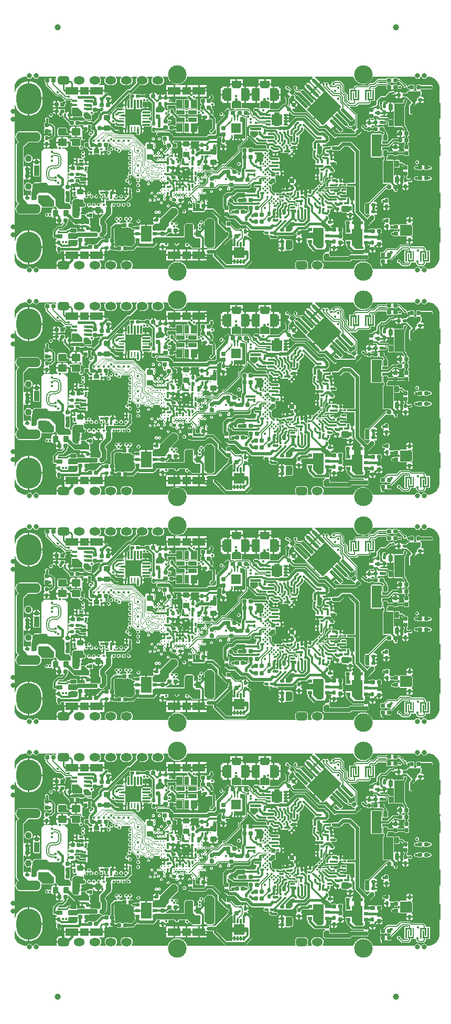
<source format=gbl>
G04*
G04 #@! TF.GenerationSoftware,Altium Limited,Altium Designer,19.1.6 (110)*
G04*
G04 Layer_Physical_Order=8*
G04 Layer_Color=16711680*
%FSLAX44Y44*%
%MOMM*%
G71*
G01*
G75*
%ADD10C,1.0000*%
%ADD11C,0.3090*%
%ADD12C,0.2000*%
%ADD13C,0.3000*%
G04:AMPARAMS|DCode=15|XSize=0.5mm|YSize=0.6mm|CornerRadius=0.05mm|HoleSize=0mm|Usage=FLASHONLY|Rotation=270.000|XOffset=0mm|YOffset=0mm|HoleType=Round|Shape=RoundedRectangle|*
%AMROUNDEDRECTD15*
21,1,0.5000,0.5000,0,0,270.0*
21,1,0.4000,0.6000,0,0,270.0*
1,1,0.1000,-0.2500,-0.2000*
1,1,0.1000,-0.2500,0.2000*
1,1,0.1000,0.2500,0.2000*
1,1,0.1000,0.2500,-0.2000*
%
%ADD15ROUNDEDRECTD15*%
G04:AMPARAMS|DCode=16|XSize=0.6mm|YSize=1mm|CornerRadius=0.075mm|HoleSize=0mm|Usage=FLASHONLY|Rotation=270.000|XOffset=0mm|YOffset=0mm|HoleType=Round|Shape=RoundedRectangle|*
%AMROUNDEDRECTD16*
21,1,0.6000,0.8500,0,0,270.0*
21,1,0.4500,1.0000,0,0,270.0*
1,1,0.1500,-0.4250,-0.2250*
1,1,0.1500,-0.4250,0.2250*
1,1,0.1500,0.4250,0.2250*
1,1,0.1500,0.4250,-0.2250*
%
%ADD16ROUNDEDRECTD16*%
%ADD17R,0.3000X0.3500*%
G04:AMPARAMS|DCode=18|XSize=0.6mm|YSize=0.6mm|CornerRadius=0.06mm|HoleSize=0mm|Usage=FLASHONLY|Rotation=90.000|XOffset=0mm|YOffset=0mm|HoleType=Round|Shape=RoundedRectangle|*
%AMROUNDEDRECTD18*
21,1,0.6000,0.4800,0,0,90.0*
21,1,0.4800,0.6000,0,0,90.0*
1,1,0.1200,0.2400,0.2400*
1,1,0.1200,0.2400,-0.2400*
1,1,0.1200,-0.2400,-0.2400*
1,1,0.1200,-0.2400,0.2400*
%
%ADD18ROUNDEDRECTD18*%
G04:AMPARAMS|DCode=19|XSize=0.5mm|YSize=0.6mm|CornerRadius=0.05mm|HoleSize=0mm|Usage=FLASHONLY|Rotation=0.000|XOffset=0mm|YOffset=0mm|HoleType=Round|Shape=RoundedRectangle|*
%AMROUNDEDRECTD19*
21,1,0.5000,0.5000,0,0,0.0*
21,1,0.4000,0.6000,0,0,0.0*
1,1,0.1000,0.2000,-0.2500*
1,1,0.1000,-0.2000,-0.2500*
1,1,0.1000,-0.2000,0.2500*
1,1,0.1000,0.2000,0.2500*
%
%ADD19ROUNDEDRECTD19*%
G04:AMPARAMS|DCode=29|XSize=1.3mm|YSize=0.8mm|CornerRadius=0.1mm|HoleSize=0mm|Usage=FLASHONLY|Rotation=270.000|XOffset=0mm|YOffset=0mm|HoleType=Round|Shape=RoundedRectangle|*
%AMROUNDEDRECTD29*
21,1,1.3000,0.6000,0,0,270.0*
21,1,1.1000,0.8000,0,0,270.0*
1,1,0.2000,-0.3000,-0.5500*
1,1,0.2000,-0.3000,0.5500*
1,1,0.2000,0.3000,0.5500*
1,1,0.2000,0.3000,-0.5500*
%
%ADD29ROUNDEDRECTD29*%
G04:AMPARAMS|DCode=31|XSize=0.6mm|YSize=0.6mm|CornerRadius=0.06mm|HoleSize=0mm|Usage=FLASHONLY|Rotation=0.000|XOffset=0mm|YOffset=0mm|HoleType=Round|Shape=RoundedRectangle|*
%AMROUNDEDRECTD31*
21,1,0.6000,0.4800,0,0,0.0*
21,1,0.4800,0.6000,0,0,0.0*
1,1,0.1200,0.2400,-0.2400*
1,1,0.1200,-0.2400,-0.2400*
1,1,0.1200,-0.2400,0.2400*
1,1,0.1200,0.2400,0.2400*
%
%ADD31ROUNDEDRECTD31*%
G04:AMPARAMS|DCode=32|XSize=1mm|YSize=0.9mm|CornerRadius=0.1125mm|HoleSize=0mm|Usage=FLASHONLY|Rotation=180.000|XOffset=0mm|YOffset=0mm|HoleType=Round|Shape=RoundedRectangle|*
%AMROUNDEDRECTD32*
21,1,1.0000,0.6750,0,0,180.0*
21,1,0.7750,0.9000,0,0,180.0*
1,1,0.2250,-0.3875,0.3375*
1,1,0.2250,0.3875,0.3375*
1,1,0.2250,0.3875,-0.3375*
1,1,0.2250,-0.3875,-0.3375*
%
%ADD32ROUNDEDRECTD32*%
G04:AMPARAMS|DCode=35|XSize=1mm|YSize=0.9mm|CornerRadius=0.1125mm|HoleSize=0mm|Usage=FLASHONLY|Rotation=270.000|XOffset=0mm|YOffset=0mm|HoleType=Round|Shape=RoundedRectangle|*
%AMROUNDEDRECTD35*
21,1,1.0000,0.6750,0,0,270.0*
21,1,0.7750,0.9000,0,0,270.0*
1,1,0.2250,-0.3375,-0.3875*
1,1,0.2250,-0.3375,0.3875*
1,1,0.2250,0.3375,0.3875*
1,1,0.2250,0.3375,-0.3875*
%
%ADD35ROUNDEDRECTD35*%
%ADD42R,4.0000X2.0000*%
%ADD44R,0.3500X0.3000*%
%ADD45R,1.4000X1.3000*%
%ADD46R,2.0000X1.3000*%
%ADD52C,0.3500*%
%ADD53C,0.1500*%
%ADD54C,0.4000*%
%ADD55C,0.4500*%
%ADD56C,0.5000*%
%ADD58C,0.1000*%
%ADD59C,0.2500*%
%ADD60C,0.3100*%
%ADD61C,0.1100*%
%ADD63C,0.6000*%
%ADD64C,0.3500*%
%ADD66C,0.8000*%
%ADD67C,1.1000*%
%ADD68O,4.0000X1.6000*%
G04:AMPARAMS|DCode=69|XSize=1.8mm|YSize=1.3mm|CornerRadius=0.325mm|HoleSize=0mm|Usage=FLASHONLY|Rotation=0.000|XOffset=0mm|YOffset=0mm|HoleType=Round|Shape=RoundedRectangle|*
%AMROUNDEDRECTD69*
21,1,1.8000,0.6500,0,0,0.0*
21,1,1.1500,1.3000,0,0,0.0*
1,1,0.6500,0.5750,-0.3250*
1,1,0.6500,-0.5750,-0.3250*
1,1,0.6500,-0.5750,0.3250*
1,1,0.6500,0.5750,0.3250*
%
%ADD69ROUNDEDRECTD69*%
%ADD70O,1.8000X1.3000*%
%ADD71C,3.0000*%
%ADD72O,4.0000X5.0000*%
%ADD73C,0.4000*%
%ADD74C,0.3000*%
%ADD75C,0.5000*%
%ADD76C,0.8000*%
%ADD77C,1.0000*%
%ADD79C,0.6500*%
%ADD81C,0.2300*%
%ADD83C,0.9000*%
%ADD85C,0.2200*%
%ADD86R,1.5500X1.0000*%
%ADD87R,1.2000X1.6000*%
%ADD88R,0.9500X1.6000*%
%ADD89R,1.2000X1.2000*%
%ADD90R,1.2000X2.1500*%
G04:AMPARAMS|DCode=91|XSize=0.6mm|YSize=0.6mm|CornerRadius=0.06mm|HoleSize=0mm|Usage=FLASHONLY|Rotation=225.000|XOffset=0mm|YOffset=0mm|HoleType=Round|Shape=RoundedRectangle|*
%AMROUNDEDRECTD91*
21,1,0.6000,0.4800,0,0,225.0*
21,1,0.4800,0.6000,0,0,225.0*
1,1,0.1200,-0.3394,0.0000*
1,1,0.1200,0.0000,0.3394*
1,1,0.1200,0.3394,0.0000*
1,1,0.1200,0.0000,-0.3394*
%
%ADD91ROUNDEDRECTD91*%
G04:AMPARAMS|DCode=92|XSize=0.55mm|YSize=2.6mm|CornerRadius=0.1375mm|HoleSize=0mm|Usage=FLASHONLY|Rotation=225.000|XOffset=0mm|YOffset=0mm|HoleType=Round|Shape=RoundedRectangle|*
%AMROUNDEDRECTD92*
21,1,0.5500,2.3250,0,0,225.0*
21,1,0.2750,2.6000,0,0,225.0*
1,1,0.2750,-0.9192,0.7248*
1,1,0.2750,-0.7248,0.9192*
1,1,0.2750,0.9192,-0.7248*
1,1,0.2750,0.7248,-0.9192*
%
%ADD92ROUNDEDRECTD92*%
G04:AMPARAMS|DCode=93|XSize=3.6mm|YSize=4.2mm|CornerRadius=0mm|HoleSize=0mm|Usage=FLASHONLY|Rotation=135.000|XOffset=0mm|YOffset=0mm|HoleType=Round|Shape=Rectangle|*
%AMROTATEDRECTD93*
4,1,4,2.7577,0.2121,-0.2121,-2.7577,-2.7577,-0.2121,0.2121,2.7577,2.7577,0.2121,0.0*
%
%ADD93ROTATEDRECTD93*%

%ADD94R,0.2000X0.4000*%
G04:AMPARAMS|DCode=95|XSize=0.5mm|YSize=0.6mm|CornerRadius=0.05mm|HoleSize=0mm|Usage=FLASHONLY|Rotation=315.000|XOffset=0mm|YOffset=0mm|HoleType=Round|Shape=RoundedRectangle|*
%AMROUNDEDRECTD95*
21,1,0.5000,0.5000,0,0,315.0*
21,1,0.4000,0.6000,0,0,315.0*
1,1,0.1000,-0.0354,-0.3182*
1,1,0.1000,-0.3182,-0.0354*
1,1,0.1000,0.0354,0.3182*
1,1,0.1000,0.3182,0.0354*
%
%ADD95ROUNDEDRECTD95*%
G04:AMPARAMS|DCode=96|XSize=0.6mm|YSize=0.6mm|CornerRadius=0.06mm|HoleSize=0mm|Usage=FLASHONLY|Rotation=135.000|XOffset=0mm|YOffset=0mm|HoleType=Round|Shape=RoundedRectangle|*
%AMROUNDEDRECTD96*
21,1,0.6000,0.4800,0,0,135.0*
21,1,0.4800,0.6000,0,0,135.0*
1,1,0.1200,0.0000,0.3394*
1,1,0.1200,0.3394,0.0000*
1,1,0.1200,0.0000,-0.3394*
1,1,0.1200,-0.3394,0.0000*
%
%ADD96ROUNDEDRECTD96*%
%ADD97R,1.7000X2.5000*%
%ADD98R,0.7000X0.5000*%
G04:AMPARAMS|DCode=99|XSize=1.3mm|YSize=0.8mm|CornerRadius=0.1mm|HoleSize=0mm|Usage=FLASHONLY|Rotation=180.000|XOffset=0mm|YOffset=0mm|HoleType=Round|Shape=RoundedRectangle|*
%AMROUNDEDRECTD99*
21,1,1.3000,0.6000,0,0,180.0*
21,1,1.1000,0.8000,0,0,180.0*
1,1,0.2000,-0.5500,0.3000*
1,1,0.2000,0.5500,0.3000*
1,1,0.2000,0.5500,-0.3000*
1,1,0.2000,-0.5500,-0.3000*
%
%ADD99ROUNDEDRECTD99*%
G04:AMPARAMS|DCode=100|XSize=0.6mm|YSize=1mm|CornerRadius=0.075mm|HoleSize=0mm|Usage=FLASHONLY|Rotation=0.000|XOffset=0mm|YOffset=0mm|HoleType=Round|Shape=RoundedRectangle|*
%AMROUNDEDRECTD100*
21,1,0.6000,0.8500,0,0,0.0*
21,1,0.4500,1.0000,0,0,0.0*
1,1,0.1500,0.2250,-0.4250*
1,1,0.1500,-0.2250,-0.4250*
1,1,0.1500,-0.2250,0.4250*
1,1,0.1500,0.2250,0.4250*
%
%ADD100ROUNDEDRECTD100*%
G04:AMPARAMS|DCode=101|XSize=0.3mm|YSize=0.35mm|CornerRadius=0mm|HoleSize=0mm|Usage=FLASHONLY|Rotation=225.000|XOffset=0mm|YOffset=0mm|HoleType=Round|Shape=Rectangle|*
%AMROTATEDRECTD101*
4,1,4,-0.0177,0.2298,0.2298,-0.0177,0.0177,-0.2298,-0.2298,0.0177,-0.0177,0.2298,0.0*
%
%ADD101ROTATEDRECTD101*%

G04:AMPARAMS|DCode=102|XSize=0.3mm|YSize=0.35mm|CornerRadius=0mm|HoleSize=0mm|Usage=FLASHONLY|Rotation=315.000|XOffset=0mm|YOffset=0mm|HoleType=Round|Shape=Rectangle|*
%AMROTATEDRECTD102*
4,1,4,-0.2298,-0.0177,0.0177,0.2298,0.2298,0.0177,-0.0177,-0.2298,-0.2298,-0.0177,0.0*
%
%ADD102ROTATEDRECTD102*%

%ADD103R,0.8500X0.4000*%
%ADD104R,1.6000X1.6000*%
%ADD105R,0.2500X0.6250*%
G04:AMPARAMS|DCode=106|XSize=1.4mm|YSize=1.2mm|CornerRadius=0.15mm|HoleSize=0mm|Usage=FLASHONLY|Rotation=0.000|XOffset=0mm|YOffset=0mm|HoleType=Round|Shape=RoundedRectangle|*
%AMROUNDEDRECTD106*
21,1,1.4000,0.9000,0,0,0.0*
21,1,1.1000,1.2000,0,0,0.0*
1,1,0.3000,0.5500,-0.4500*
1,1,0.3000,-0.5500,-0.4500*
1,1,0.3000,-0.5500,0.4500*
1,1,0.3000,0.5500,0.4500*
%
%ADD106ROUNDEDRECTD106*%
%ADD107R,2.5000X2.5000*%
%ADD108O,0.2500X0.9000*%
%ADD109O,0.9000X0.2500*%
%ADD110R,0.7000X1.3500*%
%ADD111R,1.3500X0.7000*%
%ADD112R,1.0000X1.3500*%
%ADD113R,1.7000X1.7000*%
%ADD114R,0.6500X0.3000*%
%ADD115R,1.7000X1.7000*%
%ADD116R,0.3000X0.6500*%
%ADD117C,0.5500*%
%ADD118C,0.1800*%
%ADD119C,0.1700*%
%ADD120C,0.3700*%
%ADD121C,0.3800*%
%ADD122C,0.2400*%
G36*
X675239Y1402071D02*
X678508Y1400717D01*
X681449Y1398751D01*
X683951Y1396250D01*
X685917Y1393308D01*
X687271Y1390039D01*
X687961Y1386569D01*
Y1384800D01*
Y1360759D01*
X689500D01*
X689500Y1338800D01*
D01*
Y1338627D01*
Y1337350D01*
D01*
X689500Y1335635D01*
X687961D01*
X687961Y1305315D01*
X689500D01*
X689500Y1302150D01*
X687961D01*
X687961Y1294400D01*
X689500D01*
X689500Y1274850D01*
X687961D01*
Y1215715D01*
X687961D01*
D01*
X689500D01*
X689500Y1190635D01*
X687961D01*
X687961Y1160315D01*
X689500D01*
X689500Y1157150D01*
X689500D01*
X689500Y1135235D01*
X687961D01*
Y1111100D01*
Y1109331D01*
X687271Y1105861D01*
X685917Y1102592D01*
X683951Y1099651D01*
X681450Y1097149D01*
X678508Y1095183D01*
X675239Y1093829D01*
X671769Y1093139D01*
X668401D01*
X667355Y1094705D01*
X665701Y1095810D01*
X663750Y1096198D01*
X661799Y1095810D01*
X660145Y1094705D01*
X659099Y1093139D01*
X657651D01*
X656605Y1094705D01*
X654951Y1095810D01*
X653000Y1096198D01*
X651049Y1095810D01*
X649395Y1094705D01*
X648349Y1093139D01*
X580495D01*
X579854Y1095253D01*
X578368Y1098032D01*
X576368Y1100469D01*
X573932Y1102468D01*
X571153Y1103954D01*
X568137Y1104869D01*
X565000Y1105178D01*
X561864Y1104869D01*
X558847Y1103954D01*
X556068Y1102468D01*
X553632Y1100469D01*
X551632Y1098032D01*
X550146Y1095253D01*
X549505Y1093139D01*
X499643D01*
X499150Y1094139D01*
X500016Y1095268D01*
X500771Y1097092D01*
X501029Y1099050D01*
X500771Y1101008D01*
X500016Y1102833D01*
X498813Y1104399D01*
X497247Y1105602D01*
X495422Y1106357D01*
X493464Y1106615D01*
X488464D01*
X486507Y1106357D01*
X484682Y1105602D01*
X483115Y1104399D01*
X481913Y1102833D01*
X481157Y1101008D01*
X480900Y1099050D01*
X481157Y1097092D01*
X481913Y1095268D01*
X482779Y1094139D01*
X482286Y1093139D01*
X475680D01*
X475209Y1094021D01*
X475289Y1094142D01*
X475619Y1095800D01*
Y1102300D01*
X475289Y1103959D01*
X474350Y1105364D01*
X472944Y1106304D01*
X471286Y1106634D01*
X459786D01*
X458128Y1106304D01*
X456722Y1105364D01*
X455782Y1103959D01*
X455453Y1102300D01*
Y1095800D01*
X455782Y1094142D01*
X455863Y1094021D01*
X455392Y1093139D01*
X280495D01*
X279854Y1095253D01*
X278368Y1098032D01*
X276369Y1100469D01*
X273932Y1102468D01*
X271153Y1103954D01*
X268137Y1104869D01*
X265000Y1105178D01*
X261863Y1104869D01*
X258847Y1103954D01*
X256068Y1102468D01*
X253631Y1100469D01*
X251632Y1098032D01*
X250146Y1095253D01*
X249505Y1093139D01*
X191786D01*
X191292Y1094139D01*
X192158Y1095268D01*
X192914Y1097092D01*
X193172Y1099050D01*
X192914Y1101008D01*
X192158Y1102833D01*
X190956Y1104399D01*
X189389Y1105601D01*
X187565Y1106357D01*
X185607Y1106615D01*
X180607D01*
X178649Y1106357D01*
X176825Y1105601D01*
X175258Y1104399D01*
X174056Y1102833D01*
X173300Y1101008D01*
X173043Y1099050D01*
X173300Y1097092D01*
X174056Y1095268D01*
X174922Y1094139D01*
X174429Y1093139D01*
X166357D01*
X165864Y1094139D01*
X166730Y1095268D01*
X167486Y1097092D01*
X167743Y1099050D01*
X167486Y1101008D01*
X166730Y1102833D01*
X165528Y1104399D01*
X163961Y1105601D01*
X162136Y1106357D01*
X160179Y1106615D01*
X155179D01*
X153221Y1106357D01*
X151396Y1105601D01*
X149830Y1104399D01*
X148627Y1102833D01*
X147872Y1101008D01*
X147614Y1099050D01*
X147872Y1097092D01*
X148627Y1095268D01*
X149493Y1094139D01*
X149000Y1093139D01*
X140928D01*
X140435Y1094139D01*
X141301Y1095268D01*
X142057Y1097092D01*
X142315Y1099050D01*
X142057Y1101008D01*
X141301Y1102833D01*
X140099Y1104399D01*
X138912Y1105310D01*
X139251Y1106310D01*
X147290D01*
Y1114080D01*
X134750D01*
Y1116620D01*
X147290D01*
Y1121873D01*
X147750Y1122251D01*
X148980D01*
Y1127350D01*
X151520D01*
Y1122251D01*
X152750D01*
X153936Y1122487D01*
X154942Y1123158D01*
X155404Y1123850D01*
X157250D01*
Y1123850D01*
X157327Y1123902D01*
X157750Y1123727D01*
X159332D01*
X160008Y1123274D01*
X161179Y1123041D01*
X167366D01*
X167696Y1122547D01*
X168226Y1122193D01*
X168850Y1122069D01*
X173650D01*
X174274Y1122193D01*
X174804Y1122547D01*
X174839Y1122600D01*
X177661Y1122600D01*
X177696Y1122547D01*
X178226Y1122193D01*
X178850Y1122069D01*
X183650D01*
X184274Y1122193D01*
X184781Y1122532D01*
X192500D01*
X193866Y1122803D01*
X195023Y1123577D01*
X200750Y1129304D01*
X201227Y1128827D01*
X202384Y1128053D01*
X203750Y1127782D01*
X225500D01*
X226866Y1128053D01*
X228023Y1128827D01*
X231273Y1132077D01*
X232047Y1133235D01*
X232297Y1134492D01*
X237043D01*
X237060Y1134475D01*
X237358Y1133493D01*
X237058Y1133292D01*
X236386Y1132287D01*
X236150Y1131100D01*
Y1129870D01*
X241250D01*
Y1128600D01*
X242520D01*
Y1123001D01*
X243250D01*
X244436Y1123237D01*
X245442Y1123909D01*
X246114Y1124914D01*
X246350Y1126100D01*
Y1128932D01*
X247123Y1129567D01*
X247250Y1129541D01*
X248421Y1129774D01*
X249413Y1130437D01*
X250076Y1131430D01*
X250309Y1132600D01*
X250131Y1133493D01*
X250705Y1134492D01*
X260681D01*
Y1134350D01*
X260953Y1132985D01*
X261727Y1131827D01*
X262884Y1131053D01*
X264250Y1130782D01*
X265616Y1131053D01*
X266773Y1131827D01*
X267547Y1132985D01*
X267819Y1134350D01*
Y1134492D01*
X277705D01*
X278239Y1133493D01*
X277924Y1133021D01*
X277691Y1131850D01*
X277924Y1130680D01*
X278587Y1129687D01*
X279580Y1129024D01*
X280750Y1128791D01*
X281921Y1129024D01*
X282913Y1129687D01*
X283536Y1130620D01*
X283703Y1130770D01*
X284544Y1131025D01*
X288985Y1126585D01*
X288985Y1126585D01*
X289750Y1126268D01*
X301750Y1126268D01*
X302515Y1126585D01*
X302832Y1127350D01*
X312219D01*
X312985Y1126585D01*
X313750Y1126268D01*
X321750D01*
X322515Y1126585D01*
X322515Y1126585D01*
X325765Y1129835D01*
X326082Y1130600D01*
Y1169600D01*
X326082Y1169600D01*
X325765Y1170366D01*
X325765Y1170366D01*
X321265Y1174866D01*
X320500Y1175183D01*
X313750D01*
X313750Y1175183D01*
X312985Y1174866D01*
X312985Y1174865D01*
X308485Y1170366D01*
X308168Y1169600D01*
Y1155850D01*
X305363D01*
X305017Y1156367D01*
X304088Y1156989D01*
X304309Y1158100D01*
X304076Y1159271D01*
X303413Y1160263D01*
X303309Y1160332D01*
X303163Y1161437D01*
X303211Y1161509D01*
X303826Y1162430D01*
X304059Y1163600D01*
X303904Y1164380D01*
X303836Y1164780D01*
X304572Y1165455D01*
X304921Y1165524D01*
X305913Y1166187D01*
X306576Y1167180D01*
X306809Y1168350D01*
X306576Y1169521D01*
X305913Y1170513D01*
X304921Y1171176D01*
X303750Y1171409D01*
X302579Y1171176D01*
X301587Y1170513D01*
X300924Y1169521D01*
X300691Y1168350D01*
X300846Y1167570D01*
X300914Y1167170D01*
X300179Y1166496D01*
X299830Y1166426D01*
X298837Y1165763D01*
X298174Y1164771D01*
X297941Y1163600D01*
X298174Y1162430D01*
X298837Y1161437D01*
X298941Y1161368D01*
X299087Y1160263D01*
X299039Y1160191D01*
X298424Y1159271D01*
X298191Y1158100D01*
X297668Y1157462D01*
X295625D01*
X294195Y1157178D01*
X292983Y1156367D01*
X292582Y1155768D01*
X291582Y1156072D01*
Y1164600D01*
X291583Y1164600D01*
X291266Y1165366D01*
X291265Y1165366D01*
X290265Y1166366D01*
X290265Y1166366D01*
X289500Y1166683D01*
X279500Y1166683D01*
X279500Y1166683D01*
X278735Y1166366D01*
X275735Y1163365D01*
X275418Y1162600D01*
X275418Y1146415D01*
X274711Y1145708D01*
X246475D01*
X245821Y1146708D01*
X245891Y1146869D01*
X246114Y1147051D01*
X247000D01*
X247976Y1147245D01*
X248803Y1147798D01*
X251824Y1150819D01*
X254650D01*
X255274Y1150943D01*
X255804Y1151297D01*
X255839Y1151350D01*
X256867D01*
X256892Y1151225D01*
X257586Y1150186D01*
X258625Y1149492D01*
X259850Y1149249D01*
X260980D01*
Y1154850D01*
X262250D01*
Y1156120D01*
X267852D01*
Y1157250D01*
X267608Y1158475D01*
X266914Y1159514D01*
X265875Y1160208D01*
X264650Y1160452D01*
X263118D01*
X262430Y1161452D01*
X262503Y1161821D01*
X262579Y1162120D01*
X263415Y1162924D01*
X263921Y1163024D01*
X264913Y1163687D01*
X265576Y1164680D01*
X265809Y1165850D01*
X265576Y1167021D01*
X264913Y1168013D01*
X263921Y1168676D01*
X262750Y1168909D01*
X261579Y1168676D01*
X260587Y1168013D01*
X260189Y1167417D01*
X259061D01*
X258663Y1168013D01*
X257670Y1168676D01*
X256500Y1168909D01*
X255329Y1168676D01*
X255153Y1168558D01*
X254516Y1169335D01*
X266515Y1181335D01*
X266832Y1182100D01*
Y1188350D01*
X266832Y1188350D01*
X266515Y1189116D01*
X263265Y1192366D01*
X262500Y1192683D01*
X256000D01*
X255235Y1192366D01*
X237969Y1175100D01*
X236404Y1175100D01*
X235942Y1175792D01*
X234936Y1176464D01*
X233750Y1176700D01*
X232520D01*
Y1171600D01*
X231250D01*
Y1170330D01*
X225651D01*
Y1169600D01*
X225886Y1168414D01*
X226558Y1167409D01*
X226741Y1167286D01*
X226868Y1165999D01*
X225509Y1164640D01*
X216020D01*
Y1149600D01*
X213480D01*
Y1164640D01*
X203710D01*
Y1162600D01*
X196250D01*
Y1161649D01*
X194806D01*
X193281Y1163174D01*
Y1166000D01*
X193157Y1166625D01*
X192804Y1167154D01*
X192274Y1167507D01*
X191650Y1167632D01*
X188911D01*
X188377Y1168632D01*
X188576Y1168930D01*
X188753Y1169821D01*
X188829Y1170120D01*
X189665Y1170924D01*
X190171Y1171024D01*
X191163Y1171687D01*
X191826Y1172680D01*
X192059Y1173850D01*
X191826Y1175021D01*
X191163Y1176013D01*
X190171Y1176676D01*
X189000Y1176909D01*
X187829Y1176676D01*
X186837Y1176013D01*
X186306Y1175218D01*
X185865Y1175129D01*
X185636D01*
X185194Y1175218D01*
X184663Y1176013D01*
X183671Y1176676D01*
X182500Y1176909D01*
X181329Y1176676D01*
X180337Y1176013D01*
X179674Y1175021D01*
X179441Y1173850D01*
X179674Y1172680D01*
X180337Y1171687D01*
X181329Y1171024D01*
X181835Y1170924D01*
X182671Y1170120D01*
X182747Y1169821D01*
X182924Y1168930D01*
X183004Y1168809D01*
X182637Y1167560D01*
X182507Y1167503D01*
X182274Y1167507D01*
X181650Y1167632D01*
X176850D01*
X176226Y1167507D01*
X175697Y1167154D01*
X175366Y1166659D01*
X171800D01*
X171497Y1167659D01*
X171913Y1167937D01*
X172576Y1168930D01*
X172753Y1169821D01*
X172829Y1170120D01*
X173665Y1170924D01*
X174170Y1171024D01*
X175163Y1171687D01*
X175826Y1172680D01*
X176059Y1173850D01*
X175826Y1175021D01*
X175163Y1176013D01*
X174170Y1176676D01*
X173000Y1176909D01*
X171829Y1176676D01*
X170837Y1176013D01*
X170439Y1175417D01*
X169311D01*
X168913Y1176013D01*
X167920Y1176676D01*
X166750Y1176909D01*
X165579Y1176676D01*
X164587Y1176013D01*
X163924Y1175021D01*
X163691Y1173850D01*
X163924Y1172680D01*
X164587Y1171687D01*
X165579Y1171024D01*
X166750Y1170791D01*
X166746Y1170375D01*
X166691Y1170100D01*
X166924Y1168930D01*
X167587Y1167937D01*
X168004Y1167659D01*
X167700Y1166659D01*
X164500D01*
X164500Y1166659D01*
X163330Y1166426D01*
X162337Y1165763D01*
X158087Y1161513D01*
X157424Y1160521D01*
X157191Y1159350D01*
X157191Y1159350D01*
Y1142484D01*
X156697Y1142154D01*
X156661Y1142100D01*
X153839D01*
X153804Y1142154D01*
X153274Y1142507D01*
X152650Y1142632D01*
X147850D01*
X147226Y1142507D01*
X146697Y1142154D01*
X146366Y1141659D01*
X143750D01*
X142579Y1141426D01*
X141587Y1140763D01*
X141587Y1140763D01*
X133455Y1132632D01*
X131600D01*
X130976Y1132507D01*
X130447Y1132154D01*
X130411Y1132100D01*
X127589D01*
X127554Y1132154D01*
X127024Y1132507D01*
X126400Y1132632D01*
X121836D01*
X121291Y1133091D01*
X120995Y1133531D01*
X121059Y1133850D01*
X121059Y1133850D01*
Y1135716D01*
X121554Y1136047D01*
X121907Y1136576D01*
X122031Y1137200D01*
Y1142000D01*
X121928Y1142518D01*
X121974Y1142723D01*
X122513Y1143518D01*
X135250Y1143518D01*
X136015Y1143835D01*
X136265Y1144085D01*
X136582Y1144850D01*
X138825D01*
X138895Y1144745D01*
X140549Y1143640D01*
X142500Y1143252D01*
X144451Y1143640D01*
X146105Y1144745D01*
X149855Y1148495D01*
X150960Y1150149D01*
X151348Y1152100D01*
Y1164100D01*
X150960Y1166051D01*
X149855Y1167705D01*
X148848Y1168712D01*
Y1170739D01*
X157855Y1179746D01*
X158960Y1181400D01*
X159314Y1183177D01*
X159627Y1183646D01*
X159792Y1184475D01*
Y1192225D01*
X159627Y1193054D01*
X159157Y1193757D01*
X159153Y1194529D01*
X159962Y1194475D01*
X160087Y1194287D01*
X161080Y1193624D01*
X162250Y1193392D01*
X163421Y1193624D01*
X164413Y1194287D01*
X165076Y1195280D01*
X165309Y1196450D01*
X165076Y1197621D01*
X164962Y1197791D01*
X165497Y1198791D01*
X167003D01*
X167538Y1197791D01*
X167424Y1197621D01*
X167191Y1196450D01*
X167424Y1195280D01*
X168087Y1194287D01*
X169079Y1193624D01*
X170250Y1193392D01*
X171420Y1193624D01*
X172413Y1194287D01*
X173076Y1195280D01*
X173309Y1196450D01*
X173076Y1197621D01*
X172962Y1197791D01*
X173496Y1198791D01*
X175004D01*
X175538Y1197791D01*
X175424Y1197621D01*
X175191Y1196450D01*
X175424Y1195280D01*
X176087Y1194287D01*
X177080Y1193624D01*
X178250Y1193392D01*
X179421Y1193624D01*
X180413Y1194287D01*
X181076Y1195280D01*
X181309Y1196450D01*
X181076Y1197621D01*
X180962Y1197791D01*
X181101Y1198272D01*
X181468Y1198835D01*
X182421Y1199024D01*
X183413Y1199687D01*
X190913Y1207187D01*
X191034Y1207368D01*
X191302Y1207548D01*
X191855Y1208375D01*
X192049Y1209350D01*
X191855Y1210326D01*
X191302Y1211153D01*
X191299Y1211155D01*
Y1214615D01*
X191576Y1215030D01*
X191809Y1216200D01*
X191576Y1217371D01*
X191299Y1217786D01*
Y1220350D01*
X191250Y1220596D01*
Y1223100D01*
X187190D01*
Y1224640D01*
X184420D01*
Y1220350D01*
Y1216060D01*
X185719D01*
X185924Y1215030D01*
X186201Y1214615D01*
Y1211971D01*
X185822Y1211688D01*
X184541Y1211921D01*
X184413Y1212113D01*
X183421Y1212776D01*
X182250Y1213009D01*
X181079Y1212776D01*
X180087Y1212113D01*
X179424Y1211121D01*
X179191Y1209950D01*
X179424Y1208780D01*
X180087Y1207787D01*
X180902Y1207242D01*
X181227Y1206153D01*
X179983Y1204909D01*
X162490D01*
Y1207995D01*
X162661Y1208122D01*
X164019Y1207889D01*
X164087Y1207787D01*
X165080Y1207124D01*
X166250Y1206891D01*
X167421Y1207124D01*
X168413Y1207787D01*
X169076Y1208780D01*
X169309Y1209950D01*
X169076Y1211121D01*
X168413Y1212113D01*
X167421Y1212776D01*
X166250Y1213009D01*
X166190Y1213069D01*
X165850Y1213949D01*
Y1214580D01*
X160250D01*
Y1215850D01*
X158980D01*
Y1220950D01*
X157750D01*
X156564Y1220714D01*
X155558Y1220042D01*
X155096Y1219350D01*
X153250D01*
Y1219350D01*
X153173Y1219299D01*
X152750Y1219474D01*
X147750D01*
X147090Y1219200D01*
X146090Y1219793D01*
Y1220180D01*
X141800D01*
X137510D01*
Y1217410D01*
X139050D01*
Y1213350D01*
X140139D01*
X140442Y1212350D01*
X140087Y1212113D01*
X139424Y1211121D01*
X139192Y1209950D01*
X139424Y1208780D01*
X140087Y1207787D01*
X141080Y1207124D01*
X142250Y1206891D01*
X143421Y1207124D01*
X144413Y1207787D01*
X145076Y1208780D01*
X145309Y1209950D01*
X145076Y1211121D01*
X144413Y1212113D01*
X144131Y1212301D01*
X144435Y1213301D01*
X146354D01*
X146602Y1212702D01*
X147332Y1212400D01*
X147560Y1211323D01*
X147424Y1211121D01*
X147191Y1209950D01*
X147424Y1208780D01*
X148087Y1207787D01*
X149080Y1207124D01*
X150250Y1206891D01*
X151421Y1207124D01*
X152413Y1207787D01*
X152910Y1208531D01*
X153910Y1208235D01*
Y1204433D01*
X149750D01*
X149740Y1204439D01*
Y1205890D01*
X146970D01*
Y1201600D01*
X145700D01*
Y1200330D01*
X141660D01*
Y1198547D01*
X140660Y1198244D01*
X140413Y1198613D01*
X139421Y1199276D01*
X138250Y1199509D01*
X137080Y1199276D01*
X136087Y1198613D01*
X135424Y1197621D01*
X135191Y1196450D01*
X134791Y1195962D01*
X134232D01*
X133309Y1196450D01*
X133076Y1197621D01*
X132413Y1198613D01*
X131421Y1199276D01*
X130250Y1199509D01*
X129080Y1199276D01*
X128087Y1198613D01*
X127424Y1197621D01*
X127191Y1196450D01*
X127260Y1196104D01*
X126602Y1195291D01*
X125896Y1195314D01*
X125248Y1196144D01*
X125309Y1196450D01*
X125076Y1197621D01*
X124413Y1198613D01*
X123420Y1199276D01*
X122250Y1199509D01*
X121079Y1199276D01*
X120087Y1198613D01*
X119424Y1197621D01*
X119191Y1196450D01*
X119424Y1195280D01*
X120087Y1194287D01*
X120087D01*
X120087Y1194287D01*
X120111Y1194271D01*
X120113Y1194261D01*
X121774Y1192600D01*
X127000D01*
X128500Y1191100D01*
X128750D01*
Y1184600D01*
X128500Y1184350D01*
X121270D01*
X121500Y1184196D01*
Y1182909D01*
X119750D01*
X118579Y1182676D01*
X117587Y1182013D01*
X116924Y1181021D01*
X116895Y1180873D01*
X115799Y1180491D01*
X115289Y1180925D01*
X114934Y1181039D01*
X114588Y1181182D01*
X110250Y1181183D01*
X110250Y1181183D01*
X109832Y1181010D01*
X108956Y1181457D01*
X108832Y1181595D01*
Y1184810D01*
X110530D01*
Y1189100D01*
X111750D01*
Y1192350D01*
X115622Y1192350D01*
X115840Y1192568D01*
Y1193203D01*
X116384Y1193567D01*
X117268Y1194890D01*
X117578Y1196450D01*
X117268Y1198011D01*
X116384Y1199334D01*
X115061Y1200218D01*
X114542Y1200322D01*
Y1204225D01*
X114515Y1204357D01*
X114500Y1205350D01*
X114500Y1205350D01*
X114500Y1205350D01*
Y1207925D01*
X114691Y1208077D01*
X116033Y1207869D01*
X116087Y1207787D01*
X117080Y1207124D01*
X118250Y1206891D01*
X119421Y1207124D01*
X120413Y1207787D01*
X121076Y1208780D01*
X121309Y1209950D01*
X121076Y1211121D01*
X121728Y1211945D01*
X122500Y1211791D01*
X122696Y1211830D01*
X123023Y1211511D01*
X123390Y1210949D01*
X123191Y1209950D01*
X123424Y1208780D01*
X124087Y1207787D01*
X125080Y1207124D01*
X126250Y1206891D01*
X127421Y1207124D01*
X128413Y1207787D01*
X129076Y1208780D01*
X129309Y1209950D01*
X129076Y1211121D01*
X128413Y1212113D01*
X127421Y1212776D01*
X126250Y1213009D01*
X126054Y1212970D01*
X125727Y1213289D01*
X125360Y1213851D01*
X125559Y1214850D01*
X125326Y1216021D01*
X124663Y1217013D01*
X123671Y1217676D01*
X122500Y1217909D01*
X121329Y1217676D01*
X120337Y1217013D01*
X119674Y1216021D01*
X119441Y1214850D01*
X119674Y1213680D01*
X119022Y1212855D01*
X118250Y1213009D01*
X117080Y1212776D01*
X116660Y1212495D01*
X116091Y1212871D01*
X115850Y1213157D01*
X116112Y1214475D01*
Y1216580D01*
X108500D01*
Y1217850D01*
X107230D01*
Y1224962D01*
X104625D01*
X104040Y1224846D01*
X103040Y1225440D01*
Y1225440D01*
X100020D01*
Y1221400D01*
X98750D01*
Y1220130D01*
X94460D01*
Y1217360D01*
X96000D01*
Y1214135D01*
X95975Y1213196D01*
X95924Y1213121D01*
X95691Y1211950D01*
X95924Y1210779D01*
X96587Y1209787D01*
X97580Y1209124D01*
X98750Y1208891D01*
X99921Y1209124D01*
X100913Y1209787D01*
X100967Y1209868D01*
X102308Y1210075D01*
X102500Y1209921D01*
Y1206533D01*
X98600D01*
X98600Y1206533D01*
X97835Y1206216D01*
X97835Y1206216D01*
X94735Y1203115D01*
X94417Y1202350D01*
X94418Y1197020D01*
X93875Y1196777D01*
X93418Y1196713D01*
X91250Y1198881D01*
Y1200761D01*
X91304Y1200797D01*
X91657Y1201326D01*
X91782Y1201950D01*
Y1204114D01*
X91828Y1204350D01*
Y1215350D01*
X91782Y1215587D01*
Y1217750D01*
X91657Y1218375D01*
X91304Y1218904D01*
X91250Y1218940D01*
X91250Y1219968D01*
X91375Y1219993D01*
X92414Y1220686D01*
X93108Y1221725D01*
X93352Y1222950D01*
Y1224080D01*
X87750D01*
Y1226620D01*
X93352D01*
Y1227750D01*
X93108Y1228975D01*
X92924Y1229251D01*
X93458Y1230251D01*
X96750D01*
X97936Y1230487D01*
X98942Y1231159D01*
X99404Y1231850D01*
X101250D01*
Y1231850D01*
X101327Y1231902D01*
X101750Y1231727D01*
X104269D01*
X105848Y1230148D01*
X106675Y1229595D01*
X107650Y1229401D01*
X110165D01*
X110579Y1229124D01*
X111750Y1228891D01*
X112422Y1229025D01*
X113350Y1229200D01*
X113350Y1229200D01*
X113350Y1229200D01*
X117410D01*
Y1227660D01*
X120180D01*
Y1231950D01*
Y1236240D01*
X117410D01*
Y1234700D01*
X113350D01*
X113350Y1234700D01*
X112422Y1234875D01*
X111750Y1235009D01*
X110579Y1234776D01*
X110165Y1234499D01*
X108706D01*
X108374Y1234831D01*
Y1237350D01*
X107898Y1238498D01*
X106750Y1238974D01*
X101750D01*
X101327Y1238799D01*
X101250Y1238850D01*
Y1238850D01*
X99404D01*
X98942Y1239542D01*
X98632Y1239749D01*
Y1240952D01*
X98942Y1241159D01*
X99404Y1241850D01*
X101250D01*
Y1241850D01*
X101327Y1241902D01*
X101750Y1241727D01*
X106750D01*
X107898Y1242202D01*
X108013Y1242480D01*
X108168Y1242531D01*
X109070Y1242561D01*
X109587Y1241787D01*
X110579Y1241124D01*
X111750Y1240891D01*
X112422Y1241025D01*
X113350Y1241200D01*
X113350Y1241200D01*
X113350Y1241200D01*
X117410D01*
Y1239660D01*
X120180D01*
Y1243950D01*
Y1248240D01*
X117910D01*
X117839Y1248425D01*
X117744Y1249240D01*
X118563Y1249787D01*
X119226Y1250780D01*
X119403Y1251669D01*
X119855Y1252345D01*
X120049Y1253321D01*
Y1254300D01*
X120250D01*
Y1258360D01*
X121456D01*
X121451Y1261130D01*
X117500D01*
X113210D01*
Y1259694D01*
X112210Y1258917D01*
X111750Y1259009D01*
X111248Y1258909D01*
X109884D01*
X109554Y1259404D01*
X109024Y1259757D01*
X108400Y1259882D01*
X103600D01*
X102976Y1259757D01*
X102446Y1259404D01*
X102411Y1259350D01*
X101383D01*
X101358Y1259475D01*
X100664Y1260514D01*
X99625Y1261208D01*
X98400Y1261452D01*
X97270D01*
Y1255850D01*
X96000D01*
Y1254580D01*
X90399D01*
Y1253450D01*
X90642Y1252225D01*
X91218Y1251364D01*
X91069Y1250638D01*
X90893Y1250279D01*
X90564Y1250214D01*
X89558Y1249542D01*
X88886Y1248536D01*
X88651Y1247350D01*
Y1246620D01*
X94250D01*
Y1244080D01*
X88651D01*
Y1243350D01*
X88886Y1242164D01*
X89558Y1241159D01*
X89868Y1240952D01*
Y1239749D01*
X89558Y1239542D01*
X88886Y1238536D01*
X88651Y1237350D01*
Y1236620D01*
X94250D01*
Y1234080D01*
X88651D01*
Y1233350D01*
X88886Y1232164D01*
X89028Y1231952D01*
X88494Y1230952D01*
X86266D01*
X85852Y1231952D01*
X87500Y1233600D01*
X87500Y1282850D01*
X83000Y1287350D01*
X79112D01*
X78973Y1287628D01*
X79514Y1288481D01*
X84750D01*
X86327Y1288795D01*
X87663Y1289688D01*
X88556Y1291024D01*
X88869Y1292600D01*
Y1295830D01*
X69631D01*
Y1292600D01*
X69945Y1291024D01*
X70838Y1289688D01*
X72134Y1288821D01*
X71941Y1287850D01*
X71531Y1287350D01*
X50000Y1287350D01*
X45500Y1282850D01*
X45500Y1233350D01*
X45223Y1232683D01*
X39750Y1232682D01*
X34500Y1232682D01*
X33735Y1232365D01*
X31041Y1229672D01*
X31005Y1229653D01*
X29758Y1229775D01*
X29136Y1230586D01*
X27778Y1231628D01*
X26197Y1232283D01*
X24500Y1232506D01*
X22803Y1232283D01*
X21222Y1231628D01*
X19864Y1230586D01*
X18822Y1229228D01*
X18167Y1227647D01*
X17944Y1225950D01*
X18167Y1224253D01*
X18822Y1222672D01*
X19864Y1221314D01*
X21222Y1220273D01*
X22803Y1219617D01*
X24500Y1219394D01*
X26197Y1219617D01*
X27778Y1220273D01*
X28021Y1220459D01*
X28918Y1220016D01*
Y1218299D01*
X28735Y1218116D01*
X28418Y1217350D01*
Y1211757D01*
X27418Y1211454D01*
X27192Y1211792D01*
X26186Y1212464D01*
X25000Y1212700D01*
X23770D01*
Y1207600D01*
X21230D01*
Y1212700D01*
X20000D01*
X18814Y1212464D01*
X17808Y1211792D01*
X17618Y1211506D01*
X16618Y1211810D01*
Y1238203D01*
X17618Y1238506D01*
X17861Y1238141D01*
X18900Y1237447D01*
X20125Y1237204D01*
X21255D01*
Y1242805D01*
X22525D01*
Y1244075D01*
X28126D01*
Y1245205D01*
X27883Y1246430D01*
X27189Y1247469D01*
X26383Y1248007D01*
X26302Y1248413D01*
X26309Y1248816D01*
X26383Y1249118D01*
X27192Y1249659D01*
X27864Y1250664D01*
X28100Y1251850D01*
Y1252580D01*
X22500D01*
Y1253850D01*
X21230D01*
Y1258950D01*
X20000D01*
X18814Y1258714D01*
X17808Y1258042D01*
X17618Y1257757D01*
X16618Y1258060D01*
Y1289416D01*
X24074Y1296873D01*
X36500D01*
X38849Y1297182D01*
X41039Y1298089D01*
X42919Y1299531D01*
X44362Y1301411D01*
X45268Y1303601D01*
X45578Y1305950D01*
X45268Y1308300D01*
X44362Y1310489D01*
X42919Y1312369D01*
X41039Y1313812D01*
X38849Y1314718D01*
X36500Y1315028D01*
X12500D01*
X10151Y1314718D01*
X7961Y1313812D01*
X6081Y1312369D01*
X4638Y1310489D01*
X3732Y1308300D01*
X3422Y1305950D01*
X3732Y1303601D01*
X4638Y1301411D01*
X6081Y1299531D01*
X7176Y1298692D01*
X7263Y1297364D01*
X6174Y1296276D01*
X4848Y1294291D01*
X4383Y1291950D01*
Y1253100D01*
Y1242600D01*
Y1203950D01*
X4848Y1201609D01*
X6174Y1199624D01*
X7263Y1198536D01*
X7176Y1197209D01*
X6081Y1196369D01*
X4638Y1194489D01*
X3732Y1192300D01*
X3422Y1189950D01*
X3732Y1187601D01*
X4638Y1185411D01*
X6081Y1183531D01*
X7961Y1182089D01*
X10151Y1181182D01*
X12500Y1180873D01*
X36500D01*
X38849Y1181182D01*
X41039Y1182089D01*
X42919Y1183531D01*
X44362Y1185411D01*
X45268Y1187601D01*
X45578Y1189950D01*
X45268Y1192300D01*
X45207Y1192449D01*
X46054Y1193015D01*
X46735Y1192335D01*
X47500Y1192018D01*
X64500D01*
X65265Y1192335D01*
X65265Y1192335D01*
X66918Y1193987D01*
X67133Y1194095D01*
X68138Y1194182D01*
X70933Y1191386D01*
X70551Y1190462D01*
X70020D01*
Y1182850D01*
X67480D01*
Y1190462D01*
X65375D01*
X63945Y1190178D01*
X62733Y1189368D01*
X61923Y1188155D01*
X61638Y1186725D01*
Y1183278D01*
X60638Y1182780D01*
X60046Y1183176D01*
X58875Y1183409D01*
X57705Y1183176D01*
X56712Y1182513D01*
X56413D01*
X55421Y1183176D01*
X54250Y1183409D01*
X53080Y1183176D01*
X52087Y1182513D01*
X51424Y1181521D01*
X51191Y1180350D01*
X51424Y1179180D01*
X52087Y1178187D01*
X53080Y1177524D01*
X54250Y1177291D01*
X55421Y1177524D01*
X56413Y1178187D01*
X56712D01*
X57705Y1177524D01*
X58875Y1177291D01*
X60046Y1177524D01*
X60806Y1178033D01*
X61619Y1177840D01*
X61897Y1177673D01*
X61923Y1177545D01*
X62733Y1176333D01*
X63945Y1175523D01*
X65375Y1175238D01*
X68207D01*
X68996Y1174238D01*
X68899Y1173750D01*
Y1172620D01*
X74500D01*
Y1171350D01*
X75770D01*
Y1165749D01*
X76900D01*
X78125Y1165992D01*
X79164Y1166686D01*
X79858Y1167725D01*
X79883Y1167850D01*
X80911D01*
X80947Y1167797D01*
X81235Y1167604D01*
X81471Y1166724D01*
X81470Y1166425D01*
X77944Y1162899D01*
X72750D01*
X71775Y1162705D01*
X70948Y1162153D01*
X64811Y1156016D01*
X64259Y1155189D01*
X64065Y1154214D01*
Y1147435D01*
X63788Y1147021D01*
X63555Y1145850D01*
X63788Y1144680D01*
X64451Y1143687D01*
X65443Y1143024D01*
X66614Y1142791D01*
X67088Y1142886D01*
X68102Y1142917D01*
X68488Y1142338D01*
X69067Y1141952D01*
X69750Y1141816D01*
X70479D01*
X70577Y1140816D01*
X70064Y1140714D01*
X69058Y1140042D01*
X68386Y1139036D01*
X68150Y1137850D01*
Y1136620D01*
X73250D01*
Y1134080D01*
X68150D01*
Y1132850D01*
X68386Y1131664D01*
X69058Y1130658D01*
X69750Y1130196D01*
Y1128350D01*
X69750D01*
X69802Y1128273D01*
X69626Y1127850D01*
Y1122850D01*
X70102Y1121702D01*
X70691Y1121458D01*
Y1121100D01*
X70924Y1119930D01*
X71587Y1118937D01*
X72579Y1118274D01*
X73750Y1118041D01*
X74921Y1118274D01*
X75913Y1118937D01*
X76576Y1119930D01*
X76809Y1121100D01*
Y1122291D01*
X82210D01*
Y1116620D01*
X94750D01*
Y1114080D01*
X82210D01*
Y1108204D01*
X75643D01*
X73384Y1107754D01*
X71469Y1106475D01*
X70189Y1104559D01*
X69739Y1102300D01*
Y1100320D01*
X81393D01*
Y1097780D01*
X69739D01*
Y1095800D01*
X70070Y1094139D01*
X69346Y1093139D01*
X41651D01*
X40605Y1094705D01*
X38951Y1095810D01*
X37000Y1096198D01*
X35049Y1095810D01*
X33395Y1094705D01*
X32349Y1093139D01*
X30901D01*
X29855Y1094705D01*
X28201Y1095810D01*
X26250Y1096198D01*
X24299Y1095810D01*
X22645Y1094705D01*
X21599Y1093139D01*
X18231Y1093139D01*
X14761Y1093829D01*
X11492Y1095183D01*
X8551Y1097149D01*
X6049Y1099651D01*
X4083Y1102592D01*
X2729Y1105861D01*
X2039Y1109331D01*
Y1117499D01*
X3039Y1117647D01*
X4075Y1114233D01*
X6168Y1110317D01*
X8985Y1106885D01*
X12417Y1104068D01*
X16332Y1101975D01*
X20581Y1100686D01*
X23730Y1100376D01*
Y1127900D01*
Y1155424D01*
X20581Y1155114D01*
X16332Y1153825D01*
X12417Y1151732D01*
X8985Y1148916D01*
X6168Y1145483D01*
X4075Y1141568D01*
X3039Y1138153D01*
X2039Y1138302D01*
Y1357499D01*
X3039Y1357647D01*
X4075Y1354233D01*
X6168Y1350317D01*
X8985Y1346885D01*
X12417Y1344068D01*
X16332Y1341975D01*
X20581Y1340686D01*
X23730Y1340376D01*
Y1367900D01*
Y1395424D01*
X20581Y1395114D01*
X16332Y1393825D01*
X12417Y1391732D01*
X8985Y1388916D01*
X6168Y1385484D01*
X4075Y1381568D01*
X3039Y1378153D01*
X2039Y1378302D01*
Y1384800D01*
X2039Y1386569D01*
X2729Y1390039D01*
X4083Y1393308D01*
X6049Y1396250D01*
X8551Y1398751D01*
X11492Y1400717D01*
X14761Y1402071D01*
X18231Y1402761D01*
X21599D01*
X22645Y1401195D01*
X24299Y1400090D01*
X26250Y1399702D01*
X28201Y1400090D01*
X29855Y1401195D01*
X30901Y1402761D01*
X32349D01*
X33395Y1401195D01*
X35049Y1400090D01*
X37000Y1399702D01*
X38951Y1400090D01*
X40605Y1401195D01*
X41651Y1402761D01*
X68918D01*
X69625Y1401784D01*
X69406Y1400821D01*
X69103Y1400673D01*
X68375Y1400523D01*
X68024Y1400757D01*
X67400Y1400882D01*
X62600D01*
X61976Y1400757D01*
X61446Y1400404D01*
X61411Y1400350D01*
X58589D01*
X58554Y1400404D01*
X58024Y1400757D01*
X57400Y1400882D01*
X52600D01*
X51976Y1400757D01*
X51446Y1400404D01*
X51093Y1399875D01*
X50969Y1399250D01*
Y1394450D01*
X51093Y1393826D01*
X51446Y1393297D01*
X51976Y1392943D01*
X52461Y1392847D01*
Y1389693D01*
X52616Y1388913D01*
X53058Y1388251D01*
X68901Y1372408D01*
X69563Y1371966D01*
X70343Y1371811D01*
X76405D01*
X82772Y1365445D01*
X82771Y1365342D01*
X82350Y1364509D01*
X81180Y1364276D01*
X80187Y1363613D01*
X78956Y1362382D01*
X77350D01*
X76726Y1362257D01*
X76196Y1361904D01*
X76161Y1361850D01*
X75133D01*
X75108Y1361976D01*
X74414Y1363014D01*
X73375Y1363708D01*
X72150Y1363952D01*
X71020D01*
Y1358350D01*
X69750D01*
Y1357080D01*
X64149D01*
Y1355950D01*
X64392Y1354725D01*
X65086Y1353687D01*
X65846Y1353179D01*
X65914Y1352875D01*
X65894Y1352227D01*
X65846Y1352068D01*
X65058Y1351542D01*
X64386Y1350536D01*
X64151Y1349350D01*
Y1348620D01*
X69750D01*
Y1347350D01*
X71020D01*
Y1342251D01*
X72250D01*
X72615Y1342323D01*
X73191Y1341850D01*
X73424Y1340680D01*
X74087Y1339687D01*
X75079Y1339024D01*
X76250Y1338791D01*
X77421Y1339024D01*
X78413Y1339687D01*
X79076Y1340680D01*
X79240Y1341505D01*
X80260D01*
X80424Y1340680D01*
X80701Y1340265D01*
Y1338100D01*
X80895Y1337125D01*
X81448Y1336298D01*
X90219Y1327527D01*
Y1326200D01*
X90343Y1325576D01*
X90696Y1325047D01*
X91226Y1324693D01*
X91850Y1324569D01*
X96650D01*
X97274Y1324693D01*
X97804Y1325047D01*
X97839Y1325100D01*
X100661D01*
X100696Y1325047D01*
X101226Y1324693D01*
X101850Y1324569D01*
X106650D01*
X107274Y1324693D01*
X107803Y1325047D01*
X108134Y1325541D01*
X113116D01*
X113447Y1325046D01*
X113501Y1325010D01*
Y1322189D01*
X113447Y1322153D01*
X113094Y1321624D01*
X112970Y1320999D01*
Y1318894D01*
X111793Y1317718D01*
X110869Y1318100D01*
Y1318600D01*
X110556Y1320177D01*
X109663Y1321513D01*
X108327Y1322406D01*
X106750Y1322719D01*
X102520D01*
Y1314100D01*
Y1305481D01*
X106750D01*
X108327Y1305795D01*
X108941Y1306205D01*
X109941Y1305671D01*
Y1303600D01*
X110174Y1302430D01*
X110837Y1301437D01*
X111830Y1300774D01*
X113000Y1300541D01*
X114171Y1300774D01*
X115163Y1301437D01*
X115826Y1302430D01*
X116059Y1303600D01*
Y1313332D01*
X117295Y1314568D01*
X119401D01*
X120025Y1314692D01*
X120554Y1315046D01*
X120908Y1315575D01*
X121032Y1316199D01*
Y1320999D01*
X120908Y1321624D01*
X120554Y1322153D01*
X120501Y1322189D01*
Y1325010D01*
X120554Y1325046D01*
X120885Y1325541D01*
X124483D01*
X126007Y1324017D01*
X125947Y1323404D01*
X125593Y1322874D01*
X125469Y1322250D01*
Y1317450D01*
X125593Y1316826D01*
X125947Y1316297D01*
X126476Y1315943D01*
X127100Y1315819D01*
X129206D01*
X129441Y1315583D01*
Y1311191D01*
X129037Y1310891D01*
X128709Y1310961D01*
X128005Y1311371D01*
X127826Y1312271D01*
X127163Y1313263D01*
X126171Y1313926D01*
X125000Y1314159D01*
X123830Y1313926D01*
X122837Y1313263D01*
X122174Y1312271D01*
X121941Y1311100D01*
X122174Y1309930D01*
X122837Y1308937D01*
X123830Y1308274D01*
X125000Y1308041D01*
X125251Y1308091D01*
X125744Y1307170D01*
X122837Y1304263D01*
X122174Y1303271D01*
X121941Y1302100D01*
X121941Y1302100D01*
Y1297347D01*
X121072Y1296788D01*
X120941Y1296774D01*
X120400Y1296882D01*
X115600D01*
X114976Y1296757D01*
X114446Y1296404D01*
X114093Y1295874D01*
X113969Y1295250D01*
Y1290450D01*
X114093Y1289826D01*
X114446Y1289297D01*
X114976Y1288943D01*
X115600Y1288819D01*
X118641D01*
X121910Y1285550D01*
Y1282620D01*
X125950D01*
Y1281350D01*
X127220D01*
Y1277060D01*
X129990D01*
Y1278461D01*
X130001Y1278468D01*
X138750D01*
X138760Y1278462D01*
Y1277060D01*
X141530D01*
Y1281350D01*
X142800D01*
Y1282620D01*
X146840D01*
Y1284354D01*
X147840Y1284658D01*
X148087Y1284288D01*
X149080Y1283625D01*
X150250Y1283392D01*
X151421Y1283625D01*
X152413Y1284288D01*
X153076Y1285280D01*
X153309Y1286450D01*
X153076Y1287621D01*
X152810Y1288020D01*
X152837Y1288985D01*
X153304Y1289297D01*
X153657Y1289826D01*
X153781Y1290450D01*
Y1295250D01*
X153737Y1295474D01*
X154071Y1296071D01*
X155091Y1296313D01*
X161702Y1289702D01*
X162850Y1289227D01*
X163342D01*
X163829Y1288227D01*
X163424Y1287621D01*
X163192Y1286450D01*
X163424Y1285280D01*
X164087Y1284288D01*
X165080Y1283624D01*
X166250Y1283392D01*
X167011Y1283543D01*
X167468Y1283571D01*
X168087Y1282867D01*
X168174Y1282430D01*
X168837Y1281437D01*
X169830Y1280774D01*
X171000Y1280541D01*
X172171Y1280774D01*
X173163Y1281437D01*
X173826Y1282430D01*
X174059Y1283600D01*
X173877Y1284513D01*
X174376Y1284987D01*
X174563Y1285108D01*
X174689Y1285166D01*
X175750Y1284727D01*
X188577D01*
X189468Y1283836D01*
X188976Y1282914D01*
X188500Y1283009D01*
X187330Y1282776D01*
X186337Y1282113D01*
X185674Y1281121D01*
X185441Y1279950D01*
X185674Y1278780D01*
X186337Y1277787D01*
X187330Y1277124D01*
X188500Y1276891D01*
X189626Y1277115D01*
X189803Y1277129D01*
X190626Y1276610D01*
Y1275290D01*
X189803Y1274771D01*
X189626Y1274785D01*
X188500Y1275009D01*
X187330Y1274776D01*
X186337Y1274113D01*
X185674Y1273121D01*
X185441Y1271950D01*
X185674Y1270780D01*
X186337Y1269788D01*
X187330Y1269124D01*
X188500Y1268892D01*
X189626Y1269116D01*
X189803Y1269129D01*
X190626Y1268610D01*
Y1267290D01*
X189803Y1266771D01*
X189626Y1266785D01*
X188500Y1267009D01*
X187330Y1266776D01*
X186337Y1266113D01*
X185674Y1265121D01*
X185441Y1263950D01*
X185674Y1262780D01*
X186337Y1261787D01*
X187330Y1261124D01*
X188500Y1260892D01*
X189626Y1261116D01*
X189803Y1261129D01*
X190626Y1260610D01*
Y1259290D01*
X189803Y1258771D01*
X189626Y1258785D01*
X188500Y1259009D01*
X187330Y1258776D01*
X186337Y1258113D01*
X185674Y1257121D01*
X185441Y1255950D01*
X185674Y1254780D01*
X186337Y1253787D01*
X187330Y1253124D01*
X188500Y1252891D01*
X189626Y1253115D01*
X189803Y1253129D01*
X190626Y1252610D01*
Y1251290D01*
X189803Y1250771D01*
X189626Y1250785D01*
X188500Y1251009D01*
X187330Y1250776D01*
X186337Y1250113D01*
X185674Y1249121D01*
X185441Y1247950D01*
X185674Y1246780D01*
X186058Y1246206D01*
X186231Y1245613D01*
X185816Y1244933D01*
X185337Y1244613D01*
X184674Y1243621D01*
X184442Y1242450D01*
X184674Y1241280D01*
X185337Y1240287D01*
X186330Y1239624D01*
X187500Y1239392D01*
X188671Y1239624D01*
X189663Y1240287D01*
X190326Y1241280D01*
X190559Y1242450D01*
X190326Y1243621D01*
X189943Y1244195D01*
X189893Y1244365D01*
X190253Y1244837D01*
X191430Y1244874D01*
X197852Y1238452D01*
X198446Y1238206D01*
X198916Y1237140D01*
X198903Y1237017D01*
X198691Y1235950D01*
X198924Y1234780D01*
X199587Y1233787D01*
X200579Y1233124D01*
X201750Y1232892D01*
X202920Y1233124D01*
X203913Y1233787D01*
X204576Y1234780D01*
X204809Y1235950D01*
X204605Y1236977D01*
X204935Y1237793D01*
X205033Y1237977D01*
X211577D01*
X214352Y1235202D01*
X215500Y1234727D01*
X219000D01*
X220148Y1235202D01*
X220152Y1235211D01*
X220590Y1235393D01*
X221681Y1234762D01*
X221719Y1234568D01*
X222219Y1233819D01*
X222967Y1233319D01*
X223850Y1233144D01*
X224733Y1233319D01*
X225481Y1233819D01*
X225981Y1234568D01*
X226156Y1235450D01*
X226091Y1235778D01*
X226968Y1236498D01*
X227000Y1236484D01*
X236229D01*
X237027Y1235670D01*
X237065Y1235560D01*
X237043Y1235450D01*
X237218Y1234568D01*
X237718Y1233819D01*
X238467Y1233319D01*
X239349Y1233144D01*
X240232Y1233319D01*
X240980Y1233819D01*
X241294Y1234289D01*
X241440Y1234333D01*
X242258Y1234333D01*
X242405Y1234289D01*
X242718Y1233819D01*
X243467Y1233319D01*
X244349Y1233144D01*
X244710Y1233216D01*
X245710Y1232528D01*
Y1229640D01*
X245220D01*
Y1225350D01*
X243950D01*
Y1224080D01*
X239910D01*
Y1223217D01*
X239349Y1222757D01*
X238467Y1222581D01*
X237718Y1222081D01*
X237218Y1221333D01*
X237043Y1220450D01*
X237218Y1219568D01*
X237718Y1218819D01*
X238188Y1218506D01*
X238232Y1218359D01*
Y1217541D01*
X238188Y1217395D01*
X237718Y1217081D01*
X237405Y1216612D01*
X237258Y1216568D01*
X236440D01*
X236294Y1216612D01*
X235980Y1217081D01*
X235232Y1217581D01*
X234349Y1217757D01*
X233467Y1217581D01*
X232718Y1217081D01*
X232218Y1216333D01*
X232043Y1215450D01*
X232218Y1214568D01*
X232718Y1213819D01*
X233467Y1213319D01*
X234349Y1213144D01*
X235232Y1213319D01*
X235980Y1213819D01*
X236294Y1214289D01*
X236440Y1214333D01*
X237258D01*
X237405Y1214289D01*
X237718Y1213819D01*
X238467Y1213319D01*
X239349Y1213144D01*
X240232Y1213319D01*
X240980Y1213819D01*
X241294Y1214289D01*
X241440Y1214333D01*
X242258D01*
X242405Y1214289D01*
X242718Y1213819D01*
X243188Y1213506D01*
X243232Y1213359D01*
Y1212541D01*
X243188Y1212395D01*
X242718Y1212081D01*
X242218Y1211333D01*
X242043Y1210450D01*
X242218Y1209568D01*
X242718Y1208819D01*
X243188Y1208506D01*
X243232Y1208359D01*
Y1207541D01*
X243188Y1207395D01*
X242718Y1207081D01*
X242218Y1206333D01*
X242043Y1205450D01*
X242218Y1204568D01*
X242718Y1203819D01*
X243467Y1203319D01*
X244349Y1203144D01*
X245232Y1203319D01*
X245980Y1203819D01*
X246480Y1204568D01*
X246656Y1205450D01*
X246480Y1206333D01*
X245980Y1207081D01*
X245511Y1207395D01*
X245466Y1207541D01*
Y1208359D01*
X245511Y1208506D01*
X245980Y1208819D01*
X246480Y1209568D01*
X246656Y1210450D01*
X247156Y1211060D01*
X248180D01*
Y1215350D01*
X250720D01*
Y1211060D01*
X252744D01*
Y1209913D01*
X252919Y1209030D01*
X253244Y1208544D01*
X253349Y1208089D01*
X253067Y1207314D01*
X252718Y1207081D01*
X252218Y1206333D01*
X252043Y1205450D01*
X252218Y1204568D01*
X252718Y1203819D01*
X253467Y1203319D01*
X254349Y1203144D01*
X255134Y1203300D01*
X255308Y1203269D01*
X256134Y1202720D01*
Y1202350D01*
X256534Y1201384D01*
X257500Y1200984D01*
X261229D01*
X262049Y1199984D01*
X262043Y1199951D01*
X262218Y1199068D01*
X262718Y1198320D01*
X263467Y1197820D01*
X264349Y1197645D01*
X265232Y1197820D01*
X265980Y1198320D01*
X266480Y1199068D01*
X266554Y1199439D01*
X267500Y1199251D01*
X268730D01*
Y1204350D01*
X270000D01*
Y1205620D01*
X275600D01*
Y1206350D01*
X275371Y1207497D01*
X275480Y1207569D01*
X275980Y1208317D01*
X276155Y1209200D01*
X275980Y1210083D01*
X275480Y1210831D01*
X274732Y1211331D01*
X273849Y1211507D01*
X272966Y1211331D01*
X272539Y1211046D01*
X271849Y1210906D01*
X271159Y1211046D01*
X270732Y1211331D01*
X269849Y1211507D01*
X268967Y1211331D01*
X268218Y1210831D01*
X267718Y1210083D01*
X267593Y1209450D01*
X267500D01*
X266399Y1209231D01*
X266230Y1210083D01*
X265730Y1210831D01*
X264982Y1211331D01*
X264099Y1211507D01*
X263216Y1211331D01*
X262584Y1210908D01*
X262000Y1211008D01*
X261508Y1211193D01*
X261480Y1211333D01*
X260980Y1212081D01*
X260511Y1212395D01*
X260466Y1212541D01*
Y1213359D01*
X260511Y1213506D01*
X260980Y1213819D01*
X261294Y1214289D01*
X261440Y1214333D01*
X262258D01*
X262405Y1214289D01*
X262718Y1213819D01*
X263467Y1213319D01*
X264349Y1213144D01*
X265232Y1213319D01*
X265980Y1213819D01*
X266294Y1214289D01*
X266440Y1214333D01*
X267258D01*
X267405Y1214289D01*
X267718Y1213819D01*
X268467Y1213319D01*
X269349Y1213144D01*
X270232Y1213319D01*
X270980Y1213819D01*
X271294Y1214289D01*
X271440Y1214333D01*
X272258D01*
X272405Y1214289D01*
X272718Y1213819D01*
X273467Y1213319D01*
X274349Y1213144D01*
X275232Y1213319D01*
X275980Y1213819D01*
X276294Y1214289D01*
X276440Y1214333D01*
X277258D01*
X277405Y1214289D01*
X277718Y1213819D01*
X278369Y1213384D01*
X278493Y1212865D01*
X278528Y1212288D01*
X278218Y1212081D01*
X277718Y1211333D01*
X277543Y1210450D01*
X277718Y1209568D01*
X278218Y1208819D01*
X278967Y1208319D01*
X279849Y1208144D01*
X280732Y1208319D01*
X281480Y1208819D01*
X281498Y1208846D01*
X282701D01*
X282718Y1208819D01*
X283467Y1208319D01*
X284349Y1208144D01*
X285232Y1208319D01*
X285980Y1208819D01*
X286294Y1209289D01*
X286440Y1209333D01*
X287258Y1209333D01*
X287405Y1209289D01*
X287718Y1208819D01*
X288188Y1208506D01*
X288232Y1208359D01*
Y1207541D01*
X288188Y1207395D01*
X287718Y1207081D01*
X287218Y1206333D01*
X287043Y1205450D01*
X287218Y1204568D01*
X287718Y1203819D01*
X288466Y1203319D01*
X288819Y1202230D01*
X288694Y1201600D01*
X288869Y1200718D01*
X289369Y1199969D01*
X290117Y1199470D01*
X291000Y1199294D01*
X291883Y1199470D01*
X292631Y1199969D01*
X293613Y1199640D01*
Y1197350D01*
X293626Y1197320D01*
Y1192700D01*
X294058Y1191658D01*
X295100Y1191226D01*
X299900D01*
X300803Y1191600D01*
X302117D01*
X302142Y1191475D01*
X302836Y1190436D01*
X303875Y1189742D01*
X305100Y1189499D01*
X306230D01*
Y1195100D01*
X307500D01*
Y1196370D01*
X313102D01*
Y1197500D01*
X312858Y1198725D01*
X312164Y1199764D01*
X312429Y1200790D01*
X312706Y1200845D01*
X313455Y1201345D01*
X313955Y1202093D01*
X314130Y1202976D01*
X313955Y1203858D01*
X313455Y1204606D01*
X312706Y1205106D01*
X311824Y1205282D01*
X310941Y1205106D01*
X310193Y1204606D01*
X309693Y1203858D01*
X309517Y1202976D01*
X309693Y1202093D01*
X309975Y1201671D01*
X309492Y1200702D01*
X306860D01*
X306656Y1200951D01*
X306480Y1201833D01*
X305980Y1202581D01*
X305232Y1203081D01*
X304349Y1203257D01*
X303467Y1203081D01*
X302718Y1202581D01*
X302218Y1201833D01*
X302043Y1200951D01*
X302218Y1200068D01*
X302629Y1199454D01*
X302142Y1198725D01*
X302117Y1198600D01*
X300803D01*
X299900Y1198974D01*
X296887D01*
Y1203264D01*
X297265Y1203517D01*
X297887Y1203707D01*
X298467Y1203319D01*
X299349Y1203144D01*
X300232Y1203319D01*
X300980Y1203819D01*
X301480Y1204568D01*
X301656Y1205450D01*
X301480Y1206333D01*
X300980Y1207081D01*
X300511Y1207395D01*
X300466Y1207541D01*
Y1208359D01*
X300511Y1208506D01*
X300980Y1208819D01*
X301480Y1209568D01*
X301656Y1210450D01*
X301480Y1211333D01*
X300980Y1212081D01*
X300511Y1212395D01*
X300466Y1212541D01*
Y1213359D01*
X300511Y1213506D01*
X300980Y1213819D01*
X301294Y1214289D01*
X301440Y1214333D01*
X302258D01*
X302405Y1214289D01*
X302718Y1213819D01*
X303467Y1213319D01*
X304349Y1213144D01*
X305232Y1213319D01*
X305980Y1213819D01*
X306294Y1214289D01*
X306440Y1214333D01*
X307258D01*
X307405Y1214289D01*
X307718Y1213819D01*
X308467Y1213319D01*
X309349Y1213144D01*
X310232Y1213319D01*
X310980Y1213819D01*
X311480Y1214568D01*
X311656Y1215450D01*
X311480Y1216333D01*
X310980Y1217081D01*
X310232Y1217581D01*
X309349Y1217757D01*
X308467Y1217581D01*
X307718Y1217081D01*
X307405Y1216612D01*
X307258Y1216568D01*
X306440D01*
X306294Y1216612D01*
X305980Y1217081D01*
X305511Y1217395D01*
X305466Y1217541D01*
Y1218359D01*
X305511Y1218506D01*
X305980Y1218819D01*
X306480Y1219568D01*
X306656Y1220450D01*
X306480Y1221333D01*
X306392Y1221464D01*
X306927Y1222464D01*
X325549D01*
X325567Y1222452D01*
X326250Y1222316D01*
X326933Y1222452D01*
X327512Y1222839D01*
X331489Y1226816D01*
X347719D01*
Y1226200D01*
X347789Y1225849D01*
X347788Y1225825D01*
X347358Y1225006D01*
X347169Y1224784D01*
X346775Y1224705D01*
X345948Y1224153D01*
X345395Y1223326D01*
X345201Y1222350D01*
X345395Y1221375D01*
X345948Y1220548D01*
X346775Y1219995D01*
X347750Y1219801D01*
X348726Y1219995D01*
X349552Y1220548D01*
X350105Y1221375D01*
X350299Y1222350D01*
X350105Y1223326D01*
X349943Y1223569D01*
X350477Y1224569D01*
X354150D01*
X354774Y1224693D01*
X355304Y1225047D01*
X355657Y1225576D01*
X355781Y1226200D01*
Y1226816D01*
X378000D01*
X378683Y1226952D01*
X379262Y1227338D01*
X382395Y1230472D01*
X383316Y1229979D01*
X383191Y1229350D01*
X383191Y1229350D01*
Y1225322D01*
X380538Y1222669D01*
X359750D01*
X358384Y1222397D01*
X357227Y1221624D01*
X352522Y1216919D01*
X346750D01*
X345384Y1216647D01*
X344227Y1215874D01*
X343974Y1215620D01*
X343376Y1215501D01*
X342846Y1215148D01*
X339452Y1211754D01*
X339099Y1211225D01*
X338975Y1210600D01*
X339029Y1210329D01*
X338953Y1210216D01*
X338681Y1208850D01*
Y1193600D01*
X338953Y1192234D01*
X339727Y1191077D01*
X340719Y1190085D01*
Y1188700D01*
X340843Y1188076D01*
X341197Y1187546D01*
X341250Y1187511D01*
Y1184689D01*
X341197Y1184653D01*
X340843Y1184124D01*
X340719Y1183500D01*
Y1178700D01*
X340843Y1178076D01*
X341197Y1177546D01*
X341726Y1177193D01*
X342350Y1177068D01*
X343374D01*
X346046Y1174397D01*
X347286Y1173568D01*
X348750Y1173277D01*
X357166D01*
X366046Y1164397D01*
X367287Y1163568D01*
X368750Y1163277D01*
X375916D01*
X383046Y1156147D01*
X384287Y1155318D01*
X385750Y1155027D01*
X405370D01*
X405606Y1154027D01*
X404837Y1153513D01*
X404174Y1152521D01*
X403941Y1151350D01*
X404174Y1150180D01*
X404837Y1149187D01*
X405830Y1148524D01*
X407000Y1148291D01*
X409950D01*
X411120Y1148524D01*
X411234Y1148600D01*
X412782D01*
X413397Y1147846D01*
X413363Y1147678D01*
X412924Y1147021D01*
X412691Y1145850D01*
X412924Y1144680D01*
X413587Y1143687D01*
X414937Y1142337D01*
X414937Y1142337D01*
X415929Y1141674D01*
X417100Y1141441D01*
X424210D01*
X425380Y1141674D01*
X425868Y1142000D01*
X426960D01*
Y1143216D01*
X427036Y1143330D01*
X427269Y1144500D01*
X427036Y1145671D01*
X426960Y1145784D01*
Y1146791D01*
X450947D01*
X450947Y1146791D01*
X452117Y1147024D01*
X453110Y1147687D01*
X456953Y1151530D01*
X457876Y1151148D01*
Y1148100D01*
X458052Y1147677D01*
X458000Y1147600D01*
X458000D01*
Y1145754D01*
X457308Y1145292D01*
X456636Y1144286D01*
X456400Y1143100D01*
Y1141870D01*
X466600D01*
Y1143100D01*
X466364Y1144286D01*
X465692Y1145292D01*
X465000Y1145754D01*
Y1147600D01*
X465000D01*
X464949Y1147677D01*
X465124Y1148100D01*
Y1149898D01*
X466517Y1151291D01*
X472691D01*
X472750Y1151350D01*
X487750Y1151350D01*
Y1142100D01*
X472710D01*
Y1141810D01*
X474153D01*
X474250Y1140850D01*
X474250D01*
Y1133850D01*
X475691D01*
Y1131770D01*
X475691Y1131770D01*
X475924Y1130600D01*
X476587Y1129607D01*
X485257Y1120937D01*
X485257Y1120937D01*
X486249Y1120274D01*
X487420Y1120041D01*
X487420Y1120041D01*
X503365D01*
Y1118488D01*
X502600Y1118171D01*
X502600Y1118170D01*
X500235Y1115806D01*
X500235Y1115806D01*
X499917Y1115040D01*
X499918Y1109600D01*
X499917Y1108350D01*
X499918Y1108350D01*
X499917Y1108350D01*
X500057Y1108014D01*
X500234Y1107585D01*
X500235Y1107585D01*
X502735Y1105085D01*
X502735Y1105084D01*
X503500Y1104767D01*
X503501Y1104767D01*
X513996Y1104768D01*
X514000Y1104767D01*
X542250D01*
X543908Y1105097D01*
X545314Y1106036D01*
X547100Y1107822D01*
X569365D01*
X570883Y1108124D01*
X571765D01*
X572389Y1108248D01*
X572919Y1108602D01*
X573272Y1109131D01*
X573396Y1109755D01*
Y1110637D01*
X573698Y1112155D01*
X573396Y1113673D01*
Y1114555D01*
X573272Y1115180D01*
X572919Y1115709D01*
X572865Y1115744D01*
Y1118566D01*
X572919Y1118602D01*
X573272Y1119131D01*
X573396Y1119755D01*
Y1124555D01*
X573272Y1125179D01*
X572919Y1125709D01*
X572424Y1126039D01*
Y1131600D01*
X573750D01*
Y1132041D01*
X576560D01*
Y1130254D01*
X575868Y1129792D01*
X575196Y1128786D01*
X574960Y1127600D01*
Y1126370D01*
X585160D01*
Y1127600D01*
X585119Y1127804D01*
X585278Y1127945D01*
X586040Y1128300D01*
X586875Y1127742D01*
X588100Y1127499D01*
X589230D01*
Y1133100D01*
X590500D01*
Y1134370D01*
X596101D01*
Y1135500D01*
X595858Y1136725D01*
X595164Y1137764D01*
X594125Y1138458D01*
X594000Y1138483D01*
Y1139511D01*
X594053Y1139547D01*
X594407Y1140076D01*
X594531Y1140700D01*
Y1145500D01*
X594407Y1146124D01*
X594053Y1146654D01*
X593674Y1146908D01*
Y1150271D01*
X594169Y1150602D01*
X594522Y1151131D01*
X594646Y1151755D01*
Y1156555D01*
X594522Y1157179D01*
X594169Y1157709D01*
X593639Y1158062D01*
X593015Y1158186D01*
X588215D01*
X587591Y1158062D01*
X587061Y1157709D01*
X587026Y1157655D01*
X584204D01*
X584169Y1157709D01*
X583639Y1158062D01*
X583015Y1158186D01*
X578215D01*
X577591Y1158062D01*
X577084Y1157724D01*
X573328D01*
Y1162969D01*
X582605Y1172245D01*
X583710Y1173899D01*
X584098Y1175850D01*
X583710Y1177801D01*
X582908Y1179001D01*
X583443Y1180001D01*
X584147D01*
X585333Y1180237D01*
X586339Y1180909D01*
X587011Y1181914D01*
X587247Y1183100D01*
Y1183830D01*
X581647D01*
Y1186370D01*
X587247D01*
Y1187100D01*
X587011Y1188286D01*
X586339Y1189292D01*
X585333Y1189964D01*
X584697Y1190090D01*
Y1191110D01*
X585333Y1191237D01*
X586339Y1191909D01*
X587011Y1192914D01*
X587247Y1194100D01*
Y1194830D01*
X581647D01*
Y1197370D01*
X587247D01*
Y1198100D01*
X587011Y1199286D01*
X586339Y1200292D01*
X585333Y1200964D01*
X584147Y1201200D01*
X581937D01*
X581554Y1202124D01*
X601812Y1222382D01*
X602167Y1222362D01*
X602974Y1222129D01*
X603196Y1221797D01*
X603726Y1221443D01*
X604350Y1221319D01*
X609150D01*
X609774Y1221443D01*
X610303Y1221797D01*
X610339Y1221850D01*
X613161D01*
X613196Y1221797D01*
X613726Y1221443D01*
X614466Y1220455D01*
X614485Y1220319D01*
X614441Y1220100D01*
X614674Y1218930D01*
X615337Y1217937D01*
X616329Y1217274D01*
X617500Y1217041D01*
X618671Y1217274D01*
X619663Y1217937D01*
X620326Y1218930D01*
X620559Y1220100D01*
X620326Y1221271D01*
X620303Y1221797D01*
X620657Y1222326D01*
X620781Y1222950D01*
Y1227750D01*
X620683Y1228246D01*
X620784Y1228552D01*
X621278Y1229246D01*
X622250D01*
X623534Y1229501D01*
X624622Y1230228D01*
X625349Y1231317D01*
X625605Y1232600D01*
Y1235580D01*
X620000D01*
Y1236850D01*
X618730D01*
Y1244455D01*
X617750D01*
X616466Y1244199D01*
X615642Y1243649D01*
X614768Y1243986D01*
X614642Y1244092D01*
Y1267990D01*
X614325Y1268756D01*
X613560Y1269073D01*
X603535D01*
Y1273244D01*
X603873Y1273312D01*
X604452Y1273699D01*
X604838Y1274277D01*
X604974Y1274960D01*
Y1276615D01*
X613285D01*
X613343Y1276326D01*
X613697Y1275797D01*
X614226Y1275443D01*
X614850Y1275319D01*
X619650D01*
X620274Y1275443D01*
X620804Y1275797D01*
X621157Y1276326D01*
X621215Y1276615D01*
X631035D01*
X631093Y1276326D01*
X631446Y1275797D01*
X631976Y1275443D01*
X632600Y1275319D01*
X637400D01*
X638024Y1275443D01*
X638554Y1275797D01*
X638907Y1276326D01*
X639031Y1276950D01*
Y1281750D01*
X638907Y1282375D01*
X638554Y1282904D01*
X638500Y1282939D01*
Y1285761D01*
X638554Y1285797D01*
X638907Y1286326D01*
X639031Y1286950D01*
Y1291750D01*
X638907Y1292375D01*
X638554Y1292904D01*
X638024Y1293257D01*
X637595Y1293343D01*
Y1296358D01*
X638024Y1296443D01*
X638554Y1296797D01*
X638907Y1297326D01*
X639031Y1297950D01*
Y1302750D01*
X638907Y1303374D01*
X638554Y1303904D01*
X638024Y1304257D01*
X637595Y1304343D01*
Y1307358D01*
X638024Y1307443D01*
X638554Y1307797D01*
X638907Y1308326D01*
X639031Y1308950D01*
Y1313750D01*
X638907Y1314375D01*
X638554Y1314904D01*
X638024Y1315257D01*
X637400Y1315381D01*
X637248D01*
X637246Y1315399D01*
X636065Y1319292D01*
X634148Y1322879D01*
X632272Y1325164D01*
Y1355154D01*
X633522Y1356783D01*
X634934Y1360192D01*
X635185Y1362094D01*
X635576Y1362680D01*
X635809Y1363850D01*
X635576Y1365021D01*
X634913Y1366013D01*
X633921Y1366676D01*
X632750Y1366909D01*
X631580Y1366676D01*
X630587Y1366013D01*
X629924Y1365021D01*
X629691Y1363850D01*
X629924Y1362680D01*
X629987Y1362585D01*
X629852Y1361554D01*
X629445Y1360573D01*
X615440D01*
X614675Y1360255D01*
X613807Y1360695D01*
X613622Y1360972D01*
X612534Y1361699D01*
X611250Y1361955D01*
X610270D01*
Y1354350D01*
Y1346746D01*
X611250D01*
X612534Y1347001D01*
X613358Y1347552D01*
X614231Y1347215D01*
X614357Y1347109D01*
Y1323240D01*
X614674Y1322475D01*
X615440Y1322158D01*
X627991D01*
X629789Y1319967D01*
X631222Y1317285D01*
X631565Y1316154D01*
X631460Y1315898D01*
X630891Y1315254D01*
X630121Y1315330D01*
X629664Y1316014D01*
X628625Y1316708D01*
X627400Y1316952D01*
X626270D01*
Y1311350D01*
Y1305749D01*
X627400D01*
X628625Y1305992D01*
X629664Y1306686D01*
X630358Y1307725D01*
X630383Y1307850D01*
X631411D01*
X631446Y1307797D01*
X631976Y1307443D01*
X632405Y1307358D01*
Y1304343D01*
X631976Y1304257D01*
X631446Y1303904D01*
X631411Y1303850D01*
X628589D01*
X628554Y1303904D01*
X628024Y1304257D01*
X627400Y1304382D01*
X622600D01*
X621976Y1304257D01*
X621446Y1303904D01*
X621093Y1303374D01*
X621007Y1302945D01*
X613250D01*
X612257Y1302748D01*
X611415Y1302185D01*
X604050Y1294820D01*
X595582D01*
Y1310350D01*
X595265Y1311116D01*
X594500Y1311433D01*
X578750D01*
X577985Y1311116D01*
X577668Y1310350D01*
Y1274100D01*
X577985Y1273335D01*
X578750Y1273018D01*
X594500D01*
X595265Y1273335D01*
X595582Y1274100D01*
Y1289630D01*
X605125D01*
X606118Y1289828D01*
X606960Y1290390D01*
X614325Y1297755D01*
X621007D01*
X621093Y1297326D01*
X621446Y1296797D01*
X621976Y1296443D01*
X622600Y1296319D01*
X627400D01*
X628024Y1296443D01*
X628554Y1296797D01*
X628589Y1296850D01*
X631411D01*
X631446Y1296797D01*
X631976Y1296443D01*
X632405Y1296358D01*
Y1293343D01*
X631976Y1293257D01*
X631446Y1292904D01*
X631093Y1292375D01*
X630969Y1291750D01*
Y1286950D01*
X631093Y1286326D01*
X631446Y1285797D01*
X631500Y1285761D01*
Y1282939D01*
X631446Y1282904D01*
X631093Y1282375D01*
X630980Y1281805D01*
X621270D01*
X621157Y1282375D01*
X620804Y1282904D01*
X620750Y1282939D01*
Y1283967D01*
X620875Y1283992D01*
X621914Y1284686D01*
X622608Y1285725D01*
X622851Y1286950D01*
Y1288080D01*
X617250D01*
X611648D01*
Y1286950D01*
X611892Y1285725D01*
X612586Y1284686D01*
X613625Y1283992D01*
X613750Y1283967D01*
Y1282939D01*
X613697Y1282904D01*
X613343Y1282375D01*
X613230Y1281805D01*
X604974D01*
Y1283460D01*
X604838Y1284143D01*
X604452Y1284722D01*
X603873Y1285109D01*
X603190Y1285244D01*
X598690D01*
X598007Y1285109D01*
X597428Y1284722D01*
X597042Y1284143D01*
X596906Y1283460D01*
Y1274960D01*
X597042Y1274277D01*
X597428Y1273699D01*
X598007Y1273312D01*
X598345Y1273244D01*
Y1269073D01*
X597810D01*
X597045Y1268756D01*
X596728Y1267990D01*
Y1231740D01*
X597045Y1230975D01*
X597810Y1230658D01*
X608081D01*
X608266Y1230381D01*
X607731Y1229381D01*
X604350D01*
X603726Y1229257D01*
X603196Y1228904D01*
X602843Y1228374D01*
X602719Y1227750D01*
Y1227639D01*
X602147D01*
X601367Y1227484D01*
X600705Y1227042D01*
X600705Y1227042D01*
X573387Y1199724D01*
X569147D01*
X567999Y1199248D01*
X567523Y1198100D01*
Y1197904D01*
X566985Y1197366D01*
X566985Y1197366D01*
X566668Y1196600D01*
X566668Y1183600D01*
X566985Y1182835D01*
X568985Y1180835D01*
X569750Y1180518D01*
X574897Y1180518D01*
X575288Y1180680D01*
X575561Y1180527D01*
X575628Y1179610D01*
X575395Y1179455D01*
X571239Y1175299D01*
X559578Y1186960D01*
Y1282635D01*
X559268Y1284196D01*
X558384Y1285519D01*
X558384Y1285519D01*
X546669Y1297234D01*
X545346Y1298118D01*
X543785Y1298429D01*
X543785Y1298429D01*
X532500D01*
X532500Y1298429D01*
X530939Y1298118D01*
X529616Y1297234D01*
X529616Y1297234D01*
X524311Y1291929D01*
X517500D01*
X515939Y1291618D01*
X515164Y1291100D01*
X514450D01*
X514050Y1291100D01*
Y1291100D01*
X513450D01*
X513450Y1291100D01*
X508450D01*
Y1290654D01*
X506927D01*
X506545Y1291578D01*
X507120Y1292153D01*
X504881Y1294393D01*
X505210Y1295477D01*
X505518Y1295539D01*
X506593Y1296257D01*
X508437Y1298101D01*
X509523Y1298827D01*
X510297Y1299985D01*
X510569Y1301350D01*
Y1304850D01*
X510297Y1306216D01*
X509523Y1307374D01*
X503273Y1313624D01*
X502116Y1314397D01*
X500750Y1314669D01*
X493228D01*
X471023Y1336874D01*
X469866Y1337647D01*
X468500Y1337919D01*
X457222D01*
X455856Y1337647D01*
X454698Y1336874D01*
X446540Y1328715D01*
X445540Y1329129D01*
Y1329830D01*
X439750D01*
Y1332370D01*
X445540D01*
Y1334830D01*
X439750D01*
Y1337370D01*
X445540D01*
Y1339830D01*
X439750D01*
Y1342370D01*
X445540D01*
Y1344882D01*
X445540Y1345140D01*
X445611Y1345399D01*
X446729Y1345696D01*
X451377Y1341048D01*
X452203Y1340495D01*
X453179Y1340301D01*
X472194D01*
X492198Y1320298D01*
X493025Y1319745D01*
X494000Y1319551D01*
X502739D01*
X517650Y1304641D01*
X518435Y1304116D01*
X519362Y1303931D01*
X520289Y1304116D01*
X521074Y1304641D01*
X522225Y1305791D01*
X552071D01*
X552071Y1305791D01*
X553242Y1306024D01*
X554234Y1306687D01*
X556452Y1308905D01*
X557036Y1308789D01*
X557660Y1308913D01*
X558189Y1309267D01*
X561583Y1312661D01*
X561937Y1313190D01*
X562061Y1313815D01*
X561937Y1314439D01*
X561583Y1314968D01*
X558189Y1318362D01*
X557660Y1318716D01*
X557036Y1318840D01*
X556972Y1318828D01*
X554977Y1320823D01*
X554990Y1320886D01*
X554866Y1321510D01*
X554512Y1322039D01*
X554257Y1322294D01*
X554942Y1322979D01*
X555384Y1323641D01*
X555539Y1324421D01*
Y1340858D01*
X555539Y1340858D01*
X555384Y1341638D01*
X554942Y1342299D01*
X554942Y1342300D01*
X543604Y1353637D01*
X543987Y1354561D01*
X553000D01*
X553780Y1354716D01*
X554442Y1355158D01*
X557595Y1358311D01*
X573500D01*
X574280Y1358466D01*
X574942Y1358908D01*
X576692Y1360658D01*
X577134Y1361320D01*
X577239Y1361850D01*
X577250D01*
Y1361903D01*
X577289Y1362100D01*
Y1363725D01*
X583750D01*
Y1383225D01*
X578320D01*
X577930Y1384124D01*
X578480Y1384811D01*
X583750D01*
X584530Y1384966D01*
X585192Y1385408D01*
X588345Y1388561D01*
X601655D01*
X602719Y1387498D01*
Y1383950D01*
X602843Y1383326D01*
X603196Y1382797D01*
X603726Y1382443D01*
X604350Y1382319D01*
X609150D01*
X609774Y1382443D01*
X610304Y1382797D01*
X610339Y1382850D01*
X613161D01*
X613196Y1382797D01*
X613726Y1382443D01*
X614350Y1382319D01*
X619150D01*
X619774Y1382443D01*
X620304Y1382797D01*
X620657Y1383326D01*
X620781Y1383950D01*
Y1384311D01*
X622005D01*
X622087Y1384187D01*
X623079Y1383524D01*
X624250Y1383291D01*
X625421Y1383524D01*
X626413Y1384187D01*
X627076Y1385180D01*
X627309Y1386350D01*
X627076Y1387521D01*
X626413Y1388513D01*
X625421Y1389176D01*
X624250Y1389409D01*
X623079Y1389176D01*
X622087Y1388513D01*
X622005Y1388389D01*
X620781D01*
Y1388750D01*
X620657Y1389375D01*
X620304Y1389904D01*
X619774Y1390257D01*
X619150Y1390381D01*
X614350D01*
X613726Y1390257D01*
X613196Y1389904D01*
X613161Y1389850D01*
X610339D01*
X610304Y1389904D01*
X609774Y1390257D01*
X609150Y1390381D01*
X605603D01*
X603942Y1392042D01*
X603280Y1392484D01*
X602500Y1392639D01*
X588587D01*
X588173Y1393639D01*
X589845Y1395311D01*
X602719D01*
Y1394950D01*
X602843Y1394326D01*
X603196Y1393797D01*
X603726Y1393443D01*
X604350Y1393319D01*
X609150D01*
X609774Y1393443D01*
X610304Y1393797D01*
X610339Y1393850D01*
X613161D01*
X613196Y1393797D01*
X613726Y1393443D01*
X614350Y1393319D01*
X619150D01*
X619774Y1393443D01*
X620304Y1393797D01*
X620657Y1394326D01*
X620781Y1394950D01*
Y1395311D01*
X622655D01*
X629220Y1388746D01*
X629191Y1388600D01*
X629424Y1387430D01*
X630087Y1386437D01*
X631079Y1385774D01*
X632250Y1385541D01*
X633421Y1385774D01*
X634413Y1386437D01*
X634521Y1386599D01*
X635463Y1386208D01*
X635441Y1386100D01*
X635674Y1384930D01*
X636337Y1383937D01*
X637329Y1383274D01*
X638500Y1383041D01*
X639616D01*
X639946Y1382547D01*
X640000Y1382511D01*
Y1380183D01*
X638000D01*
X638000Y1380183D01*
X637234Y1379866D01*
X637234Y1379865D01*
X634343Y1376974D01*
X630000D01*
X629577Y1376799D01*
X629500Y1376850D01*
Y1376850D01*
X627654D01*
X627192Y1377542D01*
X626186Y1378214D01*
X625000Y1378450D01*
X623770D01*
Y1373350D01*
Y1368251D01*
X625000D01*
X626186Y1368487D01*
X627192Y1369158D01*
X627654Y1369850D01*
X629500D01*
Y1369850D01*
X629577Y1369902D01*
X630000Y1369727D01*
X635000D01*
X635243Y1369827D01*
X642833Y1362236D01*
Y1360880D01*
X640087Y1358134D01*
X639424Y1357142D01*
X639191Y1355971D01*
X639191Y1355971D01*
Y1345100D01*
X639191Y1345100D01*
X639424Y1343930D01*
X640087Y1342937D01*
X641079Y1342274D01*
X642250Y1342041D01*
X643421Y1342274D01*
X644413Y1342937D01*
X645076Y1343930D01*
X645309Y1345100D01*
Y1354704D01*
X645986Y1355381D01*
X646548Y1355148D01*
X652159Y1360759D01*
X662299Y1360759D01*
X662299Y1360759D01*
X661897Y1361715D01*
X662364Y1362414D01*
X662600Y1363600D01*
Y1364330D01*
X657000D01*
Y1366870D01*
X662600D01*
Y1367600D01*
X662364Y1368786D01*
X661692Y1369792D01*
X660686Y1370464D01*
X659500Y1370700D01*
X657687D01*
X657304Y1371624D01*
X658765Y1373085D01*
X659082Y1373850D01*
Y1379100D01*
X658765Y1379866D01*
X658000Y1380183D01*
Y1382511D01*
X658053Y1382547D01*
X658384Y1383041D01*
X674750D01*
X675921Y1383274D01*
X676913Y1383937D01*
X677576Y1384930D01*
X677809Y1386100D01*
X677576Y1387271D01*
X676913Y1388263D01*
X675921Y1388926D01*
X674750Y1389159D01*
X658384D01*
X658053Y1389654D01*
X657524Y1390007D01*
X656900Y1390132D01*
X652100D01*
X651476Y1390007D01*
X650946Y1389654D01*
X650593Y1389124D01*
X650469Y1388500D01*
Y1383700D01*
X650593Y1383076D01*
X650946Y1382547D01*
X651000Y1382511D01*
Y1380183D01*
X647000D01*
Y1382511D01*
X647053Y1382547D01*
X647407Y1383076D01*
X647531Y1383700D01*
Y1388500D01*
X647407Y1389124D01*
X647053Y1389654D01*
X646524Y1390007D01*
X645900Y1390132D01*
X641100D01*
X640476Y1390007D01*
X639946Y1389654D01*
X639616Y1389159D01*
X638500D01*
X637329Y1388926D01*
X636337Y1388263D01*
X636229Y1388102D01*
X635287Y1388492D01*
X635309Y1388600D01*
X635076Y1389771D01*
X634413Y1390763D01*
X633421Y1391426D01*
X632250Y1391659D01*
X632104Y1391630D01*
X624942Y1398792D01*
X624280Y1399234D01*
X623500Y1399389D01*
X620781D01*
Y1399750D01*
X620657Y1400374D01*
X620304Y1400904D01*
X619774Y1401257D01*
X619150Y1401382D01*
X614350D01*
X613726Y1401257D01*
X613196Y1400904D01*
X613161Y1400850D01*
X610339D01*
X610304Y1400904D01*
X609774Y1401257D01*
X609150Y1401382D01*
X604350D01*
X603726Y1401257D01*
X603196Y1400904D01*
X602843Y1400374D01*
X602719Y1399750D01*
Y1399389D01*
X589000D01*
X588220Y1399234D01*
X587558Y1398792D01*
X587558Y1398792D01*
X581405Y1392639D01*
X576250D01*
X576250Y1392639D01*
X575470Y1392484D01*
X574808Y1392042D01*
X574808Y1392042D01*
X571655Y1388889D01*
X553500D01*
X552720Y1388734D01*
X552058Y1388292D01*
X552058Y1388292D01*
X549808Y1386042D01*
X549366Y1385381D01*
X549310Y1385100D01*
X549250D01*
Y1384797D01*
X549211Y1384600D01*
Y1383225D01*
X542750D01*
Y1364391D01*
X541750Y1363977D01*
X539789Y1365938D01*
Y1373600D01*
X539634Y1374381D01*
X539192Y1375042D01*
X534289Y1379945D01*
Y1388600D01*
X534289Y1388600D01*
X534134Y1389381D01*
X533692Y1390042D01*
X533692Y1390042D01*
X528442Y1395292D01*
X527780Y1395734D01*
X527000Y1395889D01*
X519250D01*
X518469Y1395734D01*
X517808Y1395292D01*
X517808Y1395292D01*
X516896Y1394380D01*
X516750Y1394409D01*
X515579Y1394176D01*
X514587Y1393513D01*
X513924Y1392521D01*
X513691Y1391350D01*
X512822Y1390595D01*
X512500Y1390659D01*
X511329Y1390426D01*
X510337Y1389763D01*
X510191Y1389545D01*
X509326Y1389930D01*
X509559Y1391100D01*
X509326Y1392271D01*
X508663Y1393263D01*
X507671Y1393926D01*
X506500Y1394159D01*
X505329Y1393926D01*
X504530Y1393392D01*
X503875Y1393316D01*
X503220Y1393392D01*
X502421Y1393926D01*
X501250Y1394159D01*
X500079Y1393926D01*
X499087Y1393263D01*
X498424Y1392271D01*
X498399Y1392146D01*
X497314Y1391816D01*
X497079Y1392052D01*
X493284Y1388257D01*
X489489Y1384462D01*
X496811Y1377140D01*
X496735Y1376189D01*
X496384Y1375838D01*
X495281Y1375889D01*
X488098Y1383072D01*
X484304Y1379277D01*
X480509Y1375482D01*
X487831Y1368160D01*
X487883Y1368125D01*
X487981Y1367130D01*
X486360Y1365508D01*
X485365Y1365606D01*
X485330Y1365659D01*
X468890Y1382099D01*
X468104Y1382624D01*
X467178Y1382808D01*
X466251Y1382624D01*
X465465Y1382099D01*
X464846Y1381480D01*
X464467Y1381734D01*
X463686Y1381889D01*
X459595D01*
X458067Y1383418D01*
X458576Y1384180D01*
X458809Y1385350D01*
X458576Y1386521D01*
X457913Y1387513D01*
X456921Y1388176D01*
X455750Y1388409D01*
X454580Y1388176D01*
X453587Y1387513D01*
X452924Y1386521D01*
X452691Y1385350D01*
X452924Y1384180D01*
X453587Y1383187D01*
X453711Y1383105D01*
Y1382850D01*
X453866Y1382070D01*
X454308Y1381408D01*
X457308Y1378408D01*
X457970Y1377966D01*
X458750Y1377811D01*
X462842D01*
X462961Y1377692D01*
X462996Y1377516D01*
X463521Y1376730D01*
X479961Y1360290D01*
X480014Y1360255D01*
X480112Y1359259D01*
X477380Y1356528D01*
X476385Y1356626D01*
X476350Y1356679D01*
X459910Y1373119D01*
X459124Y1373644D01*
X458197Y1373828D01*
X457271Y1373644D01*
X457048Y1373495D01*
X454322Y1376221D01*
X454583Y1376482D01*
X454937Y1377011D01*
X455061Y1377636D01*
X454937Y1378260D01*
X454583Y1378789D01*
X451189Y1382183D01*
X450660Y1382537D01*
X450036Y1382661D01*
X449441Y1382543D01*
X445192Y1386792D01*
X444655Y1387151D01*
X444413Y1387513D01*
X443420Y1388176D01*
X442250Y1388409D01*
X441079Y1388176D01*
X440087Y1387513D01*
X439424Y1386521D01*
X439191Y1385350D01*
X439424Y1384180D01*
X440087Y1383187D01*
X441079Y1382524D01*
X442250Y1382291D01*
X443420Y1382524D01*
X443583Y1382633D01*
X446457Y1379759D01*
X445488Y1378789D01*
X445134Y1378260D01*
X445010Y1377636D01*
X445023Y1377573D01*
X443028Y1375578D01*
X442965Y1375590D01*
X442340Y1375466D01*
X441811Y1375112D01*
X438417Y1371718D01*
X438063Y1371189D01*
X437939Y1370565D01*
X438063Y1369940D01*
X438417Y1369411D01*
X440415Y1367413D01*
Y1360191D01*
X438873Y1358649D01*
X437000D01*
X436025Y1358455D01*
X435198Y1357903D01*
X427944Y1350649D01*
X415813D01*
X415000Y1351100D01*
Y1360810D01*
X418980D01*
Y1374100D01*
Y1387390D01*
X416540D01*
Y1389830D01*
X406250D01*
X395960D01*
Y1387390D01*
X393520D01*
Y1374100D01*
Y1360810D01*
X397500D01*
Y1351840D01*
X396500Y1351426D01*
X395913Y1352013D01*
X394921Y1352676D01*
X393750Y1352909D01*
X393750Y1352909D01*
X390250D01*
X389080Y1352676D01*
X388087Y1352013D01*
X387424Y1351021D01*
X387191Y1349850D01*
X387343Y1349089D01*
X386814Y1347964D01*
X385808Y1347292D01*
X385757Y1347215D01*
X385752Y1347213D01*
X384600Y1347283D01*
X384442Y1347519D01*
X384442Y1347519D01*
X380669Y1351292D01*
X380007Y1351734D01*
X379227Y1351889D01*
X378937D01*
X378936Y1351889D01*
X369000D01*
Y1360810D01*
X372980D01*
Y1374100D01*
Y1387390D01*
X370540D01*
Y1389830D01*
X360250D01*
X349960D01*
Y1387390D01*
X347520D01*
Y1374100D01*
Y1360810D01*
X351500D01*
Y1351100D01*
X356810D01*
X357192Y1350176D01*
X355897Y1348882D01*
X352350D01*
X351726Y1348757D01*
X351197Y1348404D01*
X351161Y1348350D01*
X350174D01*
X349559Y1349100D01*
X349326Y1350271D01*
X348663Y1351263D01*
X347671Y1351926D01*
X346500Y1352159D01*
X345330Y1351926D01*
X344337Y1351263D01*
X342587Y1349513D01*
X342137Y1348839D01*
X341726Y1348757D01*
X341197Y1348404D01*
X340843Y1347874D01*
X340719Y1347250D01*
Y1342450D01*
X340843Y1341826D01*
X341181Y1341319D01*
Y1340578D01*
X328227Y1327624D01*
X327549Y1326609D01*
X326953Y1326637D01*
X326549Y1326776D01*
Y1334850D01*
X326355Y1335826D01*
X325802Y1336653D01*
X323624Y1338831D01*
Y1340100D01*
X323148Y1341248D01*
X322000Y1341724D01*
X321772D01*
X321469Y1342724D01*
X322163Y1343187D01*
X322826Y1344180D01*
X323059Y1345350D01*
Y1348850D01*
X323059Y1348850D01*
X322826Y1350021D01*
X322163Y1351013D01*
X322163Y1351013D01*
X320031Y1353145D01*
Y1354941D01*
X320165Y1355145D01*
X320610Y1355529D01*
X320962Y1355698D01*
X321750Y1355541D01*
X322921Y1355774D01*
X323913Y1356437D01*
X324576Y1357430D01*
X324809Y1358600D01*
X324576Y1359771D01*
X323913Y1360763D01*
X322921Y1361426D01*
X321750Y1361659D01*
X320941Y1361498D01*
X320919Y1361501D01*
X320116Y1362040D01*
X319976Y1362225D01*
Y1363719D01*
X322107Y1365851D01*
X322107Y1365851D01*
X322770Y1366843D01*
X323003Y1368013D01*
X323003Y1368014D01*
Y1371514D01*
X322770Y1372684D01*
X322107Y1373676D01*
X321115Y1374339D01*
X319944Y1374572D01*
X318774Y1374339D01*
X317782Y1373676D01*
X317118Y1372684D01*
X316886Y1371514D01*
Y1369281D01*
X315650Y1368045D01*
X313544D01*
X312920Y1367921D01*
X312391Y1367567D01*
X312355Y1367513D01*
X309534D01*
X309498Y1367567D01*
X308969Y1367921D01*
X308344Y1368045D01*
X303544D01*
X302920Y1367921D01*
X302391Y1367567D01*
X302037Y1367038D01*
X301913Y1366414D01*
Y1361613D01*
X302037Y1360989D01*
X302391Y1360460D01*
X302920Y1360106D01*
X303396Y1360012D01*
Y1356841D01*
X302976Y1356757D01*
X302446Y1356404D01*
X302093Y1355874D01*
X301969Y1355250D01*
Y1350450D01*
X302093Y1349826D01*
X302446Y1349297D01*
X302976Y1348943D01*
X303600Y1348819D01*
X306286D01*
X306698Y1348290D01*
X306172Y1347375D01*
X306000Y1347409D01*
X304830Y1347176D01*
X303837Y1346513D01*
X303729Y1346351D01*
X302667Y1346562D01*
X302576Y1347021D01*
X301913Y1348013D01*
X300921Y1348676D01*
X299750Y1348909D01*
X298580Y1348676D01*
X298500Y1348623D01*
X297500Y1349158D01*
Y1350350D01*
X282000D01*
Y1349983D01*
X281000Y1349460D01*
X280000Y1349659D01*
X279000Y1349460D01*
X278000Y1349983D01*
Y1350350D01*
X262500D01*
Y1344726D01*
X261576Y1344343D01*
X259624Y1346296D01*
Y1349600D01*
X259148Y1350748D01*
X258000Y1351224D01*
X254000D01*
X252852Y1350748D01*
X252376Y1349600D01*
Y1345773D01*
X251604Y1345139D01*
X251500Y1345159D01*
X250330Y1344926D01*
X249373Y1345324D01*
X248913Y1346013D01*
X248831Y1346068D01*
X248624Y1347409D01*
X248777Y1347600D01*
X250550D01*
Y1350354D01*
X250599Y1350600D01*
X250550Y1350846D01*
Y1353100D01*
X249155D01*
X249049Y1353206D01*
Y1355204D01*
X249648Y1355452D01*
X250103Y1356551D01*
X262500D01*
Y1351350D01*
X274500D01*
Y1366850D01*
X262500D01*
Y1361649D01*
X256047D01*
X255700Y1362298D01*
X255600Y1362649D01*
X255809Y1363700D01*
X255576Y1364871D01*
X254913Y1365863D01*
X253920Y1366526D01*
X252750Y1366759D01*
X252600Y1366729D01*
X251600Y1367550D01*
Y1367830D01*
X246500D01*
Y1370370D01*
X251600D01*
Y1371310D01*
X258480D01*
Y1379080D01*
X247210D01*
Y1374700D01*
X244500D01*
X243314Y1374464D01*
X242308Y1373792D01*
X241209Y1373947D01*
X240436Y1374464D01*
X239250Y1374700D01*
X238520D01*
Y1369100D01*
X235980D01*
Y1374700D01*
X235250D01*
X234064Y1374464D01*
X233058Y1373792D01*
X232851Y1373482D01*
X231918Y1373732D01*
X231846Y1373777D01*
X231608Y1374975D01*
X230914Y1376014D01*
X229875Y1376708D01*
X228650Y1376952D01*
X227520D01*
Y1371350D01*
X224980D01*
Y1376952D01*
X223850D01*
X222625Y1376708D01*
X221586Y1376014D01*
X220892Y1374975D01*
X220867Y1374850D01*
X219839D01*
X219803Y1374904D01*
X219274Y1375257D01*
X218650Y1375381D01*
X213850D01*
X213226Y1375257D01*
X212696Y1374904D01*
X212343Y1374374D01*
X212257Y1373945D01*
X205627D01*
X205398Y1374498D01*
X204250Y1374974D01*
X199250D01*
X198827Y1374799D01*
X198750Y1374850D01*
Y1374850D01*
X194750D01*
Y1374850D01*
X194673Y1374799D01*
X194250Y1374974D01*
X189250D01*
X188102Y1374498D01*
X187626Y1373350D01*
Y1369350D01*
X188102Y1368202D01*
X188559Y1368013D01*
X188574Y1367319D01*
X187671Y1366776D01*
X186500Y1367009D01*
X185330Y1366776D01*
X184338Y1366113D01*
X183675Y1365121D01*
X183611Y1364801D01*
X182987Y1364030D01*
X182770Y1364068D01*
Y1357200D01*
X181500D01*
Y1355930D01*
X177636D01*
Y1353950D01*
X177722Y1353517D01*
X177088Y1352744D01*
X175817D01*
X175726Y1352805D01*
X174750Y1352999D01*
X169585D01*
X169171Y1353276D01*
X168000Y1353509D01*
X166830Y1353276D01*
X165837Y1352613D01*
X165175Y1351621D01*
X165077Y1351132D01*
X159748Y1345802D01*
X159195Y1344975D01*
X159001Y1344000D01*
Y1343195D01*
X158017Y1342867D01*
X156805Y1343678D01*
X155773Y1343883D01*
X155381Y1344905D01*
X186767Y1376291D01*
X189250D01*
X189250Y1376291D01*
X190420Y1376524D01*
X191413Y1377187D01*
X203755Y1389529D01*
X205607Y1389285D01*
X210607D01*
X212565Y1389543D01*
X214389Y1390299D01*
X215956Y1391501D01*
X217158Y1393068D01*
X217914Y1394892D01*
X218172Y1396850D01*
X217914Y1398808D01*
X217158Y1400633D01*
X216292Y1401761D01*
X216786Y1402761D01*
X224857D01*
X225350Y1401761D01*
X224484Y1400633D01*
X223729Y1398808D01*
X223471Y1396850D01*
X223729Y1394892D01*
X224484Y1393068D01*
X225687Y1391501D01*
X227253Y1390299D01*
X229078Y1389543D01*
X231036Y1389285D01*
X236036D01*
X237994Y1389543D01*
X239818Y1390299D01*
X241385Y1391501D01*
X242587Y1393068D01*
X243343Y1394892D01*
X243600Y1396850D01*
X243343Y1398808D01*
X242587Y1400633D01*
X241721Y1401761D01*
X242214Y1402761D01*
X249505D01*
X250146Y1400648D01*
X251632Y1397868D01*
X253631Y1395432D01*
X256068Y1393432D01*
X258847Y1391947D01*
X261863Y1391032D01*
X265000Y1390723D01*
X268137Y1391032D01*
X271153Y1391947D01*
X273932Y1393432D01*
X276369Y1395432D01*
X278368Y1397868D01*
X279854Y1400648D01*
X280495Y1402761D01*
X482897D01*
X483200Y1401761D01*
X482315Y1401170D01*
X482241Y1401096D01*
X492386Y1390951D01*
X495283Y1393848D01*
X487961Y1401170D01*
X487076Y1401761D01*
X487379Y1402761D01*
X549505D01*
X550146Y1400648D01*
X551632Y1397868D01*
X553632Y1395432D01*
X556068Y1393432D01*
X558847Y1391947D01*
X561864Y1391032D01*
X565000Y1390723D01*
X568137Y1391032D01*
X571153Y1391947D01*
X573932Y1393432D01*
X576368Y1395432D01*
X578368Y1397868D01*
X579854Y1400648D01*
X580495Y1402761D01*
X648349D01*
X649395Y1401195D01*
X651049Y1400090D01*
X653000Y1399702D01*
X654951Y1400090D01*
X656605Y1401195D01*
X657651Y1402761D01*
X659099D01*
X660145Y1401195D01*
X661799Y1400090D01*
X663750Y1399702D01*
X665701Y1400090D01*
X667355Y1401195D01*
X668401Y1402761D01*
X671769Y1402761D01*
X675239Y1402071D01*
D02*
G37*
G36*
X199922Y1401761D02*
X199056Y1400633D01*
X198300Y1398808D01*
X198042Y1396850D01*
X198300Y1394892D01*
X198935Y1393361D01*
X187983Y1382409D01*
X185500D01*
X185500Y1382409D01*
X184329Y1382176D01*
X183337Y1381513D01*
X183337Y1381513D01*
X159525Y1357701D01*
X158602Y1358084D01*
Y1359500D01*
X158358Y1360725D01*
X157664Y1361764D01*
X157347Y1361976D01*
Y1363178D01*
X157692Y1363409D01*
X158364Y1364414D01*
X158600Y1365600D01*
Y1366330D01*
X153000D01*
Y1368870D01*
X158600D01*
Y1369600D01*
X158364Y1370786D01*
X157692Y1371792D01*
X156686Y1372464D01*
X155500Y1372700D01*
X153861D01*
X153295Y1373519D01*
X153330Y1373700D01*
X153559Y1374850D01*
X153326Y1376021D01*
X152663Y1377013D01*
X151671Y1377676D01*
X150500Y1377909D01*
X149330Y1377676D01*
X148337Y1377013D01*
X148337Y1377013D01*
X148214Y1376890D01*
X147290Y1377272D01*
Y1379080D01*
X134750D01*
Y1381620D01*
X147290D01*
Y1389390D01*
X138502D01*
X138248Y1389971D01*
X138223Y1390390D01*
X139670Y1391501D01*
X140873Y1393068D01*
X141628Y1394892D01*
X141886Y1396850D01*
X141628Y1398808D01*
X140873Y1400633D01*
X140007Y1401761D01*
X140500Y1402761D01*
X148572D01*
X149065Y1401761D01*
X148199Y1400633D01*
X147443Y1398808D01*
X147185Y1396850D01*
X147443Y1394892D01*
X148199Y1393068D01*
X149401Y1391501D01*
X150968Y1390299D01*
X152792Y1389543D01*
X154750Y1389285D01*
X159750D01*
X161708Y1389543D01*
X163532Y1390299D01*
X165099Y1391501D01*
X166301Y1393068D01*
X167057Y1394892D01*
X167315Y1396850D01*
X167057Y1398808D01*
X166301Y1400633D01*
X165435Y1401761D01*
X165928Y1402761D01*
X174000D01*
X174493Y1401761D01*
X173627Y1400633D01*
X172872Y1398808D01*
X172614Y1396850D01*
X172872Y1394892D01*
X173627Y1393068D01*
X174830Y1391501D01*
X176396Y1390299D01*
X178221Y1389543D01*
X180179Y1389285D01*
X185179D01*
X187136Y1389543D01*
X188961Y1390299D01*
X190528Y1391501D01*
X191730Y1393068D01*
X192486Y1394892D01*
X192743Y1396850D01*
X192486Y1398808D01*
X191730Y1400633D01*
X190864Y1401761D01*
X191357Y1402761D01*
X199429D01*
X199922Y1401761D01*
D02*
G37*
G36*
X454164Y1370611D02*
X454016Y1370389D01*
X453831Y1369462D01*
X454016Y1368535D01*
X454540Y1367750D01*
X470981Y1351310D01*
X471033Y1351275D01*
X471131Y1350279D01*
X471081Y1350229D01*
X484707Y1336603D01*
X501352Y1353248D01*
X502250Y1352350D01*
X503148Y1353248D01*
X517672Y1338724D01*
X518140Y1339192D01*
X519135Y1339094D01*
X519170Y1339041D01*
X535610Y1322601D01*
X536396Y1322076D01*
X537323Y1321892D01*
X538249Y1322076D01*
X538472Y1322225D01*
X541038Y1319658D01*
X541700Y1319216D01*
X542480Y1319061D01*
X546088D01*
X548811Y1316338D01*
X549340Y1315984D01*
X549964Y1315860D01*
X550028Y1315873D01*
X551803Y1314097D01*
X551846Y1312951D01*
X550804Y1311909D01*
X521119D01*
X516962Y1316067D01*
X520573Y1319678D01*
X526630Y1313621D01*
X527416Y1313096D01*
X528342Y1312912D01*
X529269Y1313096D01*
X530055Y1313621D01*
X531999Y1315565D01*
X532524Y1316351D01*
X532708Y1317278D01*
X532524Y1318204D01*
X531999Y1318990D01*
X515559Y1335430D01*
X515506Y1335465D01*
X515408Y1336460D01*
X515876Y1336928D01*
X502250Y1350554D01*
X486503Y1334807D01*
X494989Y1326320D01*
X494660Y1325235D01*
X494501Y1325204D01*
X475052Y1344653D01*
X474226Y1345205D01*
X473250Y1345399D01*
X454235D01*
X450317Y1349317D01*
X450061Y1350211D01*
X451366Y1351517D01*
X452182Y1351354D01*
X453368Y1351590D01*
X454374Y1352262D01*
X455243Y1353132D01*
X451637Y1356738D01*
X448032Y1360344D01*
X447162Y1359474D01*
X446490Y1358468D01*
X446254Y1357282D01*
X446416Y1356466D01*
X445111Y1355161D01*
X444217Y1355417D01*
X443534Y1356100D01*
X444767Y1357333D01*
X445319Y1358160D01*
X445513Y1359136D01*
Y1367413D01*
X447512Y1369411D01*
X447866Y1369940D01*
X447990Y1370565D01*
X447977Y1370628D01*
X449972Y1372623D01*
X450036Y1372610D01*
X450660Y1372735D01*
X451189Y1373088D01*
X451438Y1373337D01*
X454164Y1370611D01*
D02*
G37*
G36*
X578500Y1369100D02*
X576000D01*
X576000Y1379350D01*
X570750D01*
X570750Y1364850D01*
X568250Y1364850D01*
Y1382100D01*
X578500D01*
Y1369100D01*
D02*
G37*
G36*
X554500D02*
X552000D01*
X552000Y1379350D01*
X546750D01*
X546750Y1364850D01*
X544250Y1364850D01*
Y1382100D01*
X554500D01*
Y1369100D01*
D02*
G37*
G36*
X582250Y1364850D02*
X572250D01*
Y1377850D01*
X574500Y1377850D01*
Y1367600D01*
X580000Y1367600D01*
X580000Y1382100D01*
X582250D01*
Y1364850D01*
D02*
G37*
G36*
X558250D02*
X548250D01*
Y1377850D01*
X550500Y1377850D01*
Y1367600D01*
X556000Y1367600D01*
X556000Y1382100D01*
X558250D01*
Y1364850D01*
D02*
G37*
G36*
X224405Y1359953D02*
Y1332247D01*
X223744Y1331743D01*
X222630Y1331915D01*
X222163Y1332613D01*
X221171Y1333276D01*
X220000Y1333509D01*
X218976Y1333305D01*
X218606Y1333640D01*
X218315Y1334116D01*
X218620Y1334572D01*
X218794Y1335450D01*
X218620Y1336328D01*
X218315Y1336785D01*
X218606Y1337260D01*
X218976Y1337595D01*
X220000Y1337392D01*
X221171Y1337624D01*
X222163Y1338287D01*
X222826Y1339280D01*
X223059Y1340450D01*
X222826Y1341621D01*
X222163Y1342613D01*
X222407Y1343653D01*
X222826Y1344280D01*
X223059Y1345450D01*
X222826Y1346621D01*
X222163Y1347613D01*
X221171Y1348276D01*
X220851Y1348340D01*
X220080Y1348964D01*
X220118Y1349180D01*
X213251D01*
Y1350450D01*
X211980D01*
Y1354315D01*
X210000D01*
X209822Y1354279D01*
X209049Y1354913D01*
Y1362177D01*
X209343Y1362421D01*
X210231Y1362590D01*
X210329Y1362524D01*
X211500Y1362291D01*
X212671Y1362524D01*
X213663Y1363187D01*
X214625Y1362828D01*
X215079Y1362524D01*
X216250Y1362291D01*
X217421Y1362524D01*
X218413Y1363187D01*
X218951Y1363993D01*
X220045Y1364314D01*
X224405Y1359953D01*
D02*
G37*
G36*
X658000Y1373850D02*
X652000Y1367850D01*
X652000Y1365350D01*
X647250Y1360600D01*
X646000Y1360600D01*
X633750Y1372850D01*
X633750Y1374850D01*
X638000Y1379100D01*
X658000Y1379100D01*
Y1373850D01*
D02*
G37*
G36*
X94000Y1363716D02*
Y1362140D01*
X92460D01*
Y1358870D01*
X99250D01*
Y1356330D01*
X92460D01*
Y1353060D01*
X93918D01*
Y1346792D01*
X93500Y1346450D01*
X92270D01*
Y1341350D01*
Y1336250D01*
X93500D01*
X94686Y1336487D01*
X95692Y1337158D01*
X96154Y1337850D01*
X97301D01*
X97500Y1337768D01*
X98400D01*
X98500Y1337726D01*
X103500D01*
X103600Y1337768D01*
X110750D01*
X110750Y1337768D01*
X111515Y1338085D01*
X112477Y1337924D01*
X112668Y1337850D01*
X112668Y1337850D01*
X112985Y1337085D01*
X112985Y1337085D01*
X115985Y1334085D01*
X116750Y1333768D01*
X126000D01*
X126765Y1334085D01*
X127082Y1334850D01*
Y1340350D01*
X127083Y1340350D01*
X126885Y1340827D01*
X126904Y1340985D01*
X127233Y1341658D01*
X127420Y1341875D01*
X128171Y1342024D01*
X129163Y1342687D01*
X129826Y1343680D01*
X130059Y1344850D01*
X130020Y1345046D01*
X130654Y1345819D01*
X134400D01*
X135024Y1345943D01*
X135554Y1346297D01*
X135884Y1346791D01*
X140451D01*
X140865Y1345791D01*
X138337Y1343263D01*
X137674Y1342271D01*
X137441Y1341100D01*
X137441Y1341100D01*
Y1337117D01*
X129500Y1329176D01*
X127913Y1330763D01*
X126920Y1331426D01*
X125750Y1331659D01*
X125750Y1331659D01*
X120884D01*
X120554Y1332153D01*
X120025Y1332507D01*
X119401Y1332631D01*
X114601D01*
X113977Y1332507D01*
X113447Y1332153D01*
X113117Y1331659D01*
X108134D01*
X107803Y1332154D01*
X107274Y1332507D01*
X106650Y1332632D01*
X101850D01*
X101226Y1332507D01*
X100696Y1332154D01*
X100661Y1332100D01*
X97839D01*
X97804Y1332154D01*
X97274Y1332507D01*
X96650Y1332632D01*
X92324D01*
X89628Y1335327D01*
X89730Y1335572D01*
Y1341350D01*
Y1346450D01*
X88500D01*
X87314Y1346214D01*
X86308Y1345542D01*
X85637Y1344536D01*
X84618Y1344544D01*
X84421Y1344676D01*
X84212Y1344718D01*
X83874Y1345350D01*
Y1349350D01*
X83398Y1350498D01*
X82250Y1350974D01*
X77250D01*
X76827Y1350799D01*
X76750Y1350850D01*
Y1350850D01*
X74904D01*
X74442Y1351542D01*
X73654Y1352068D01*
X73606Y1352227D01*
X73586Y1352875D01*
X73654Y1353179D01*
X74414Y1353687D01*
X75108Y1354725D01*
X75133Y1354850D01*
X76161D01*
X76196Y1354797D01*
X76726Y1354443D01*
X77350Y1354319D01*
X82150D01*
X82774Y1354443D01*
X83303Y1354797D01*
X83657Y1355326D01*
X83781Y1355950D01*
Y1358556D01*
X84513Y1359287D01*
X85176Y1360280D01*
X85409Y1361450D01*
X85176Y1362621D01*
X84513Y1363613D01*
X84162Y1363847D01*
X84520Y1364811D01*
X92905D01*
X94000Y1363716D01*
D02*
G37*
G36*
X244000Y1352350D02*
Y1348850D01*
X241000Y1345850D01*
X233750D01*
X230750Y1348850D01*
Y1352850D01*
X235000Y1357100D01*
X239250D01*
X244000Y1352350D01*
D02*
G37*
G36*
X303083Y1343638D02*
X303174Y1343180D01*
X303837Y1342187D01*
X303976Y1342095D01*
X304136Y1341286D01*
X303901Y1340100D01*
Y1339370D01*
X309500D01*
Y1338100D01*
X310770D01*
Y1333001D01*
X312000D01*
X313186Y1333237D01*
X314192Y1333909D01*
X314654Y1334600D01*
X316500D01*
Y1334600D01*
X316577Y1334652D01*
X317000Y1334477D01*
X320769D01*
X321451Y1333794D01*
Y1319906D01*
X319069Y1317523D01*
X318580Y1317426D01*
X317587Y1316763D01*
X316924Y1315771D01*
X316691Y1314600D01*
X316924Y1313430D01*
X317587Y1312437D01*
X318580Y1311774D01*
X319750Y1311541D01*
X320921Y1311774D01*
X321913Y1312437D01*
X322576Y1313430D01*
X322673Y1313919D01*
X325802Y1317048D01*
X326181Y1317615D01*
X327182Y1317312D01*
Y1312299D01*
X324811Y1309928D01*
X316500D01*
X316500Y1309929D01*
X314939Y1309618D01*
X313616Y1308734D01*
X311811Y1306929D01*
X258328D01*
Y1307350D01*
X258018Y1308911D01*
X257134Y1310234D01*
X257134Y1310234D01*
X253384Y1313984D01*
X252061Y1314868D01*
X250500Y1315179D01*
X250500Y1315179D01*
X234750D01*
X233189Y1314868D01*
X231866Y1313984D01*
X230982Y1312661D01*
X230672Y1311100D01*
X230982Y1309539D01*
X231866Y1308216D01*
X233189Y1307332D01*
X234750Y1307022D01*
X239958D01*
X240441Y1306022D01*
X240343Y1305874D01*
X240219Y1305250D01*
Y1300450D01*
X240343Y1299826D01*
X240697Y1299297D01*
X241226Y1298943D01*
X241850Y1298819D01*
X242211D01*
Y1296120D01*
X242119Y1295983D01*
X241944Y1295100D01*
X242119Y1294218D01*
X242619Y1293469D01*
X243367Y1292969D01*
X244250Y1292794D01*
X245133Y1292969D01*
X245881Y1293469D01*
X246126Y1293836D01*
X247126Y1293533D01*
Y1289700D01*
X247558Y1288658D01*
X248296Y1288352D01*
X248592Y1287500D01*
X248589Y1287231D01*
X244057Y1282698D01*
X243467Y1282581D01*
X242718Y1282081D01*
X242218Y1281333D01*
X242043Y1280450D01*
X242218Y1279568D01*
X242718Y1278819D01*
X243467Y1278319D01*
X244349Y1278144D01*
X244980Y1277626D01*
Y1273301D01*
X244452Y1272553D01*
X244209Y1272379D01*
X243467Y1272231D01*
X242718Y1271731D01*
X242283Y1271080D01*
X241764Y1270956D01*
X241187Y1270922D01*
X240980Y1271231D01*
X240232Y1271731D01*
X239349Y1271907D01*
X238467Y1271731D01*
X237718Y1271231D01*
X237405Y1270762D01*
X237258Y1270717D01*
X236440Y1270717D01*
X236294Y1270762D01*
X235980Y1271231D01*
X235232Y1271731D01*
X234349Y1271907D01*
X233467Y1271731D01*
X232718Y1271231D01*
X232218Y1270483D01*
X232043Y1269600D01*
X232211Y1268756D01*
X232215Y1268712D01*
X231658Y1267757D01*
X230605D01*
X226631Y1271731D01*
X226299Y1271953D01*
Y1273677D01*
X226500Y1273843D01*
X227718Y1273819D01*
X228467Y1273319D01*
X229349Y1273144D01*
X230232Y1273319D01*
X230980Y1273819D01*
X231294Y1274289D01*
X231440Y1274333D01*
X232258D01*
X232405Y1274289D01*
X232718Y1273819D01*
X233467Y1273319D01*
X234349Y1273144D01*
X235232Y1273319D01*
X235980Y1273819D01*
X236294Y1274289D01*
X236440Y1274333D01*
X237258D01*
X237405Y1274289D01*
X237718Y1273819D01*
X238467Y1273319D01*
X239349Y1273144D01*
X240232Y1273319D01*
X240980Y1273819D01*
X241480Y1274568D01*
X241656Y1275450D01*
X241480Y1276333D01*
X240980Y1277081D01*
X240232Y1277581D01*
X239349Y1277757D01*
X238467Y1277581D01*
X237718Y1277081D01*
X237405Y1276612D01*
X237258Y1276568D01*
X236440D01*
X236294Y1276612D01*
X235980Y1277081D01*
X235511Y1277395D01*
X235466Y1277541D01*
Y1278359D01*
X235511Y1278506D01*
X235980Y1278819D01*
X236480Y1279568D01*
X236656Y1280450D01*
X236480Y1281333D01*
X235980Y1282081D01*
X235232Y1282581D01*
X234349Y1282757D01*
X233467Y1282581D01*
X232718Y1282081D01*
X232218Y1281333D01*
X232043Y1280450D01*
X232218Y1279568D01*
X232718Y1278819D01*
X233188Y1278506D01*
X233232Y1278359D01*
Y1277541D01*
X233188Y1277395D01*
X232718Y1277081D01*
X232405Y1276612D01*
X232258Y1276568D01*
X231440D01*
X231294Y1276612D01*
X230980Y1277081D01*
X230232Y1277581D01*
X229349Y1277757D01*
X228467Y1277581D01*
X227718Y1277081D01*
X226723Y1277231D01*
X226500Y1277600D01*
X226500D01*
X226500Y1277600D01*
Y1283737D01*
X227017Y1284083D01*
X227827Y1285295D01*
X228112Y1286725D01*
Y1288066D01*
X228883Y1288219D01*
X229631Y1288719D01*
X230131Y1289468D01*
X230306Y1290350D01*
X230131Y1291233D01*
X229631Y1291981D01*
Y1292969D01*
X230131Y1293718D01*
X230306Y1294600D01*
X230131Y1295483D01*
X229631Y1296231D01*
X228883Y1296731D01*
X228000Y1296906D01*
X227117Y1296731D01*
X226608Y1296391D01*
X225805Y1296927D01*
X224375Y1297212D01*
X221770D01*
Y1290100D01*
X219230D01*
Y1297212D01*
X216625D01*
X215195Y1296927D01*
X213983Y1296118D01*
X213173Y1294905D01*
X212888Y1293475D01*
Y1291971D01*
X211964Y1291589D01*
X195476Y1308077D01*
X195476Y1308077D01*
X194305Y1309248D01*
X193157Y1309724D01*
X165642D01*
X165374Y1310091D01*
X165883Y1311091D01*
X168800D01*
X169971Y1311324D01*
X170963Y1311987D01*
X171626Y1312980D01*
X171859Y1314150D01*
X171626Y1315321D01*
X170963Y1316313D01*
X169971Y1316976D01*
X168800Y1317209D01*
X165217D01*
X160413Y1322013D01*
X159421Y1322676D01*
X158250Y1322909D01*
X157637Y1323390D01*
X157500Y1324350D01*
X157500D01*
X157500Y1324350D01*
Y1328823D01*
X157691Y1328976D01*
X159033Y1328769D01*
X159087Y1328687D01*
X160079Y1328024D01*
X161250Y1327791D01*
X162421Y1328024D01*
X163150Y1328512D01*
X163798Y1327975D01*
X163914Y1327820D01*
X163692Y1326700D01*
X163924Y1325530D01*
X164587Y1324537D01*
X165580Y1323874D01*
X166069Y1323777D01*
X166198Y1323648D01*
X167025Y1323095D01*
X168000Y1322901D01*
X177037D01*
X177672Y1322128D01*
X177636Y1321950D01*
Y1319970D01*
X181500D01*
Y1318700D01*
X182770D01*
Y1311839D01*
X182979Y1311880D01*
X184000Y1312563D01*
X185022Y1311880D01*
X185230Y1311839D01*
Y1318700D01*
X187770D01*
Y1311839D01*
X187979Y1311880D01*
X189233Y1312718D01*
X189945Y1313784D01*
X190623Y1313331D01*
X191500Y1313156D01*
X192378Y1313331D01*
X193123Y1313828D01*
X193445Y1314310D01*
X193636Y1314364D01*
X194365D01*
X194556Y1314310D01*
X194878Y1313828D01*
X195623Y1313331D01*
X196500Y1313156D01*
X197378Y1313331D01*
X197835Y1313636D01*
X198310Y1313344D01*
X198645Y1312975D01*
X198442Y1311950D01*
X198675Y1310780D01*
X199338Y1309787D01*
X200330Y1309124D01*
X201500Y1308891D01*
X202671Y1309124D01*
X203663Y1309787D01*
X204326Y1310780D01*
X204390Y1311100D01*
X205014Y1311871D01*
X205231Y1311833D01*
Y1318700D01*
X206500D01*
Y1319970D01*
X210365D01*
Y1321950D01*
X210329Y1322128D01*
X210964Y1322901D01*
X217665D01*
X218080Y1322624D01*
X219250Y1322392D01*
X220421Y1322624D01*
X221413Y1323287D01*
X222076Y1324280D01*
X222309Y1325450D01*
X222076Y1326621D01*
X221889Y1326901D01*
X222023Y1327702D01*
X222376Y1327950D01*
X223376Y1327431D01*
Y1325350D01*
X223552Y1324927D01*
X223500Y1324850D01*
X223500D01*
Y1321523D01*
X223468Y1320722D01*
X223376Y1320350D01*
X223376Y1319902D01*
X223376Y1319901D01*
X223376Y1319577D01*
Y1315350D01*
X223852Y1314202D01*
X225000Y1313727D01*
X229000D01*
X230148Y1314202D01*
X230624Y1315350D01*
Y1316210D01*
X243565D01*
X244558Y1316408D01*
X245400Y1316970D01*
X245498Y1317069D01*
X248150D01*
X248276Y1317094D01*
X248285D01*
X248909Y1317218D01*
X249438Y1317572D01*
X249458Y1317600D01*
X252161D01*
X252196Y1317547D01*
X252726Y1317193D01*
X253350Y1317069D01*
X258150D01*
X258774Y1317193D01*
X259303Y1317547D01*
X259657Y1318076D01*
X259743Y1318505D01*
X262500D01*
Y1312850D01*
X274500D01*
Y1328350D01*
X262500D01*
Y1323695D01*
X259743D01*
X259657Y1324124D01*
X259303Y1324654D01*
X258774Y1325007D01*
X258308Y1325100D01*
X253250Y1325100D01*
X253240Y1325110D01*
X252726Y1325007D01*
X252196Y1324654D01*
X252161Y1324600D01*
X249491D01*
X249438Y1324679D01*
X249385Y1324715D01*
Y1327536D01*
X249438Y1327572D01*
X250688Y1327869D01*
X250830Y1327774D01*
X252000Y1327541D01*
X253171Y1327774D01*
X254163Y1328437D01*
X254826Y1329430D01*
X255059Y1330600D01*
X255033Y1330728D01*
X255250Y1330992D01*
Y1333100D01*
X254500Y1333850D01*
X251000D01*
X250000Y1334850D01*
X250000Y1336600D01*
X252000Y1338600D01*
X253500Y1338600D01*
Y1339350D01*
X258250D01*
X261656Y1335944D01*
X262100Y1336163D01*
X262500Y1335856D01*
Y1329350D01*
X276923D01*
X277002Y1329243D01*
X276552Y1328350D01*
X275500D01*
Y1312850D01*
X283960D01*
Y1311310D01*
X290230D01*
Y1320600D01*
X291500D01*
Y1321870D01*
X299040D01*
Y1329890D01*
X297500D01*
Y1338350D01*
X282000D01*
Y1334983D01*
X281000Y1334460D01*
X280000Y1334659D01*
X279000Y1334460D01*
X278000Y1334983D01*
Y1338350D01*
X267569D01*
X265493Y1340426D01*
X265876Y1341350D01*
X278000D01*
Y1343217D01*
X279000Y1343740D01*
X280000Y1343541D01*
X281000Y1343740D01*
X282000Y1343217D01*
Y1341350D01*
X297500D01*
Y1342543D01*
X298500Y1343077D01*
X298580Y1343024D01*
X299750Y1342791D01*
X300921Y1343024D01*
X301913Y1343687D01*
X302021Y1343849D01*
X303083Y1343638D01*
D02*
G37*
G36*
X111750Y1346100D02*
Y1339850D01*
X110750Y1338850D01*
X97500D01*
X95000Y1341350D01*
Y1353100D01*
X104750D01*
X111750Y1346100D01*
D02*
G37*
G36*
X126000Y1340350D02*
Y1334850D01*
X116750D01*
X113750Y1337850D01*
Y1345350D01*
X114000Y1345600D01*
X120750D01*
X126000Y1340350D01*
D02*
G37*
G36*
X170750Y1332600D02*
X178000D01*
X179250Y1331350D01*
X179250Y1329850D01*
X178500Y1329100D01*
X169250Y1329100D01*
X168500Y1329850D01*
X166000D01*
X165000Y1330850D01*
X165000Y1333350D01*
X165500Y1333850D01*
X169500D01*
X170750Y1332600D01*
D02*
G37*
G36*
X528115Y1348074D02*
X528150Y1348022D01*
X544590Y1331581D01*
X545376Y1331056D01*
X546303Y1330872D01*
X547229Y1331056D01*
X548015Y1331581D01*
X549960Y1333526D01*
X550461Y1334276D01*
X550536Y1334292D01*
X551461Y1334098D01*
Y1326407D01*
X550763Y1325911D01*
X550461Y1325812D01*
X549964Y1325911D01*
X549340Y1325787D01*
X548811Y1325433D01*
X546517Y1323139D01*
X543325D01*
X541356Y1325109D01*
X541504Y1325331D01*
X541689Y1326258D01*
X541504Y1327184D01*
X540979Y1327970D01*
X524539Y1344410D01*
X524487Y1344445D01*
X524389Y1345441D01*
X527120Y1348172D01*
X528115Y1348074D01*
D02*
G37*
G36*
X429750Y1345100D02*
X429750Y1323600D01*
X421250Y1323600D01*
X421250Y1345100D01*
X429750Y1345100D01*
D02*
G37*
G36*
X631190Y1323240D02*
X615440D01*
Y1359490D01*
X631190D01*
Y1323240D01*
D02*
G37*
G36*
X395006Y1313922D02*
Y1312672D01*
X395006Y1309672D01*
X389881Y1304547D01*
X387803Y1304547D01*
X382506Y1309844D01*
Y1311922D01*
X382506Y1314672D01*
X382756Y1314922D01*
X394006D01*
X395006Y1313922D01*
D02*
G37*
G36*
X374500Y1335600D02*
X374500Y1304100D01*
X373500Y1303100D01*
X368770Y1303100D01*
Y1300685D01*
X370897D01*
X371327Y1299701D01*
X363738Y1292112D01*
X363352Y1291533D01*
X363216Y1290850D01*
Y1283589D01*
X341761Y1262134D01*
X337900D01*
X337217Y1261999D01*
X336638Y1261612D01*
X327399Y1252373D01*
X324011D01*
X323261Y1253372D01*
X323306Y1253600D01*
X323131Y1254483D01*
X322631Y1255231D01*
X321883Y1255731D01*
X321000Y1255907D01*
X320117Y1255731D01*
X319369Y1255231D01*
X318869Y1254483D01*
X318694Y1253600D01*
X318739Y1253372D01*
X317989Y1252373D01*
X311119D01*
X310980Y1252581D01*
X310232Y1253081D01*
X309349Y1253257D01*
X308467Y1253081D01*
X307718Y1252581D01*
X307283Y1251930D01*
X306764Y1251806D01*
X306187Y1251772D01*
X305980Y1252081D01*
X305511Y1252395D01*
X305466Y1252541D01*
Y1253359D01*
X305511Y1253506D01*
X305980Y1253819D01*
X306480Y1254568D01*
X306656Y1255450D01*
X306480Y1256333D01*
X305980Y1257081D01*
X305511Y1257395D01*
X305466Y1257541D01*
Y1258359D01*
X305511Y1258506D01*
X305980Y1258819D01*
X306480Y1259568D01*
X306546Y1259898D01*
X306915Y1260496D01*
X307632Y1260623D01*
X308250Y1260501D01*
X309480D01*
Y1265600D01*
X312020D01*
Y1260501D01*
X313250D01*
X314436Y1260736D01*
X314658Y1260885D01*
X315582Y1260502D01*
X315672Y1260045D01*
X316483Y1258833D01*
X317695Y1258023D01*
X319125Y1257739D01*
X321730D01*
Y1264850D01*
X323000D01*
Y1266121D01*
X330612D01*
Y1268225D01*
X330327Y1269656D01*
X329517Y1270868D01*
X329000Y1271213D01*
Y1277350D01*
X329000Y1277350D01*
X329000D01*
X328774Y1278350D01*
X328799Y1278475D01*
Y1280165D01*
X328836Y1280350D01*
Y1289600D01*
X328544Y1291068D01*
X327712Y1292312D01*
X327512Y1292446D01*
Y1293860D01*
X329290D01*
Y1296630D01*
X325000D01*
Y1299170D01*
X329290D01*
Y1301940D01*
X329290Y1301940D01*
X329290D01*
X329324Y1302926D01*
X329384Y1302966D01*
X332439Y1306022D01*
X336706D01*
Y1303999D01*
X336102Y1303748D01*
X335626Y1302600D01*
Y1297600D01*
X335802Y1297177D01*
X335750Y1297100D01*
X335750D01*
Y1295254D01*
X335058Y1294792D01*
X334386Y1293786D01*
X334151Y1292600D01*
Y1291370D01*
X339250D01*
X344350D01*
Y1292600D01*
X344114Y1293786D01*
X343442Y1294792D01*
X342750Y1295254D01*
Y1297100D01*
X343458Y1297806D01*
X348250D01*
X349128Y1297981D01*
X349872Y1298478D01*
X352710Y1301316D01*
X353710Y1300902D01*
Y1300685D01*
X356230D01*
Y1303100D01*
X356000D01*
Y1309600D01*
X369500D01*
Y1330600D01*
X366250D01*
Y1337600D01*
X372500D01*
X374500Y1335600D01*
D02*
G37*
G36*
X450756Y1306594D02*
Y1303172D01*
Y1300172D01*
X448506Y1297922D01*
X447327Y1296744D01*
X446756Y1297172D01*
Y1302422D01*
X446750Y1302428D01*
Y1307100D01*
X450250D01*
X450756Y1306594D01*
D02*
G37*
G36*
X300652Y1297772D02*
X300308Y1297542D01*
X299636Y1296536D01*
X299400Y1295350D01*
Y1294120D01*
X304500D01*
Y1291580D01*
X299400D01*
Y1290350D01*
X299636Y1289164D01*
X300308Y1288159D01*
X301000Y1287696D01*
Y1285850D01*
X301000D01*
X301210Y1285535D01*
X301134Y1285350D01*
Y1283676D01*
X299500D01*
X298227Y1283423D01*
X297148Y1282702D01*
X296273Y1281827D01*
X295350Y1282210D01*
Y1283850D01*
X295114Y1285036D01*
X294442Y1286042D01*
X293436Y1286714D01*
X292250Y1286950D01*
X291520D01*
Y1281350D01*
X288980D01*
Y1286950D01*
X288250D01*
X287064Y1286714D01*
X286349Y1286236D01*
X285422Y1286614D01*
X285349Y1286679D01*
Y1288087D01*
X285867Y1288433D01*
X286677Y1289645D01*
X286961Y1291075D01*
Y1293180D01*
X279349D01*
X271737D01*
Y1291075D01*
X272022Y1289645D01*
X272832Y1288433D01*
X273349Y1288087D01*
Y1281950D01*
X273349Y1281950D01*
X273349D01*
X273575Y1280950D01*
X273550Y1280825D01*
Y1274075D01*
X273638Y1273635D01*
X273467Y1272581D01*
X273208Y1272408D01*
X272718Y1272081D01*
X272619Y1271982D01*
X272119Y1271234D01*
X271944Y1270351D01*
Y1267839D01*
X271284Y1267566D01*
X270884Y1266600D01*
Y1264198D01*
X270540Y1263340D01*
X268762D01*
Y1267162D01*
X268556D01*
Y1268549D01*
X268381Y1269432D01*
X267881Y1270180D01*
X266090Y1271971D01*
Y1273580D01*
X262050D01*
Y1274850D01*
X260780D01*
Y1279140D01*
X258010D01*
Y1277362D01*
X255844D01*
X255285Y1278289D01*
X255296Y1278362D01*
X255980Y1278819D01*
X256480Y1279568D01*
X256656Y1280450D01*
X256480Y1281333D01*
X255980Y1282081D01*
X255511Y1282395D01*
X255466Y1282541D01*
X255466Y1283359D01*
X255511Y1283506D01*
X255980Y1283819D01*
X256480Y1284568D01*
X256656Y1285450D01*
X256480Y1286333D01*
X255980Y1287081D01*
X255232Y1287581D01*
X255135Y1287600D01*
X255233Y1288600D01*
X257697D01*
X258600Y1288226D01*
X263400D01*
X264442Y1288658D01*
X264874Y1289700D01*
Y1294500D01*
X264442Y1295543D01*
X263400Y1295974D01*
X260387D01*
X258590Y1297772D01*
X259004Y1298772D01*
X271138D01*
X271772Y1297999D01*
X271737Y1297825D01*
Y1295720D01*
X279349D01*
X286961D01*
Y1297825D01*
X286926Y1297999D01*
X287561Y1298772D01*
X300349D01*
X300652Y1297772D01*
D02*
G37*
G36*
X487390Y1302545D02*
X487397Y1302529D01*
X487209Y1301312D01*
X486657Y1300943D01*
X484657Y1298943D01*
X483939Y1297868D01*
X483686Y1296600D01*
Y1288400D01*
X483939Y1287132D01*
X484128Y1286850D01*
X484250Y1285900D01*
Y1285300D01*
X484250Y1285300D01*
Y1284016D01*
X484078Y1283843D01*
X483470Y1282934D01*
X483256Y1281861D01*
Y1273700D01*
X483470Y1272627D01*
X484078Y1271718D01*
X488696Y1267099D01*
Y1264900D01*
X488750Y1264629D01*
Y1263340D01*
X487210D01*
Y1260570D01*
X491500D01*
Y1259300D01*
X492770D01*
Y1255260D01*
X494500D01*
Y1253171D01*
X494446Y1252900D01*
X494500Y1252629D01*
Y1250400D01*
X494500D01*
Y1249800D01*
X494500D01*
Y1247571D01*
X494446Y1247300D01*
Y1245390D01*
X492920D01*
Y1241100D01*
Y1236810D01*
X493843D01*
X494417Y1235900D01*
X494630Y1234827D01*
X495238Y1233917D01*
X496147Y1233310D01*
X496758Y1232169D01*
X496732Y1232105D01*
X496464Y1231893D01*
X496147Y1231831D01*
X495238Y1231223D01*
X494630Y1230313D01*
X494417Y1229240D01*
X493516Y1228640D01*
X492817Y1228500D01*
X491908Y1227893D01*
X491300Y1226983D01*
X491087Y1225910D01*
X490186Y1225310D01*
X489487Y1225170D01*
X488578Y1224563D01*
X484190Y1220175D01*
X483190Y1220589D01*
Y1221390D01*
X480420D01*
Y1217100D01*
X479150D01*
Y1215830D01*
X475110D01*
Y1213650D01*
X475000D01*
Y1208650D01*
X475000D01*
Y1208050D01*
X474799Y1207836D01*
X474586Y1207758D01*
X473514Y1207802D01*
X470233Y1211083D01*
X469590Y1211512D01*
Y1214330D01*
X465550D01*
Y1215600D01*
X464280D01*
Y1219890D01*
X461510D01*
Y1218350D01*
X459325D01*
X458790Y1219350D01*
X458930Y1219559D01*
X459104Y1220437D01*
Y1224959D01*
X461333Y1227188D01*
X461687Y1227717D01*
X461811Y1228341D01*
X461687Y1228966D01*
X461333Y1229495D01*
X457939Y1232889D01*
X457410Y1233243D01*
X456786Y1233367D01*
X456722Y1233354D01*
X455996Y1234081D01*
X456067Y1234187D01*
X456310Y1235413D01*
X456067Y1236638D01*
X455373Y1237676D01*
X454574Y1238475D01*
X450613Y1234514D01*
X446652Y1230554D01*
X447451Y1229754D01*
X448489Y1229061D01*
X449715Y1228817D01*
X450940Y1229061D01*
X451046Y1229131D01*
X451773Y1228405D01*
X451760Y1228341D01*
X451884Y1227717D01*
X452238Y1227188D01*
X454039Y1225387D01*
X453521Y1224490D01*
X450770D01*
Y1220450D01*
X448230D01*
Y1224350D01*
X445210D01*
Y1223704D01*
X444290D01*
Y1219664D01*
X441750D01*
Y1223704D01*
X438730D01*
Y1223690D01*
X437770D01*
Y1219650D01*
X436500D01*
Y1218380D01*
X432210D01*
Y1215610D01*
X431317Y1215352D01*
X428800D01*
Y1216350D01*
X423800D01*
Y1216350D01*
X423200D01*
Y1216350D01*
X420984D01*
X417294Y1220040D01*
Y1225350D01*
X417119Y1226228D01*
X416990Y1226422D01*
X416840Y1227173D01*
X416597Y1227538D01*
X417050Y1228648D01*
X417827Y1228802D01*
X419150Y1229686D01*
X421247Y1231783D01*
X422160D01*
X422785Y1231907D01*
X423314Y1232261D01*
X423668Y1232790D01*
X423792Y1233414D01*
Y1234821D01*
X424089Y1236314D01*
X423792Y1237807D01*
Y1238214D01*
X423668Y1238838D01*
X423314Y1239368D01*
X423260Y1239403D01*
Y1242225D01*
X423314Y1242261D01*
X423668Y1242790D01*
X423792Y1243414D01*
Y1245025D01*
X424961D01*
Y1244314D01*
X429021D01*
Y1242774D01*
X431790D01*
Y1247064D01*
Y1251354D01*
X431050D01*
Y1252244D01*
X426760D01*
Y1254784D01*
X431050D01*
Y1257554D01*
X429510D01*
Y1260474D01*
X431050D01*
Y1263244D01*
X426760D01*
Y1265784D01*
X431050D01*
Y1268554D01*
X429510D01*
Y1272614D01*
X427007D01*
X426760Y1272663D01*
X417442D01*
X416575Y1273530D01*
X416560Y1273603D01*
X415952Y1274513D01*
X415043Y1275121D01*
X414344Y1275260D01*
X413444Y1275860D01*
X413230Y1276933D01*
X412622Y1277843D01*
X411713Y1278451D01*
X411015Y1278589D01*
X410863Y1278817D01*
X410863Y1279563D01*
X411015Y1279791D01*
X411713Y1279930D01*
X412622Y1280538D01*
X413230Y1281447D01*
X413444Y1282520D01*
X413230Y1283593D01*
X412622Y1284503D01*
X411713Y1285111D01*
X411683Y1285366D01*
X412497Y1286350D01*
X413950D01*
X413950Y1286350D01*
X414550D01*
Y1286350D01*
X414950Y1286350D01*
X415835D01*
X418317Y1283868D01*
X418960Y1283438D01*
Y1281570D01*
X423250D01*
X427540D01*
Y1283096D01*
X428363Y1283260D01*
X429273Y1283868D01*
X429524Y1284244D01*
X430742Y1284526D01*
X430811Y1284506D01*
X431151Y1284254D01*
Y1283100D01*
X431200Y1282854D01*
Y1280350D01*
X436200D01*
X436200Y1280350D01*
X436800Y1280350D01*
X437750Y1280268D01*
X443960D01*
X444602Y1279495D01*
X443820Y1278714D01*
X445778Y1276755D01*
X448812Y1279788D01*
X451845Y1282822D01*
X450493Y1284174D01*
X450907Y1285174D01*
X453490D01*
Y1285922D01*
X449756D01*
X448506Y1289422D01*
X450006Y1290922D01*
X456006D01*
Y1290484D01*
X459050D01*
Y1293254D01*
X459050D01*
X458707Y1294084D01*
X460849Y1296226D01*
X461413Y1297069D01*
X461610Y1298064D01*
Y1301514D01*
X461760D01*
Y1306514D01*
X461760Y1306514D01*
Y1307114D01*
X461760D01*
X461760Y1307514D01*
Y1308399D01*
X468233Y1314871D01*
X468840Y1315781D01*
X469054Y1316854D01*
Y1317897D01*
X469076Y1317930D01*
X469309Y1319100D01*
X469281Y1319240D01*
X470203Y1319732D01*
X487390Y1302545D01*
D02*
G37*
G36*
X391748Y1293462D02*
X392575Y1292909D01*
X393551Y1292715D01*
X407280D01*
X408901Y1291094D01*
Y1290100D01*
X408950Y1289853D01*
Y1287859D01*
X408346Y1287363D01*
X387262D01*
X387167Y1287838D01*
X386814Y1288368D01*
X386284Y1288721D01*
X385660Y1288846D01*
X380860D01*
X380236Y1288721D01*
X379707Y1288368D01*
X379671Y1288314D01*
X376850D01*
X376814Y1288368D01*
X376284Y1288721D01*
X375660Y1288846D01*
X370860D01*
X370236Y1288721D01*
X369707Y1288368D01*
X369353Y1287838D01*
X369229Y1287214D01*
Y1282414D01*
X369353Y1281790D01*
X369707Y1281261D01*
X370201Y1280930D01*
Y1277758D01*
X370199Y1277758D01*
X369670Y1277404D01*
X369316Y1276875D01*
X369192Y1276250D01*
Y1271450D01*
X369316Y1270826D01*
X369670Y1270297D01*
X370199Y1269943D01*
X370201Y1269943D01*
Y1257877D01*
X368806Y1256482D01*
X368143Y1255490D01*
X367910Y1254320D01*
X367910Y1254319D01*
Y1249152D01*
X367759Y1249027D01*
X366911Y1248709D01*
X366171Y1249203D01*
X365000Y1249436D01*
X364554Y1249347D01*
X363304Y1250596D01*
X362725Y1250983D01*
X362043Y1251119D01*
X361245D01*
Y1252100D01*
X361121Y1252725D01*
X360768Y1253254D01*
X360238Y1253607D01*
X359614Y1253732D01*
X355706D01*
X352576Y1256862D01*
X351997Y1257249D01*
X351314Y1257384D01*
X339878D01*
X339344Y1258384D01*
X339465Y1258566D01*
X342500D01*
X343183Y1258702D01*
X343762Y1259089D01*
X366262Y1281588D01*
X366648Y1282167D01*
X366784Y1282850D01*
Y1290111D01*
X377512Y1300838D01*
X377898Y1301417D01*
X378034Y1302100D01*
Y1305869D01*
X378958Y1306252D01*
X391748Y1293462D01*
D02*
G37*
G36*
X551422Y1280946D02*
Y1231654D01*
X541050D01*
X540779Y1231600D01*
X538950D01*
X538550Y1231600D01*
Y1231600D01*
X537950D01*
Y1231600D01*
X532950D01*
X532790Y1232534D01*
Y1233130D01*
X528500D01*
Y1234400D01*
X527230D01*
Y1238440D01*
X524210D01*
Y1238152D01*
X523286Y1237769D01*
X522703Y1238353D01*
X521711Y1239016D01*
X520540Y1239249D01*
X520540Y1239249D01*
X516540D01*
X515370Y1239016D01*
X515256Y1238940D01*
X514440D01*
X514040Y1238940D01*
Y1238940D01*
X513440D01*
X513440Y1238940D01*
X508440D01*
Y1237405D01*
X506211Y1235175D01*
X506137Y1235161D01*
X505228Y1234553D01*
X504620Y1233643D01*
X504407Y1232570D01*
X504620Y1231497D01*
X504661Y1231435D01*
Y1228064D01*
X504710Y1227818D01*
Y1226194D01*
X504381Y1226128D01*
X503686Y1225664D01*
X503288Y1225266D01*
X502807Y1225170D01*
X501898Y1224563D01*
X501290Y1223653D01*
X501151Y1222954D01*
X500761Y1222370D01*
X500176Y1221980D01*
X499477Y1221841D01*
X498568Y1221233D01*
X497960Y1220323D01*
X497747Y1219250D01*
X497896Y1218500D01*
X497301Y1217500D01*
X492812D01*
X492543Y1217903D01*
X491775Y1218416D01*
X491434Y1219488D01*
X492543Y1220597D01*
X493151Y1221507D01*
X493364Y1222580D01*
X494264Y1223181D01*
X494963Y1223320D01*
X495873Y1223927D01*
X496481Y1224837D01*
X496694Y1225910D01*
X497594Y1226511D01*
X498293Y1226650D01*
X499203Y1227258D01*
X499811Y1228167D01*
X500024Y1229240D01*
X500002Y1229354D01*
X502184Y1231536D01*
X502593Y1232148D01*
X502736Y1232870D01*
Y1236237D01*
X502872Y1236328D01*
X503369Y1237072D01*
X503544Y1237950D01*
Y1239950D01*
X505944Y1242350D01*
X507010D01*
Y1240810D01*
X509780D01*
Y1245100D01*
X511050D01*
Y1246370D01*
X515090D01*
Y1247740D01*
X515750Y1248282D01*
X517116Y1248553D01*
X518273Y1249327D01*
X519047Y1250485D01*
X519319Y1251850D01*
X519047Y1253216D01*
X518273Y1254374D01*
X513020Y1259627D01*
X513512Y1260549D01*
X513550Y1260541D01*
X519050D01*
X520221Y1260774D01*
X521213Y1261437D01*
X521876Y1262430D01*
X522109Y1263600D01*
X521876Y1264771D01*
X521213Y1265763D01*
X520221Y1266426D01*
X519050Y1266659D01*
X517840D01*
Y1268830D01*
X513800D01*
Y1271370D01*
X517840D01*
Y1274390D01*
X517340D01*
Y1275330D01*
X513300D01*
Y1276600D01*
X512030D01*
Y1280890D01*
X510720D01*
Y1281250D01*
X506680D01*
Y1283790D01*
X510720D01*
Y1285100D01*
X511523Y1285260D01*
X512033Y1285600D01*
X513450D01*
X513450Y1285600D01*
X514352Y1285362D01*
X514616Y1284966D01*
X515939Y1284082D01*
X517500Y1283772D01*
X526000D01*
X526000Y1283772D01*
X527561Y1284082D01*
X528884Y1284966D01*
X534189Y1290272D01*
X542096D01*
X551422Y1280946D01*
D02*
G37*
G36*
X444000Y1287350D02*
X448250Y1283100D01*
X445500Y1280350D01*
X444500Y1281350D01*
X437750D01*
X444000Y1287600D01*
Y1287350D01*
D02*
G37*
G36*
X138750Y1286051D02*
Y1279550D01*
X130001D01*
Y1286051D01*
X132500Y1288551D01*
X136251D01*
X138750Y1286051D01*
D02*
G37*
G36*
X495250Y1292600D02*
X497250Y1290600D01*
Y1282550D01*
X492650Y1277950D01*
X490750Y1279850D01*
Y1295100D01*
X495250Y1295100D01*
Y1292600D01*
D02*
G37*
G36*
X594500Y1274100D02*
X578750D01*
Y1310350D01*
X594500D01*
Y1274100D01*
D02*
G37*
G36*
X403976Y1275968D02*
X403976Y1267642D01*
X402006Y1265672D01*
X392756Y1265672D01*
X392506Y1265922D01*
X392506Y1277922D01*
X393506Y1278922D01*
X401022Y1278922D01*
X403976Y1275968D01*
D02*
G37*
G36*
X267520Y1255260D02*
X269151D01*
Y1251600D01*
X269386Y1250414D01*
X270058Y1249408D01*
X271064Y1248737D01*
X272250Y1248501D01*
X272980D01*
Y1254100D01*
X275520D01*
Y1248501D01*
X276250D01*
X277436Y1248737D01*
X278442Y1249408D01*
X279114Y1250414D01*
X279350Y1251600D01*
Y1251760D01*
X280730D01*
Y1255800D01*
X283270D01*
Y1251760D01*
X284690D01*
Y1249720D01*
X288730D01*
Y1247180D01*
X284690D01*
Y1244640D01*
X284660D01*
Y1241620D01*
X288700D01*
Y1239080D01*
X284660D01*
Y1238865D01*
X283869D01*
Y1234825D01*
X281329D01*
Y1238865D01*
X278309D01*
Y1234932D01*
X278290Y1233940D01*
X277309Y1233940D01*
X275270D01*
Y1229900D01*
X274000D01*
Y1228630D01*
X269710D01*
Y1225860D01*
X271488D01*
Y1222944D01*
X270488Y1222410D01*
X270232Y1222581D01*
X269349Y1222757D01*
X268467Y1222581D01*
X267762Y1222110D01*
X267511Y1222161D01*
X266762Y1222450D01*
Y1225860D01*
X268540D01*
Y1228630D01*
X264250D01*
Y1229900D01*
X262980D01*
Y1233940D01*
X259960D01*
Y1231458D01*
X259036Y1231076D01*
X257306Y1232805D01*
Y1234100D01*
X257131Y1234983D01*
X256631Y1235731D01*
X256052Y1236310D01*
X256062Y1236359D01*
X256542Y1237234D01*
X261250D01*
X261435Y1237311D01*
X261750Y1237100D01*
Y1237100D01*
X263596D01*
X264058Y1236408D01*
X265064Y1235736D01*
X266250Y1235501D01*
X267480D01*
Y1240600D01*
Y1245700D01*
X266250D01*
X265064Y1245464D01*
X264058Y1244792D01*
X263596Y1244100D01*
X261750D01*
Y1244100D01*
X261435Y1243890D01*
X261250Y1243966D01*
X259146D01*
X256031Y1247081D01*
X255283Y1247581D01*
X254400Y1247757D01*
X253947D01*
X253564Y1248680D01*
X254861Y1249977D01*
X256000Y1249751D01*
X256730D01*
Y1255350D01*
X259270D01*
Y1249751D01*
X260000D01*
X261186Y1249986D01*
X262192Y1250658D01*
X262864Y1251664D01*
X263099Y1252850D01*
Y1255260D01*
X264980D01*
Y1259300D01*
X267520D01*
Y1255260D01*
D02*
G37*
G36*
X307718Y1249319D02*
X308467Y1248820D01*
X309349Y1248644D01*
X310232Y1248820D01*
X310266Y1248843D01*
X310461Y1248804D01*
X318725D01*
X319139Y1247804D01*
X313236Y1241901D01*
X312953Y1241882D01*
X312074Y1242066D01*
X311730Y1242581D01*
Y1243319D01*
X312230Y1244068D01*
X312405Y1244950D01*
X312230Y1245833D01*
X311730Y1246581D01*
X310982Y1247081D01*
X310099Y1247256D01*
X309217Y1247081D01*
X308468Y1246581D01*
X307968Y1245833D01*
X307793Y1244950D01*
X307968Y1244068D01*
X308468Y1243319D01*
Y1243294D01*
X307985Y1242794D01*
X306980Y1242581D01*
X306232Y1243081D01*
X305349Y1243257D01*
X304467Y1243081D01*
X303718Y1242581D01*
X303218Y1241833D01*
X303043Y1240950D01*
X303218Y1240068D01*
X303718Y1239319D01*
X304467Y1238820D01*
X305349Y1238644D01*
X306232Y1238820D01*
X306980Y1239319D01*
X307131Y1239545D01*
X308318D01*
X308468Y1239319D01*
X309217Y1238820D01*
X310099Y1238644D01*
X310982Y1238820D01*
X311364Y1239074D01*
X312363Y1238605D01*
Y1233778D01*
X307072Y1228487D01*
X301960D01*
X301426Y1229487D01*
X301480Y1229568D01*
X301656Y1230450D01*
X301480Y1231333D01*
X300980Y1232081D01*
X300511Y1232395D01*
X300466Y1232541D01*
Y1233359D01*
X300511Y1233506D01*
X300980Y1233819D01*
X301148Y1234071D01*
X302210Y1233860D01*
X302218Y1233818D01*
X302718Y1233069D01*
X303467Y1232569D01*
X304349Y1232394D01*
X305232Y1232569D01*
X305980Y1233069D01*
X306480Y1233818D01*
X306656Y1234700D01*
X306480Y1235583D01*
X305980Y1236331D01*
X305232Y1236831D01*
X304349Y1237007D01*
X303467Y1236831D01*
X302718Y1236331D01*
X302550Y1236079D01*
X301488Y1236290D01*
X301480Y1236333D01*
X300980Y1237081D01*
X300765Y1237224D01*
X300333Y1237906D01*
X300518Y1238501D01*
X300730Y1238818D01*
X300905Y1239700D01*
X300730Y1240583D01*
X300230Y1241331D01*
X299482Y1241831D01*
X298599Y1242007D01*
X297717Y1241831D01*
X297562Y1241728D01*
X296562Y1242262D01*
Y1242862D01*
X296347D01*
X296058Y1243615D01*
X296009Y1243862D01*
X296480Y1244568D01*
X296656Y1245450D01*
Y1247302D01*
X296592Y1247623D01*
Y1248706D01*
X297592Y1249009D01*
X297718Y1248819D01*
X298467Y1248319D01*
X299349Y1248144D01*
X300232Y1248319D01*
X300980Y1248819D01*
X301294Y1249289D01*
X301440Y1249333D01*
X302258D01*
X302405Y1249289D01*
X302718Y1248819D01*
X303467Y1248319D01*
X304349Y1248144D01*
X305232Y1248319D01*
X305980Y1248819D01*
X306415Y1249470D01*
X306935Y1249594D01*
X307512Y1249629D01*
X307718Y1249319D01*
D02*
G37*
G36*
X613560Y1231740D02*
X597810D01*
Y1267990D01*
X613560D01*
Y1231740D01*
D02*
G37*
G36*
X420256Y1233672D02*
X416256Y1229672D01*
X414256D01*
X412256Y1231672D01*
X412256Y1233422D01*
X417756Y1238922D01*
X420256D01*
Y1233672D01*
D02*
G37*
G36*
X386250Y1224247D02*
X388870Y1221627D01*
X385593Y1218350D01*
X381250D01*
X379500Y1220100D01*
X386250Y1226850D01*
X386250Y1224247D01*
D02*
G37*
G36*
X374460Y1213297D02*
X378750D01*
Y1210757D01*
X374460D01*
Y1208165D01*
X374460Y1208165D01*
X374460Y1208165D01*
X373548Y1207913D01*
X373493Y1207908D01*
X373237D01*
X373000Y1207955D01*
X364750D01*
X363189Y1207645D01*
X361866Y1206761D01*
X360982Y1205438D01*
X360672Y1203877D01*
X360982Y1202316D01*
X361238Y1201934D01*
X360703Y1200934D01*
X357848D01*
X355934Y1202848D01*
X355972Y1202905D01*
X356096Y1203529D01*
X355972Y1204153D01*
X355619Y1204683D01*
X352225Y1208077D01*
X351695Y1208430D01*
X351592Y1208451D01*
X351383Y1208782D01*
X351934Y1209782D01*
X354000D01*
X355366Y1210053D01*
X356523Y1210827D01*
X361228Y1215532D01*
X374460D01*
Y1213297D01*
D02*
G37*
G36*
X532950Y1226100D02*
X537950D01*
X537950Y1226100D01*
X538550D01*
Y1226100D01*
X538950Y1226100D01*
X540779D01*
X541050Y1226046D01*
X551422D01*
Y1204149D01*
X550840Y1203390D01*
X548070D01*
Y1199100D01*
X545530D01*
Y1203390D01*
X543854D01*
Y1205600D01*
X543640Y1206673D01*
X543550Y1206808D01*
Y1208350D01*
X541321D01*
X541050Y1208404D01*
X540779Y1208350D01*
X538550D01*
Y1208350D01*
X537950D01*
Y1208350D01*
X535721D01*
X535450Y1208404D01*
X533540D01*
Y1209630D01*
X529250D01*
Y1212170D01*
X533540D01*
Y1212551D01*
X535500D01*
X535746Y1212600D01*
X538250D01*
Y1217600D01*
X538250Y1217600D01*
Y1218200D01*
X538250D01*
X538250Y1218600D01*
Y1220429D01*
X538304Y1220700D01*
X538250Y1220971D01*
Y1223200D01*
X536708D01*
X536573Y1223291D01*
X535500Y1223504D01*
X532029D01*
X531250Y1223659D01*
X530079Y1223426D01*
X529087Y1222763D01*
X528424Y1221771D01*
X528191Y1220600D01*
X528424Y1219430D01*
X527834Y1218558D01*
X527176Y1218423D01*
X527171Y1218426D01*
X526000Y1218659D01*
X524829Y1218426D01*
X523837Y1217763D01*
X523105Y1217031D01*
X522579Y1216926D01*
X522466Y1216850D01*
X521450D01*
X521050Y1216850D01*
Y1216850D01*
X520450D01*
Y1216850D01*
X517870D01*
Y1218610D01*
X513830D01*
Y1221150D01*
X517870D01*
Y1222009D01*
X524050D01*
X524869Y1222172D01*
X525564Y1222636D01*
X529228Y1226300D01*
X531250D01*
Y1226964D01*
X532950D01*
Y1226100D01*
D02*
G37*
G36*
X158500Y1196850D02*
X156000Y1194350D01*
X152250D01*
X149750Y1196850D01*
Y1203350D01*
X158500D01*
Y1196850D01*
D02*
G37*
G36*
X57000Y1211600D02*
X66250Y1202350D01*
X66250Y1194850D01*
X64500Y1193100D01*
X47500D01*
X40250Y1200350D01*
X40250Y1211600D01*
X57000Y1211600D01*
D02*
G37*
G36*
X518728Y1196497D02*
X519503Y1195721D01*
X519526Y1195338D01*
X519468Y1194895D01*
X519335Y1194561D01*
X518558Y1194042D01*
X517886Y1193036D01*
X517650Y1191850D01*
Y1191120D01*
X523250D01*
Y1189850D01*
X524520D01*
Y1184751D01*
X525750D01*
X526936Y1184987D01*
X527942Y1185658D01*
X528244Y1186111D01*
X529288Y1186059D01*
X529485Y1185585D01*
X531317Y1183752D01*
X532083Y1183435D01*
X537933Y1183435D01*
X538719Y1182435D01*
Y1181689D01*
X543819D01*
X548918D01*
Y1182919D01*
X548682Y1184105D01*
X548010Y1185111D01*
X547319Y1185573D01*
Y1187419D01*
X547319D01*
X547267Y1187496D01*
X547442Y1187919D01*
Y1192919D01*
X547073Y1193810D01*
X547530Y1194810D01*
X550840D01*
X551422Y1194051D01*
Y1185270D01*
X551422Y1185270D01*
X551732Y1183709D01*
X552616Y1182386D01*
X561324Y1173679D01*
X560941Y1172755D01*
X560865D01*
X560865Y1157235D01*
X561750Y1156350D01*
X550000D01*
X550000Y1167655D01*
X548595D01*
Y1172755D01*
X547365D01*
X546179Y1172519D01*
X545173Y1171847D01*
X544711Y1171155D01*
X542865D01*
Y1171155D01*
X542788Y1171104D01*
X542365Y1171279D01*
X537365D01*
X536217Y1170803D01*
X535741Y1169655D01*
Y1165655D01*
X536217Y1164507D01*
X536296Y1164474D01*
X536296Y1155485D01*
X536568Y1154119D01*
X536750Y1153847D01*
Y1150600D01*
X536750D01*
X536653Y1149640D01*
X548250D01*
Y1139560D01*
X536653D01*
X536750Y1138600D01*
X536750D01*
Y1131600D01*
X538191D01*
Y1129520D01*
X538191Y1129520D01*
X538424Y1128350D01*
X539087Y1127357D01*
X546452Y1119992D01*
X546452Y1119992D01*
X547444Y1119329D01*
X548615Y1119096D01*
X565481D01*
X565811Y1118602D01*
X565865Y1118566D01*
Y1116488D01*
X545305D01*
X543647Y1116159D01*
X542241Y1115219D01*
X540455Y1113434D01*
X514000D01*
X513995Y1113433D01*
X511875Y1113432D01*
X510896Y1114411D01*
Y1116805D01*
X510772Y1117430D01*
X510419Y1117959D01*
X510365Y1117995D01*
Y1120816D01*
X510419Y1120852D01*
X510772Y1121381D01*
X510896Y1122005D01*
Y1126805D01*
X510772Y1127429D01*
X510419Y1127959D01*
X509924Y1128289D01*
Y1133850D01*
X511250D01*
Y1134291D01*
X514115D01*
Y1132559D01*
X513423Y1132097D01*
X512751Y1131091D01*
X512515Y1129905D01*
Y1128675D01*
X522715D01*
Y1129905D01*
X522665Y1130156D01*
X523075Y1130461D01*
X523586Y1130651D01*
X524490Y1130047D01*
X525715Y1129804D01*
X526845D01*
Y1135405D01*
X528115D01*
Y1136675D01*
X533717D01*
Y1137805D01*
X533473Y1139030D01*
X532779Y1140069D01*
X531740Y1140763D01*
X531615Y1140788D01*
Y1141816D01*
X531669Y1141852D01*
X532022Y1142381D01*
X532146Y1143005D01*
Y1147805D01*
X532022Y1148429D01*
X531669Y1148959D01*
X531174Y1149289D01*
Y1152521D01*
X531669Y1152852D01*
X532022Y1153381D01*
X532146Y1154005D01*
Y1158805D01*
X532022Y1159429D01*
X531669Y1159959D01*
X531139Y1160312D01*
X530515Y1160436D01*
X525715D01*
X525091Y1160312D01*
X524561Y1159959D01*
X524526Y1159905D01*
X521704D01*
X521669Y1159959D01*
X521139Y1160312D01*
X520515Y1160436D01*
X515715D01*
X515091Y1160312D01*
X514584Y1159974D01*
X514407D01*
X511804Y1162577D01*
X512187Y1163501D01*
X513750D01*
X514936Y1163737D01*
X515942Y1164408D01*
X516614Y1165414D01*
X516850Y1166600D01*
Y1167330D01*
X511250D01*
Y1168600D01*
X509980D01*
Y1173700D01*
X509843D01*
X509309Y1174350D01*
X509309Y1174350D01*
Y1176300D01*
X509076Y1177471D01*
X509000Y1177584D01*
Y1178400D01*
X509000Y1178800D01*
X509000D01*
Y1179400D01*
X509000Y1179400D01*
Y1181279D01*
X509102Y1181348D01*
X510802Y1183048D01*
X511355Y1183875D01*
X511549Y1184850D01*
Y1185050D01*
X511750D01*
Y1188959D01*
X511869Y1189127D01*
X512750Y1189691D01*
X513500Y1189541D01*
X514670Y1189774D01*
X515663Y1190437D01*
X516326Y1191430D01*
X516559Y1192600D01*
X516326Y1193771D01*
X516190Y1193974D01*
X516725Y1194974D01*
X516750D01*
Y1196550D01*
X517750Y1196550D01*
X518728Y1196497D01*
D02*
G37*
G36*
X57500Y1227850D02*
X75750Y1227850D01*
X82500Y1221100D01*
X82500Y1210600D01*
X82500D01*
X82500Y1201100D01*
X84250Y1199350D01*
X89250Y1199350D01*
X92750Y1195850D01*
Y1190850D01*
X91250Y1189350D01*
X74500Y1189350D01*
X68250Y1195600D01*
X68250Y1205850D01*
X59500Y1214600D01*
X57500Y1214600D01*
X56250Y1215850D01*
X41500D01*
X38250Y1212600D01*
X37500Y1211850D01*
Y1206100D01*
X35500Y1204100D01*
X29500D01*
Y1217350D01*
X30000Y1217850D01*
Y1221850D01*
X31250Y1223100D01*
X31250Y1228350D01*
X34500Y1231600D01*
X39750Y1231600D01*
X53750Y1231600D01*
X57500Y1227850D01*
D02*
G37*
G36*
X349917Y1198981D02*
X350447Y1198628D01*
X351071Y1198504D01*
X351695Y1198628D01*
X351753Y1198666D01*
X354533Y1195886D01*
X355492Y1195245D01*
X356623Y1195020D01*
X378971D01*
X379458Y1194340D01*
X379567Y1194020D01*
X379469Y1193527D01*
Y1188727D01*
X379593Y1188103D01*
X379947Y1187573D01*
X380442Y1187243D01*
Y1185798D01*
X380024Y1185493D01*
X378946Y1185944D01*
X378826Y1186548D01*
X378163Y1187540D01*
X377171Y1188203D01*
X376000Y1188436D01*
X374884D01*
X374554Y1188931D01*
X374025Y1189284D01*
X373400Y1189408D01*
X368600D01*
X367976Y1189284D01*
X367447Y1188931D01*
X367411Y1188877D01*
X364590D01*
X364554Y1188931D01*
X364025Y1189284D01*
X363400Y1189408D01*
X358600D01*
X357976Y1189284D01*
X357447Y1188931D01*
X357116Y1188436D01*
X353750D01*
X352580Y1188203D01*
X351587Y1187540D01*
X350924Y1186548D01*
X350691Y1185377D01*
X350924Y1184207D01*
X351587Y1183214D01*
X352580Y1182551D01*
X353750Y1182318D01*
X356523D01*
X356865Y1181924D01*
X356577Y1181145D01*
X356351Y1180924D01*
X350333D01*
X348781Y1182476D01*
Y1183500D01*
X348657Y1184124D01*
X348303Y1184653D01*
X348250Y1184689D01*
Y1187511D01*
X348303Y1187546D01*
X348657Y1188076D01*
X348781Y1188700D01*
Y1193500D01*
X348657Y1194124D01*
X348303Y1194653D01*
X347774Y1195007D01*
X347150Y1195131D01*
X345819D01*
Y1201666D01*
X346819Y1202081D01*
X349917Y1198981D01*
D02*
G37*
G36*
X541082Y1195183D02*
X542832Y1193433D01*
X542832Y1189850D01*
X530250Y1189850D01*
X544069Y1189850D01*
X544069Y1187505D01*
X541082Y1184518D01*
X532083Y1184518D01*
X530250Y1186350D01*
X530250Y1189850D01*
X530250Y1193350D01*
X532083Y1195183D01*
X541082Y1195183D01*
D02*
G37*
G36*
X574897Y1198600D02*
Y1181600D01*
X569750Y1181600D01*
X567750Y1183600D01*
X567750Y1196600D01*
X569750Y1198600D01*
X574897Y1198600D01*
D02*
G37*
G36*
X440250Y1190400D02*
Y1181100D01*
X437000D01*
X434500Y1183600D01*
Y1187600D01*
X438800Y1191850D01*
X440250Y1190400D01*
D02*
G37*
G36*
X138520Y1180738D02*
X140625D01*
X142055Y1181023D01*
X143268Y1181833D01*
X143613Y1182350D01*
X144734D01*
X145117Y1181426D01*
X140145Y1176455D01*
X139040Y1174801D01*
X138652Y1172850D01*
Y1166600D01*
X139040Y1164649D01*
X140145Y1162995D01*
X141152Y1161989D01*
Y1154212D01*
X138895Y1151955D01*
X138825Y1151850D01*
X136582D01*
X136265Y1152616D01*
X135500Y1152933D01*
X124407D01*
X124104Y1153933D01*
X124442Y1154158D01*
X125114Y1155164D01*
X125350Y1156350D01*
Y1157580D01*
X120250D01*
Y1160120D01*
X125350D01*
Y1161350D01*
X125114Y1162536D01*
X124442Y1163542D01*
X123750Y1164004D01*
Y1165850D01*
X123750Y1165850D01*
X123832Y1166100D01*
X123832Y1166183D01*
X123874Y1166350D01*
X123874Y1166799D01*
Y1171350D01*
X123832Y1171450D01*
Y1173163D01*
X123814Y1173206D01*
X123829Y1173250D01*
X123658Y1173583D01*
X123515Y1173928D01*
X123472Y1173946D01*
X123451Y1173987D01*
X123169Y1174227D01*
X123537Y1175227D01*
X127000D01*
X128148Y1175702D01*
X128624Y1176850D01*
Y1181850D01*
X128448Y1182273D01*
X128500Y1182350D01*
X128500D01*
Y1183928D01*
X129271Y1184543D01*
X130188Y1184227D01*
X130423Y1183045D01*
X131233Y1181833D01*
X132445Y1181023D01*
X133875Y1180738D01*
X135980D01*
Y1188350D01*
X138520D01*
Y1180738D01*
D02*
G37*
G36*
X455200Y1186850D02*
X454250Y1185900D01*
Y1176600D01*
X449500Y1175600D01*
Y1186300D01*
X448750Y1187050D01*
X455000D01*
X455200Y1186850D01*
D02*
G37*
G36*
X107750Y1204451D02*
X107750Y1180600D01*
X105750Y1178600D01*
X105750Y1175600D01*
X105500Y1175350D01*
X99000Y1175350D01*
X95500Y1178850D01*
X95500Y1202350D01*
X98600Y1205450D01*
X106750Y1205450D01*
X107750Y1204451D01*
D02*
G37*
G36*
X114588Y1180100D02*
X122750Y1173163D01*
X122750Y1166100D01*
X122250Y1165600D01*
X99500Y1165600D01*
X95750Y1169351D01*
Y1173850D01*
X108000Y1173850D01*
X109500Y1175350D01*
X109500Y1179350D01*
X110250Y1180100D01*
X114588Y1180100D01*
D02*
G37*
G36*
X515500Y1157350D02*
X504750D01*
X501250Y1160850D01*
X500500D01*
X496250Y1165100D01*
Y1165350D01*
X507500Y1165350D01*
X515500Y1157350D01*
D02*
G37*
G36*
X265750Y1188350D02*
Y1182100D01*
X251000Y1167350D01*
X251000Y1162600D01*
X247250Y1158850D01*
Y1157100D01*
X244750Y1154600D01*
X227000D01*
X225000Y1156600D01*
Y1162600D01*
X228750Y1166350D01*
X234750D01*
X237250Y1168850D01*
X237250Y1172850D01*
X256000Y1191600D01*
X262500D01*
X265750Y1188350D01*
D02*
G37*
G36*
X451000Y1160767D02*
X451000Y1157350D01*
X446749Y1153100D01*
X441335Y1153100D01*
X440418Y1154016D01*
X440418Y1160767D01*
X448001Y1168350D01*
X451000Y1168350D01*
X451000Y1160767D01*
D02*
G37*
G36*
X96477Y1167077D02*
X96526Y1167044D01*
X98293Y1165277D01*
X98447Y1165047D01*
X98677Y1164893D01*
X98735Y1164835D01*
X98735Y1164835D01*
X98811Y1164803D01*
X98976Y1164693D01*
X99170Y1164654D01*
X99500Y1164518D01*
X107210Y1164518D01*
Y1162820D01*
X111500D01*
Y1161550D01*
X112770D01*
Y1157510D01*
X115150D01*
Y1156350D01*
X115386Y1155164D01*
X116058Y1154158D01*
X116396Y1153933D01*
X116093Y1152933D01*
X104010D01*
X104000Y1152933D01*
X103915Y1152947D01*
X103034Y1153615D01*
Y1157600D01*
X102899Y1158283D01*
X102512Y1158862D01*
X101933Y1159249D01*
X101250Y1159385D01*
X92750D01*
X92067Y1159249D01*
X91488Y1158862D01*
X91102Y1158283D01*
X90975Y1157644D01*
X88750D01*
X87872Y1157470D01*
X87128Y1156972D01*
X85050Y1154894D01*
X75467D01*
X74671Y1155426D01*
X73500Y1155659D01*
X72973Y1155554D01*
X72480Y1156476D01*
X73806Y1157801D01*
X79000D01*
X79976Y1157995D01*
X80802Y1158548D01*
X86302Y1164048D01*
X86855Y1164875D01*
X87049Y1165850D01*
Y1167348D01*
X87524Y1167443D01*
X88054Y1167797D01*
X88407Y1168326D01*
X88531Y1168950D01*
Y1173608D01*
X88869Y1173861D01*
X89488Y1174065D01*
X96477Y1167077D01*
D02*
G37*
G36*
X425000Y1150890D02*
X424210Y1150100D01*
X422000D01*
X420750Y1151350D01*
X425000Y1155600D01*
Y1150890D01*
D02*
G37*
G36*
X135500Y1151850D02*
Y1144850D01*
X135250Y1144600D01*
X104750Y1144600D01*
X102000Y1141850D01*
X90500D01*
X89000Y1143350D01*
Y1149600D01*
X90250Y1150850D01*
X103000D01*
X104000Y1151850D01*
X135500Y1151850D01*
D02*
G37*
G36*
X175697Y1160047D02*
X176226Y1159693D01*
X176850Y1159569D01*
X181650D01*
X182274Y1159693D01*
X182804Y1160047D01*
X182839Y1160100D01*
X185661D01*
X185697Y1160047D01*
X186226Y1159693D01*
X186850Y1159569D01*
X189677D01*
X191948Y1157298D01*
X192775Y1156745D01*
X193750Y1156551D01*
X196132D01*
X196240Y1155683D01*
X196243Y1155603D01*
X196046Y1154640D01*
X194710D01*
Y1150870D01*
X200750D01*
Y1148330D01*
X194710D01*
Y1144560D01*
X196153D01*
X196250Y1143600D01*
X196250D01*
Y1136600D01*
X196631D01*
X196953Y1135600D01*
X191022Y1129669D01*
X184781D01*
X184274Y1130007D01*
X183650Y1130132D01*
X178850D01*
X178226Y1130007D01*
X177696Y1129654D01*
X177661Y1129600D01*
X174839D01*
X174804Y1129654D01*
X174274Y1130007D01*
X173650Y1130132D01*
X168850D01*
X168226Y1130007D01*
X167696Y1129654D01*
X167366Y1129159D01*
X164374D01*
Y1129350D01*
X163898Y1130498D01*
X164181Y1131463D01*
X164326Y1131680D01*
X164559Y1132850D01*
X164326Y1134021D01*
X163766Y1134859D01*
X163804Y1135047D01*
X164157Y1135576D01*
X164281Y1136200D01*
Y1141000D01*
X164157Y1141625D01*
X163804Y1142154D01*
X163309Y1142484D01*
Y1158083D01*
X165767Y1160542D01*
X175366D01*
X175697Y1160047D01*
D02*
G37*
G36*
X103855Y1133030D02*
X100174Y1129350D01*
X89000D01*
Y1136316D01*
X88396Y1136921D01*
X90825Y1139350D01*
X103855D01*
Y1133030D01*
D02*
G37*
G36*
X325000Y1169600D02*
Y1130600D01*
X321750Y1127350D01*
X313750D01*
X309250Y1131850D01*
Y1169600D01*
X313750Y1174100D01*
X320500D01*
X325000Y1169600D01*
D02*
G37*
G36*
X289500Y1165600D02*
X290500Y1164600D01*
X290500Y1146350D01*
X294500Y1142350D01*
X301750D01*
Y1127350D01*
X289750Y1127350D01*
X276500Y1140600D01*
X276500Y1162600D01*
X279500Y1165600D01*
X289500Y1165600D01*
D02*
G37*
G36*
X501250Y1129600D02*
X497750Y1126100D01*
X491750D01*
X484250Y1133600D01*
Y1134350D01*
X501250D01*
Y1129600D01*
D02*
G37*
G36*
X563750Y1125350D02*
X553500D01*
X546750Y1132100D01*
Y1133350D01*
X563750D01*
Y1125350D01*
D02*
G37*
G36*
X509750Y1114594D02*
X509750Y1113100D01*
X510500Y1112350D01*
X516750Y1112350D01*
X516750Y1105850D01*
X503500Y1105850D01*
X501000Y1108350D01*
X501000Y1109600D01*
X501000Y1115040D01*
X503365Y1117405D01*
X506939Y1117405D01*
X509750Y1114594D01*
D02*
G37*
G36*
X675239Y1038371D02*
X678508Y1037017D01*
X681449Y1035051D01*
X683951Y1032550D01*
X685917Y1029608D01*
X687271Y1026339D01*
X687961Y1022869D01*
Y1021100D01*
Y997059D01*
X689500D01*
X689500Y975100D01*
D01*
Y974928D01*
Y973650D01*
D01*
X689500Y971935D01*
X687961D01*
X687961Y941615D01*
X689500D01*
X689500Y938450D01*
X687961D01*
X687961Y930700D01*
X689500D01*
X689500Y911150D01*
X687961D01*
Y852015D01*
X687961D01*
D01*
X689500D01*
X689500Y826935D01*
X687961D01*
X687961Y796615D01*
X689500D01*
X689500Y793450D01*
X689500D01*
X689500Y771535D01*
X687961D01*
Y747400D01*
Y745631D01*
X687271Y742161D01*
X685917Y738892D01*
X683951Y735951D01*
X681450Y733449D01*
X678508Y731483D01*
X675239Y730129D01*
X671769Y729439D01*
X668401D01*
X667355Y731005D01*
X665701Y732110D01*
X663750Y732498D01*
X661799Y732110D01*
X660145Y731005D01*
X659099Y729439D01*
X657651D01*
X656605Y731005D01*
X654951Y732110D01*
X653000Y732498D01*
X651049Y732110D01*
X649395Y731005D01*
X648349Y729439D01*
X580495D01*
X579854Y731553D01*
X578368Y734332D01*
X576368Y736769D01*
X573932Y738768D01*
X571153Y740254D01*
X568137Y741169D01*
X565000Y741478D01*
X561864Y741169D01*
X558847Y740254D01*
X556068Y738768D01*
X553632Y736769D01*
X551632Y734332D01*
X550146Y731553D01*
X549505Y729439D01*
X499643D01*
X499150Y730439D01*
X500016Y731568D01*
X500771Y733392D01*
X501029Y735350D01*
X500771Y737308D01*
X500016Y739133D01*
X498813Y740699D01*
X497247Y741901D01*
X495422Y742657D01*
X493464Y742915D01*
X488464D01*
X486507Y742657D01*
X484682Y741901D01*
X483115Y740699D01*
X481913Y739133D01*
X481157Y737308D01*
X480900Y735350D01*
X481157Y733392D01*
X481913Y731568D01*
X482779Y730439D01*
X482286Y729439D01*
X475680D01*
X475209Y730321D01*
X475289Y730442D01*
X475619Y732100D01*
Y738600D01*
X475289Y740258D01*
X474350Y741664D01*
X472944Y742604D01*
X471286Y742933D01*
X459786D01*
X458128Y742604D01*
X456722Y741664D01*
X455782Y740258D01*
X455453Y738600D01*
Y732100D01*
X455782Y730442D01*
X455863Y730321D01*
X455392Y729439D01*
X280495D01*
X279854Y731553D01*
X278368Y734332D01*
X276369Y736769D01*
X273932Y738768D01*
X271153Y740254D01*
X268137Y741169D01*
X265000Y741478D01*
X261863Y741169D01*
X258847Y740254D01*
X256068Y738768D01*
X253631Y736769D01*
X251632Y734332D01*
X250146Y731553D01*
X249505Y729439D01*
X191786D01*
X191292Y730439D01*
X192158Y731568D01*
X192914Y733392D01*
X193172Y735350D01*
X192914Y737308D01*
X192158Y739133D01*
X190956Y740699D01*
X189389Y741901D01*
X187565Y742657D01*
X185607Y742915D01*
X180607D01*
X178649Y742657D01*
X176825Y741901D01*
X175258Y740699D01*
X174056Y739133D01*
X173300Y737308D01*
X173043Y735350D01*
X173300Y733392D01*
X174056Y731568D01*
X174922Y730439D01*
X174429Y729439D01*
X166357D01*
X165864Y730439D01*
X166730Y731568D01*
X167486Y733392D01*
X167743Y735350D01*
X167486Y737308D01*
X166730Y739133D01*
X165528Y740699D01*
X163961Y741901D01*
X162136Y742657D01*
X160179Y742915D01*
X155179D01*
X153221Y742657D01*
X151396Y741901D01*
X149830Y740699D01*
X148627Y739133D01*
X147872Y737308D01*
X147614Y735350D01*
X147872Y733392D01*
X148627Y731568D01*
X149493Y730439D01*
X149000Y729439D01*
X140928D01*
X140435Y730439D01*
X141301Y731568D01*
X142057Y733392D01*
X142315Y735350D01*
X142057Y737308D01*
X141301Y739133D01*
X140099Y740699D01*
X138912Y741610D01*
X139251Y742610D01*
X147290D01*
Y750380D01*
X134750D01*
Y752920D01*
X147290D01*
Y758173D01*
X147750Y758551D01*
X148980D01*
Y763650D01*
X151520D01*
Y758551D01*
X152750D01*
X153936Y758786D01*
X154942Y759458D01*
X155404Y760150D01*
X157250D01*
Y760150D01*
X157327Y760202D01*
X157750Y760027D01*
X159332D01*
X160008Y759574D01*
X161179Y759341D01*
X167366D01*
X167696Y758847D01*
X168226Y758493D01*
X168850Y758369D01*
X173650D01*
X174274Y758493D01*
X174804Y758847D01*
X174839Y758900D01*
X177661Y758900D01*
X177696Y758847D01*
X178226Y758493D01*
X178850Y758369D01*
X183650D01*
X184274Y758493D01*
X184781Y758832D01*
X192500D01*
X193866Y759103D01*
X195023Y759877D01*
X200750Y765603D01*
X201227Y765127D01*
X202384Y764353D01*
X203750Y764082D01*
X225500D01*
X226866Y764353D01*
X228023Y765127D01*
X231273Y768377D01*
X232047Y769535D01*
X232297Y770792D01*
X237043D01*
X237060Y770775D01*
X237358Y769792D01*
X237058Y769592D01*
X236386Y768586D01*
X236150Y767400D01*
Y766170D01*
X241250D01*
Y764900D01*
X242520D01*
Y759301D01*
X243250D01*
X244436Y759537D01*
X245442Y760209D01*
X246114Y761214D01*
X246350Y762400D01*
Y765232D01*
X247123Y765867D01*
X247250Y765841D01*
X248421Y766074D01*
X249413Y766737D01*
X250076Y767730D01*
X250309Y768900D01*
X250131Y769792D01*
X250705Y770792D01*
X260681D01*
Y770650D01*
X260953Y769285D01*
X261727Y768127D01*
X262884Y767353D01*
X264250Y767082D01*
X265616Y767353D01*
X266773Y768127D01*
X267547Y769285D01*
X267819Y770650D01*
Y770792D01*
X277705D01*
X278239Y769792D01*
X277924Y769321D01*
X277691Y768150D01*
X277924Y766980D01*
X278587Y765987D01*
X279580Y765324D01*
X280750Y765091D01*
X281921Y765324D01*
X282913Y765987D01*
X283536Y766919D01*
X283703Y767070D01*
X284544Y767325D01*
X288985Y762885D01*
X288985Y762885D01*
X289750Y762568D01*
X301750Y762568D01*
X302515Y762885D01*
X302832Y763650D01*
X312219D01*
X312985Y762885D01*
X313750Y762568D01*
X321750D01*
X322515Y762885D01*
X322515Y762885D01*
X325765Y766135D01*
X326082Y766900D01*
Y805900D01*
X326082Y805900D01*
X325765Y806666D01*
X325765Y806666D01*
X321265Y811165D01*
X320500Y811483D01*
X313750D01*
X313750Y811483D01*
X312985Y811166D01*
X312985Y811165D01*
X308485Y806665D01*
X308168Y805900D01*
Y792150D01*
X305363D01*
X305017Y792667D01*
X304088Y793289D01*
X304309Y794400D01*
X304076Y795571D01*
X303413Y796563D01*
X303309Y796632D01*
X303163Y797737D01*
X303211Y797809D01*
X303826Y798730D01*
X304059Y799900D01*
X303904Y800680D01*
X303836Y801080D01*
X304572Y801755D01*
X304921Y801824D01*
X305913Y802487D01*
X306576Y803480D01*
X306809Y804650D01*
X306576Y805821D01*
X305913Y806813D01*
X304921Y807476D01*
X303750Y807709D01*
X302579Y807476D01*
X301587Y806813D01*
X300924Y805821D01*
X300691Y804650D01*
X300846Y803870D01*
X300914Y803470D01*
X300179Y802795D01*
X299830Y802726D01*
X298837Y802063D01*
X298174Y801071D01*
X297941Y799900D01*
X298174Y798730D01*
X298837Y797737D01*
X298941Y797668D01*
X299087Y796563D01*
X299039Y796491D01*
X298424Y795571D01*
X298191Y794400D01*
X297668Y793762D01*
X295625D01*
X294195Y793477D01*
X292983Y792667D01*
X292582Y792068D01*
X291582Y792372D01*
Y800900D01*
X291583Y800900D01*
X291266Y801666D01*
X291265Y801666D01*
X290265Y802665D01*
X290265Y802665D01*
X289500Y802982D01*
X279500Y802983D01*
X279500Y802983D01*
X278735Y802666D01*
X275735Y799665D01*
X275418Y798900D01*
X275418Y782715D01*
X274711Y782008D01*
X246475D01*
X245821Y783008D01*
X245891Y783169D01*
X246114Y783351D01*
X247000D01*
X247976Y783545D01*
X248803Y784098D01*
X251824Y787119D01*
X254650D01*
X255274Y787243D01*
X255804Y787597D01*
X255839Y787650D01*
X256867D01*
X256892Y787525D01*
X257586Y786486D01*
X258625Y785792D01*
X259850Y785549D01*
X260980D01*
Y791150D01*
X262250D01*
Y792420D01*
X267852D01*
Y793550D01*
X267608Y794775D01*
X266914Y795814D01*
X265875Y796508D01*
X264650Y796752D01*
X263118D01*
X262430Y797752D01*
X262503Y798121D01*
X262579Y798420D01*
X263415Y799224D01*
X263921Y799324D01*
X264913Y799987D01*
X265576Y800980D01*
X265809Y802150D01*
X265576Y803321D01*
X264913Y804313D01*
X263921Y804976D01*
X262750Y805209D01*
X261579Y804976D01*
X260587Y804313D01*
X260189Y803717D01*
X259061D01*
X258663Y804313D01*
X257670Y804976D01*
X256500Y805209D01*
X255329Y804976D01*
X255153Y804858D01*
X254516Y805635D01*
X266515Y817635D01*
X266832Y818400D01*
Y824650D01*
X266832Y824650D01*
X266515Y825415D01*
X263265Y828665D01*
X262500Y828982D01*
X256000D01*
X255235Y828665D01*
X237969Y811400D01*
X236404Y811400D01*
X235942Y812092D01*
X234936Y812764D01*
X233750Y813000D01*
X232520D01*
Y807900D01*
X231250D01*
Y806630D01*
X225651D01*
Y805900D01*
X225886Y804714D01*
X226558Y803709D01*
X226741Y803586D01*
X226868Y802299D01*
X225509Y800940D01*
X216020D01*
Y785900D01*
X213480D01*
Y800940D01*
X203710D01*
Y798900D01*
X196250D01*
Y797949D01*
X194806D01*
X193281Y799474D01*
Y802300D01*
X193157Y802925D01*
X192804Y803454D01*
X192274Y803808D01*
X191650Y803932D01*
X188911D01*
X188377Y804932D01*
X188576Y805230D01*
X188753Y806121D01*
X188829Y806420D01*
X189665Y807224D01*
X190171Y807324D01*
X191163Y807987D01*
X191826Y808980D01*
X192059Y810150D01*
X191826Y811321D01*
X191163Y812313D01*
X190171Y812976D01*
X189000Y813209D01*
X187829Y812976D01*
X186837Y812313D01*
X186306Y811517D01*
X185865Y811429D01*
X185636D01*
X185194Y811517D01*
X184663Y812313D01*
X183671Y812976D01*
X182500Y813209D01*
X181329Y812976D01*
X180337Y812313D01*
X179674Y811321D01*
X179441Y810150D01*
X179674Y808980D01*
X180337Y807987D01*
X181329Y807324D01*
X181835Y807224D01*
X182671Y806420D01*
X182747Y806121D01*
X182924Y805230D01*
X183004Y805109D01*
X182637Y803859D01*
X182507Y803803D01*
X182274Y803808D01*
X181650Y803932D01*
X176850D01*
X176226Y803808D01*
X175697Y803454D01*
X175366Y802959D01*
X171800D01*
X171497Y803959D01*
X171913Y804237D01*
X172576Y805230D01*
X172753Y806121D01*
X172829Y806420D01*
X173665Y807224D01*
X174170Y807324D01*
X175163Y807987D01*
X175826Y808980D01*
X176059Y810150D01*
X175826Y811321D01*
X175163Y812313D01*
X174170Y812976D01*
X173000Y813209D01*
X171829Y812976D01*
X170837Y812313D01*
X170439Y811717D01*
X169311D01*
X168913Y812313D01*
X167920Y812976D01*
X166750Y813209D01*
X165579Y812976D01*
X164587Y812313D01*
X163924Y811321D01*
X163691Y810150D01*
X163924Y808980D01*
X164587Y807987D01*
X165579Y807324D01*
X166750Y807091D01*
X166746Y806675D01*
X166691Y806400D01*
X166924Y805230D01*
X167587Y804237D01*
X168004Y803959D01*
X167700Y802959D01*
X164500D01*
X164500Y802959D01*
X163330Y802726D01*
X162337Y802063D01*
X158087Y797813D01*
X157424Y796821D01*
X157191Y795650D01*
X157191Y795650D01*
Y778784D01*
X156697Y778454D01*
X156661Y778400D01*
X153839D01*
X153804Y778454D01*
X153274Y778807D01*
X152650Y778932D01*
X147850D01*
X147226Y778807D01*
X146697Y778454D01*
X146366Y777959D01*
X143750D01*
X142579Y777726D01*
X141587Y777063D01*
X141587Y777063D01*
X133455Y768931D01*
X131600D01*
X130976Y768807D01*
X130447Y768454D01*
X130411Y768400D01*
X127589D01*
X127554Y768454D01*
X127024Y768807D01*
X126400Y768931D01*
X121836D01*
X121291Y769391D01*
X120995Y769831D01*
X121059Y770150D01*
X121059Y770150D01*
Y772016D01*
X121554Y772346D01*
X121907Y772876D01*
X122031Y773500D01*
Y778300D01*
X121928Y778818D01*
X121974Y779023D01*
X122513Y779818D01*
X135250Y779818D01*
X136015Y780135D01*
X136265Y780385D01*
X136582Y781150D01*
X138825D01*
X138895Y781045D01*
X140549Y779940D01*
X142500Y779552D01*
X144451Y779940D01*
X146105Y781045D01*
X149855Y784795D01*
X150960Y786449D01*
X151348Y788400D01*
Y800400D01*
X150960Y802351D01*
X149855Y804005D01*
X148848Y805012D01*
Y807038D01*
X157855Y816046D01*
X158960Y817700D01*
X159314Y819477D01*
X159627Y819946D01*
X159792Y820775D01*
Y828525D01*
X159627Y829354D01*
X159157Y830057D01*
X159153Y830829D01*
X159962Y830775D01*
X160087Y830587D01*
X161080Y829924D01*
X162250Y829691D01*
X163421Y829924D01*
X164413Y830587D01*
X165076Y831580D01*
X165309Y832750D01*
X165076Y833921D01*
X164962Y834091D01*
X165497Y835091D01*
X167003D01*
X167538Y834091D01*
X167424Y833921D01*
X167191Y832750D01*
X167424Y831580D01*
X168087Y830587D01*
X169079Y829924D01*
X170250Y829691D01*
X171420Y829924D01*
X172413Y830587D01*
X173076Y831580D01*
X173309Y832750D01*
X173076Y833921D01*
X172962Y834091D01*
X173496Y835091D01*
X175004D01*
X175538Y834091D01*
X175424Y833921D01*
X175191Y832750D01*
X175424Y831580D01*
X176087Y830587D01*
X177080Y829924D01*
X178250Y829691D01*
X179421Y829924D01*
X180413Y830587D01*
X181076Y831580D01*
X181309Y832750D01*
X181076Y833921D01*
X180962Y834091D01*
X181101Y834572D01*
X181468Y835135D01*
X182421Y835324D01*
X183413Y835987D01*
X190913Y843487D01*
X191034Y843668D01*
X191302Y843848D01*
X191855Y844675D01*
X192049Y845650D01*
X191855Y846626D01*
X191302Y847452D01*
X191299Y847455D01*
Y850915D01*
X191576Y851330D01*
X191809Y852500D01*
X191576Y853671D01*
X191299Y854086D01*
Y856650D01*
X191250Y856896D01*
Y859400D01*
X187190D01*
Y860940D01*
X184420D01*
Y856650D01*
Y852360D01*
X185719D01*
X185924Y851330D01*
X186201Y850915D01*
Y848271D01*
X185822Y847988D01*
X184541Y848221D01*
X184413Y848413D01*
X183421Y849076D01*
X182250Y849309D01*
X181079Y849076D01*
X180087Y848413D01*
X179424Y847421D01*
X179191Y846250D01*
X179424Y845079D01*
X180087Y844087D01*
X180902Y843542D01*
X181227Y842453D01*
X179983Y841209D01*
X162490D01*
Y844295D01*
X162661Y844422D01*
X164019Y844189D01*
X164087Y844087D01*
X165080Y843424D01*
X166250Y843191D01*
X167421Y843424D01*
X168413Y844087D01*
X169076Y845079D01*
X169309Y846250D01*
X169076Y847421D01*
X168413Y848413D01*
X167421Y849076D01*
X166250Y849309D01*
X166190Y849369D01*
X165850Y850249D01*
Y850880D01*
X160250D01*
Y852150D01*
X158980D01*
Y857250D01*
X157750D01*
X156564Y857014D01*
X155558Y856342D01*
X155096Y855650D01*
X153250D01*
Y855650D01*
X153173Y855599D01*
X152750Y855774D01*
X147750D01*
X147090Y855500D01*
X146090Y856093D01*
Y856480D01*
X141800D01*
X137510D01*
Y853710D01*
X139050D01*
Y849650D01*
X140139D01*
X140442Y848650D01*
X140087Y848413D01*
X139424Y847421D01*
X139192Y846250D01*
X139424Y845079D01*
X140087Y844087D01*
X141080Y843424D01*
X142250Y843191D01*
X143421Y843424D01*
X144413Y844087D01*
X145076Y845079D01*
X145309Y846250D01*
X145076Y847421D01*
X144413Y848413D01*
X144131Y848601D01*
X144435Y849601D01*
X146354D01*
X146602Y849002D01*
X147332Y848699D01*
X147560Y847623D01*
X147424Y847421D01*
X147191Y846250D01*
X147424Y845079D01*
X148087Y844087D01*
X149080Y843424D01*
X150250Y843191D01*
X151421Y843424D01*
X152413Y844087D01*
X152910Y844831D01*
X153910Y844535D01*
Y840732D01*
X149750D01*
X149740Y840739D01*
Y842190D01*
X146970D01*
Y837900D01*
X145700D01*
Y836630D01*
X141660D01*
Y834847D01*
X140660Y834544D01*
X140413Y834913D01*
X139421Y835576D01*
X138250Y835809D01*
X137080Y835576D01*
X136087Y834913D01*
X135424Y833921D01*
X135191Y832750D01*
X134791Y832262D01*
X134232D01*
X133309Y832750D01*
X133076Y833921D01*
X132413Y834913D01*
X131421Y835576D01*
X130250Y835809D01*
X129080Y835576D01*
X128087Y834913D01*
X127424Y833921D01*
X127191Y832750D01*
X127260Y832404D01*
X126602Y831591D01*
X125896Y831614D01*
X125248Y832444D01*
X125309Y832750D01*
X125076Y833921D01*
X124413Y834913D01*
X123420Y835576D01*
X122250Y835809D01*
X121079Y835576D01*
X120087Y834913D01*
X119424Y833921D01*
X119191Y832750D01*
X119424Y831580D01*
X120087Y830587D01*
X120087D01*
X120087Y830587D01*
X120111Y830571D01*
X120113Y830561D01*
X121774Y828900D01*
X127000D01*
X128500Y827400D01*
X128750D01*
Y820900D01*
X128500Y820650D01*
X121270D01*
X121500Y820496D01*
Y819209D01*
X119750D01*
X118579Y818976D01*
X117587Y818313D01*
X116924Y817321D01*
X116895Y817173D01*
X115799Y816791D01*
X115289Y817225D01*
X114934Y817339D01*
X114588Y817482D01*
X110250Y817483D01*
X110250Y817483D01*
X109832Y817309D01*
X108956Y817757D01*
X108832Y817895D01*
Y821110D01*
X110530D01*
Y825400D01*
X111750D01*
Y828650D01*
X115622Y828650D01*
X115840Y828868D01*
Y829503D01*
X116384Y829866D01*
X117268Y831189D01*
X117578Y832750D01*
X117268Y834311D01*
X116384Y835634D01*
X115061Y836518D01*
X114542Y836621D01*
Y840525D01*
X114515Y840657D01*
X114500Y841650D01*
X114500Y841650D01*
X114500Y841650D01*
Y844224D01*
X114691Y844377D01*
X116033Y844169D01*
X116087Y844087D01*
X117080Y843424D01*
X118250Y843191D01*
X119421Y843424D01*
X120413Y844087D01*
X121076Y845079D01*
X121309Y846250D01*
X121076Y847421D01*
X121728Y848245D01*
X122500Y848091D01*
X122696Y848130D01*
X123023Y847811D01*
X123390Y847249D01*
X123191Y846250D01*
X123424Y845079D01*
X124087Y844087D01*
X125080Y843424D01*
X126250Y843191D01*
X127421Y843424D01*
X128413Y844087D01*
X129076Y845079D01*
X129309Y846250D01*
X129076Y847421D01*
X128413Y848413D01*
X127421Y849076D01*
X126250Y849309D01*
X126054Y849270D01*
X125727Y849589D01*
X125360Y850151D01*
X125559Y851150D01*
X125326Y852321D01*
X124663Y853313D01*
X123671Y853976D01*
X122500Y854209D01*
X121329Y853976D01*
X120337Y853313D01*
X119674Y852321D01*
X119441Y851150D01*
X119674Y849980D01*
X119022Y849155D01*
X118250Y849309D01*
X117080Y849076D01*
X116660Y848795D01*
X116091Y849171D01*
X115850Y849457D01*
X116112Y850775D01*
Y852880D01*
X108500D01*
Y854150D01*
X107230D01*
Y861262D01*
X104625D01*
X104040Y861145D01*
X103040Y861740D01*
Y861740D01*
X100020D01*
Y857700D01*
X98750D01*
Y856430D01*
X94460D01*
Y853660D01*
X96000D01*
Y850435D01*
X95975Y849496D01*
X95924Y849421D01*
X95691Y848250D01*
X95924Y847079D01*
X96587Y846087D01*
X97580Y845424D01*
X98750Y845191D01*
X99921Y845424D01*
X100913Y846087D01*
X100967Y846168D01*
X102308Y846375D01*
X102500Y846221D01*
Y842833D01*
X98600D01*
X98600Y842833D01*
X97835Y842516D01*
X97835Y842515D01*
X94735Y839415D01*
X94417Y838650D01*
X94418Y833320D01*
X93875Y833077D01*
X93418Y833013D01*
X91250Y835181D01*
Y837061D01*
X91304Y837097D01*
X91657Y837626D01*
X91782Y838250D01*
Y840414D01*
X91828Y840650D01*
Y851650D01*
X91782Y851887D01*
Y854050D01*
X91657Y854675D01*
X91304Y855204D01*
X91250Y855239D01*
X91250Y856267D01*
X91375Y856292D01*
X92414Y856986D01*
X93108Y858025D01*
X93352Y859250D01*
Y860380D01*
X87750D01*
Y862920D01*
X93352D01*
Y864050D01*
X93108Y865275D01*
X92924Y865551D01*
X93458Y866551D01*
X96750D01*
X97936Y866787D01*
X98942Y867458D01*
X99404Y868150D01*
X101250D01*
Y868150D01*
X101327Y868202D01*
X101750Y868027D01*
X104269D01*
X105848Y866448D01*
X106675Y865895D01*
X107650Y865701D01*
X110165D01*
X110579Y865424D01*
X111750Y865191D01*
X112422Y865325D01*
X113350Y865500D01*
X113350Y865500D01*
X113350Y865500D01*
X117410D01*
Y863960D01*
X120180D01*
Y868250D01*
Y872540D01*
X117410D01*
Y871000D01*
X113350D01*
X113350Y871000D01*
X112422Y871175D01*
X111750Y871309D01*
X110579Y871076D01*
X110165Y870799D01*
X108706D01*
X108374Y871131D01*
Y873650D01*
X107898Y874798D01*
X106750Y875274D01*
X101750D01*
X101327Y875099D01*
X101250Y875150D01*
Y875150D01*
X99404D01*
X98942Y875842D01*
X98632Y876049D01*
Y877252D01*
X98942Y877458D01*
X99404Y878150D01*
X101250D01*
Y878150D01*
X101327Y878202D01*
X101750Y878027D01*
X106750D01*
X107898Y878502D01*
X108013Y878780D01*
X108168Y878831D01*
X109070Y878861D01*
X109587Y878087D01*
X110579Y877424D01*
X111750Y877191D01*
X112422Y877325D01*
X113350Y877500D01*
X113350Y877500D01*
X113350Y877500D01*
X117410D01*
Y875960D01*
X120180D01*
Y880250D01*
Y884540D01*
X117910D01*
X117839Y884724D01*
X117744Y885540D01*
X118563Y886087D01*
X119226Y887080D01*
X119403Y887969D01*
X119855Y888645D01*
X120049Y889621D01*
Y890600D01*
X120250D01*
Y894660D01*
X121456D01*
X121451Y897430D01*
X117500D01*
X113210D01*
Y895994D01*
X112210Y895217D01*
X111750Y895309D01*
X111248Y895209D01*
X109884D01*
X109554Y895704D01*
X109024Y896057D01*
X108400Y896181D01*
X103600D01*
X102976Y896057D01*
X102446Y895704D01*
X102411Y895650D01*
X101383D01*
X101358Y895775D01*
X100664Y896814D01*
X99625Y897508D01*
X98400Y897752D01*
X97270D01*
Y892150D01*
X96000D01*
Y890880D01*
X90399D01*
Y889750D01*
X90642Y888525D01*
X91218Y887663D01*
X91069Y886938D01*
X90893Y886579D01*
X90564Y886514D01*
X89558Y885842D01*
X88886Y884836D01*
X88651Y883650D01*
Y882920D01*
X94250D01*
Y880380D01*
X88651D01*
Y879650D01*
X88886Y878464D01*
X89558Y877458D01*
X89868Y877252D01*
Y876049D01*
X89558Y875842D01*
X88886Y874836D01*
X88651Y873650D01*
Y872920D01*
X94250D01*
Y870380D01*
X88651D01*
Y869650D01*
X88886Y868464D01*
X89028Y868252D01*
X88494Y867252D01*
X86266D01*
X85852Y868252D01*
X87500Y869900D01*
X87500Y919150D01*
X83000Y923650D01*
X79112D01*
X78973Y923928D01*
X79514Y924781D01*
X84750D01*
X86327Y925095D01*
X87663Y925987D01*
X88556Y927324D01*
X88869Y928900D01*
Y932130D01*
X69631D01*
Y928900D01*
X69945Y927324D01*
X70838Y925987D01*
X72134Y925121D01*
X71941Y924150D01*
X71531Y923650D01*
X50000Y923650D01*
X45500Y919150D01*
X45500Y869650D01*
X45223Y868982D01*
X39750Y868982D01*
X34500Y868982D01*
X33735Y868665D01*
X31041Y865972D01*
X31005Y865953D01*
X29758Y866075D01*
X29136Y866886D01*
X27778Y867928D01*
X26197Y868583D01*
X24500Y868806D01*
X22803Y868583D01*
X21222Y867928D01*
X19864Y866886D01*
X18822Y865528D01*
X18167Y863947D01*
X17944Y862250D01*
X18167Y860553D01*
X18822Y858972D01*
X19864Y857614D01*
X21222Y856572D01*
X22803Y855918D01*
X24500Y855694D01*
X26197Y855918D01*
X27778Y856572D01*
X28021Y856759D01*
X28918Y856316D01*
Y854598D01*
X28735Y854416D01*
X28418Y853650D01*
Y848057D01*
X27418Y847754D01*
X27192Y848092D01*
X26186Y848764D01*
X25000Y849000D01*
X23770D01*
Y843900D01*
X21230D01*
Y849000D01*
X20000D01*
X18814Y848764D01*
X17808Y848092D01*
X17618Y847806D01*
X16618Y848110D01*
Y874502D01*
X17618Y874806D01*
X17861Y874441D01*
X18900Y873747D01*
X20125Y873504D01*
X21255D01*
Y879105D01*
X22525D01*
Y880375D01*
X28126D01*
Y881505D01*
X27883Y882730D01*
X27189Y883769D01*
X26383Y884307D01*
X26302Y884713D01*
X26309Y885115D01*
X26383Y885418D01*
X27192Y885958D01*
X27864Y886964D01*
X28100Y888150D01*
Y888880D01*
X22500D01*
Y890150D01*
X21230D01*
Y895250D01*
X20000D01*
X18814Y895014D01*
X17808Y894342D01*
X17618Y894056D01*
X16618Y894360D01*
Y925716D01*
X24074Y933173D01*
X36500D01*
X38849Y933482D01*
X41039Y934389D01*
X42919Y935831D01*
X44362Y937711D01*
X45268Y939901D01*
X45578Y942250D01*
X45268Y944600D01*
X44362Y946789D01*
X42919Y948669D01*
X41039Y950112D01*
X38849Y951019D01*
X36500Y951328D01*
X12500D01*
X10151Y951019D01*
X7961Y950112D01*
X6081Y948669D01*
X4638Y946789D01*
X3732Y944600D01*
X3422Y942250D01*
X3732Y939901D01*
X4638Y937711D01*
X6081Y935831D01*
X7176Y934992D01*
X7263Y933664D01*
X6174Y932576D01*
X4848Y930591D01*
X4383Y928250D01*
Y889400D01*
Y878900D01*
Y840250D01*
X4848Y837909D01*
X6174Y835924D01*
X7263Y834836D01*
X7176Y833509D01*
X6081Y832669D01*
X4638Y830789D01*
X3732Y828600D01*
X3422Y826250D01*
X3732Y823901D01*
X4638Y821711D01*
X6081Y819831D01*
X7961Y818389D01*
X10151Y817482D01*
X12500Y817172D01*
X36500D01*
X38849Y817482D01*
X41039Y818389D01*
X42919Y819831D01*
X44362Y821711D01*
X45268Y823901D01*
X45578Y826250D01*
X45268Y828600D01*
X45207Y828749D01*
X46054Y829315D01*
X46735Y828635D01*
X47500Y828318D01*
X64500D01*
X65265Y828635D01*
X65265Y828635D01*
X66918Y830287D01*
X67133Y830395D01*
X68138Y830481D01*
X70933Y827686D01*
X70551Y826762D01*
X70020D01*
Y819150D01*
X67480D01*
Y826762D01*
X65375D01*
X63945Y826478D01*
X62733Y825667D01*
X61923Y824455D01*
X61638Y823025D01*
Y819577D01*
X60638Y819080D01*
X60046Y819476D01*
X58875Y819709D01*
X57705Y819476D01*
X56712Y818813D01*
X56413D01*
X55421Y819476D01*
X54250Y819709D01*
X53080Y819476D01*
X52087Y818813D01*
X51424Y817821D01*
X51191Y816650D01*
X51424Y815480D01*
X52087Y814487D01*
X53080Y813824D01*
X54250Y813591D01*
X55421Y813824D01*
X56413Y814487D01*
X56712D01*
X57705Y813824D01*
X58875Y813591D01*
X60046Y813824D01*
X60806Y814332D01*
X61619Y814140D01*
X61897Y813973D01*
X61923Y813845D01*
X62733Y812633D01*
X63945Y811823D01*
X65375Y811538D01*
X68207D01*
X68996Y810538D01*
X68899Y810050D01*
Y808920D01*
X74500D01*
Y807650D01*
X75770D01*
Y802049D01*
X76900D01*
X78125Y802292D01*
X79164Y802986D01*
X79858Y804025D01*
X79883Y804150D01*
X80911D01*
X80947Y804097D01*
X81235Y803904D01*
X81471Y803024D01*
X81470Y802725D01*
X77944Y799199D01*
X72750D01*
X71775Y799005D01*
X70948Y798453D01*
X64811Y792316D01*
X64259Y791489D01*
X64065Y790514D01*
Y783735D01*
X63788Y783321D01*
X63555Y782150D01*
X63788Y780980D01*
X64451Y779987D01*
X65443Y779324D01*
X66614Y779091D01*
X67088Y779186D01*
X68102Y779217D01*
X68488Y778639D01*
X69067Y778252D01*
X69750Y778116D01*
X70479D01*
X70577Y777116D01*
X70064Y777014D01*
X69058Y776342D01*
X68386Y775336D01*
X68150Y774150D01*
Y772920D01*
X73250D01*
Y770380D01*
X68150D01*
Y769150D01*
X68386Y767964D01*
X69058Y766958D01*
X69750Y766496D01*
Y764650D01*
X69750D01*
X69802Y764573D01*
X69626Y764150D01*
Y759150D01*
X70102Y758002D01*
X70691Y757758D01*
Y757400D01*
X70924Y756230D01*
X71587Y755237D01*
X72579Y754574D01*
X73750Y754341D01*
X74921Y754574D01*
X75913Y755237D01*
X76576Y756230D01*
X76809Y757400D01*
Y758591D01*
X82210D01*
Y752920D01*
X94750D01*
Y750380D01*
X82210D01*
Y744504D01*
X75643D01*
X73384Y744054D01*
X71469Y742775D01*
X70189Y740859D01*
X69739Y738600D01*
Y736620D01*
X81393D01*
Y734080D01*
X69739D01*
Y732100D01*
X70070Y730439D01*
X69346Y729439D01*
X41651D01*
X40605Y731005D01*
X38951Y732110D01*
X37000Y732498D01*
X35049Y732110D01*
X33395Y731005D01*
X32349Y729439D01*
X30901D01*
X29855Y731005D01*
X28201Y732110D01*
X26250Y732498D01*
X24299Y732110D01*
X22645Y731005D01*
X21599Y729439D01*
X18231Y729439D01*
X14761Y730129D01*
X11492Y731483D01*
X8551Y733449D01*
X6049Y735951D01*
X4083Y738892D01*
X2729Y742161D01*
X2039Y745631D01*
Y753799D01*
X3039Y753947D01*
X4075Y750533D01*
X6168Y746617D01*
X8985Y743185D01*
X12417Y740368D01*
X16332Y738275D01*
X20581Y736986D01*
X23730Y736676D01*
Y764200D01*
Y791724D01*
X20581Y791414D01*
X16332Y790125D01*
X12417Y788032D01*
X8985Y785216D01*
X6168Y781784D01*
X4075Y777868D01*
X3039Y774453D01*
X2039Y774602D01*
Y993799D01*
X3039Y993947D01*
X4075Y990533D01*
X6168Y986617D01*
X8985Y983185D01*
X12417Y980368D01*
X16332Y978275D01*
X20581Y976986D01*
X23730Y976676D01*
Y1004200D01*
Y1031724D01*
X20581Y1031414D01*
X16332Y1030125D01*
X12417Y1028032D01*
X8985Y1025216D01*
X6168Y1021784D01*
X4075Y1017868D01*
X3039Y1014453D01*
X2039Y1014602D01*
Y1021100D01*
X2039Y1022869D01*
X2729Y1026339D01*
X4083Y1029608D01*
X6049Y1032550D01*
X8551Y1035051D01*
X11492Y1037017D01*
X14761Y1038371D01*
X18231Y1039061D01*
X21599D01*
X22645Y1037495D01*
X24299Y1036390D01*
X26250Y1036002D01*
X28201Y1036390D01*
X29855Y1037495D01*
X30901Y1039061D01*
X32349D01*
X33395Y1037495D01*
X35049Y1036390D01*
X37000Y1036002D01*
X38951Y1036390D01*
X40605Y1037495D01*
X41651Y1039061D01*
X68918D01*
X69625Y1038084D01*
X69406Y1037121D01*
X69103Y1036973D01*
X68375Y1036823D01*
X68024Y1037057D01*
X67400Y1037181D01*
X62600D01*
X61976Y1037057D01*
X61446Y1036704D01*
X61411Y1036650D01*
X58589D01*
X58554Y1036704D01*
X58024Y1037057D01*
X57400Y1037181D01*
X52600D01*
X51976Y1037057D01*
X51446Y1036704D01*
X51093Y1036174D01*
X50969Y1035550D01*
Y1030750D01*
X51093Y1030126D01*
X51446Y1029597D01*
X51976Y1029243D01*
X52461Y1029146D01*
Y1025993D01*
X52616Y1025213D01*
X53058Y1024551D01*
X68901Y1008708D01*
X69563Y1008266D01*
X70343Y1008111D01*
X76405D01*
X82772Y1001745D01*
X82771Y1001642D01*
X82350Y1000809D01*
X81180Y1000576D01*
X80187Y999913D01*
X78956Y998682D01*
X77350D01*
X76726Y998557D01*
X76196Y998204D01*
X76161Y998150D01*
X75133D01*
X75108Y998275D01*
X74414Y999314D01*
X73375Y1000008D01*
X72150Y1000252D01*
X71020D01*
Y994650D01*
X69750D01*
Y993380D01*
X64149D01*
Y992250D01*
X64392Y991025D01*
X65086Y989986D01*
X65846Y989479D01*
X65914Y989175D01*
X65894Y988527D01*
X65846Y988368D01*
X65058Y987842D01*
X64386Y986836D01*
X64151Y985650D01*
Y984920D01*
X69750D01*
Y983650D01*
X71020D01*
Y978551D01*
X72250D01*
X72615Y978623D01*
X73191Y978150D01*
X73424Y976980D01*
X74087Y975987D01*
X75079Y975324D01*
X76250Y975091D01*
X77421Y975324D01*
X78413Y975987D01*
X79076Y976980D01*
X79240Y977805D01*
X80260D01*
X80424Y976980D01*
X80701Y976565D01*
Y974400D01*
X80895Y973425D01*
X81448Y972598D01*
X90219Y963827D01*
Y962500D01*
X90343Y961876D01*
X90696Y961347D01*
X91226Y960993D01*
X91850Y960869D01*
X96650D01*
X97274Y960993D01*
X97804Y961347D01*
X97839Y961400D01*
X100661D01*
X100696Y961347D01*
X101226Y960993D01*
X101850Y960869D01*
X106650D01*
X107274Y960993D01*
X107803Y961347D01*
X108134Y961841D01*
X113116D01*
X113447Y961346D01*
X113501Y961310D01*
Y958489D01*
X113447Y958453D01*
X113094Y957924D01*
X112970Y957299D01*
Y955194D01*
X111793Y954017D01*
X110869Y954400D01*
Y954900D01*
X110556Y956477D01*
X109663Y957813D01*
X108327Y958706D01*
X106750Y959019D01*
X102520D01*
Y950400D01*
Y941781D01*
X106750D01*
X108327Y942095D01*
X108941Y942505D01*
X109941Y941971D01*
Y939900D01*
X110174Y938730D01*
X110837Y937737D01*
X111830Y937074D01*
X113000Y936841D01*
X114171Y937074D01*
X115163Y937737D01*
X115826Y938730D01*
X116059Y939900D01*
Y949632D01*
X117295Y950868D01*
X119401D01*
X120025Y950992D01*
X120554Y951346D01*
X120908Y951875D01*
X121032Y952499D01*
Y957299D01*
X120908Y957924D01*
X120554Y958453D01*
X120501Y958489D01*
Y961310D01*
X120554Y961346D01*
X120885Y961841D01*
X124483D01*
X126007Y960317D01*
X125947Y959704D01*
X125593Y959174D01*
X125469Y958550D01*
Y953750D01*
X125593Y953126D01*
X125947Y952597D01*
X126476Y952243D01*
X127100Y952119D01*
X129206D01*
X129441Y951883D01*
Y947490D01*
X129037Y947191D01*
X128709Y947261D01*
X128005Y947670D01*
X127826Y948571D01*
X127163Y949563D01*
X126171Y950226D01*
X125000Y950459D01*
X123830Y950226D01*
X122837Y949563D01*
X122174Y948571D01*
X121941Y947400D01*
X122174Y946230D01*
X122837Y945237D01*
X123830Y944574D01*
X125000Y944341D01*
X125251Y944391D01*
X125744Y943470D01*
X122837Y940563D01*
X122174Y939571D01*
X121941Y938400D01*
X121941Y938400D01*
Y933647D01*
X121072Y933088D01*
X120941Y933074D01*
X120400Y933182D01*
X115600D01*
X114976Y933057D01*
X114446Y932704D01*
X114093Y932174D01*
X113969Y931550D01*
Y926750D01*
X114093Y926126D01*
X114446Y925597D01*
X114976Y925243D01*
X115600Y925119D01*
X118641D01*
X121910Y921850D01*
Y918920D01*
X125950D01*
Y917650D01*
X127220D01*
Y913360D01*
X129990D01*
Y914761D01*
X130001Y914768D01*
X138750D01*
X138760Y914762D01*
Y913360D01*
X141530D01*
Y917650D01*
X142800D01*
Y918920D01*
X146840D01*
Y920654D01*
X147840Y920958D01*
X148087Y920587D01*
X149080Y919924D01*
X150250Y919692D01*
X151421Y919924D01*
X152413Y920587D01*
X153076Y921580D01*
X153309Y922750D01*
X153076Y923921D01*
X152810Y924320D01*
X152837Y925285D01*
X153304Y925597D01*
X153657Y926126D01*
X153781Y926750D01*
Y931550D01*
X153737Y931774D01*
X154071Y932371D01*
X155091Y932613D01*
X161702Y926002D01*
X162850Y925527D01*
X163342D01*
X163829Y924527D01*
X163424Y923921D01*
X163192Y922750D01*
X163424Y921580D01*
X164087Y920587D01*
X165080Y919924D01*
X166250Y919691D01*
X167011Y919843D01*
X167468Y919871D01*
X168087Y919167D01*
X168174Y918730D01*
X168837Y917737D01*
X169830Y917074D01*
X171000Y916841D01*
X172171Y917074D01*
X173163Y917737D01*
X173826Y918730D01*
X174059Y919900D01*
X173877Y920813D01*
X174376Y921287D01*
X174563Y921408D01*
X174689Y921466D01*
X175750Y921027D01*
X188577D01*
X189468Y920136D01*
X188976Y919214D01*
X188500Y919309D01*
X187330Y919076D01*
X186337Y918413D01*
X185674Y917421D01*
X185441Y916250D01*
X185674Y915079D01*
X186337Y914087D01*
X187330Y913424D01*
X188500Y913191D01*
X189626Y913415D01*
X189803Y913429D01*
X190626Y912910D01*
Y911590D01*
X189803Y911071D01*
X189626Y911085D01*
X188500Y911309D01*
X187330Y911076D01*
X186337Y910413D01*
X185674Y909421D01*
X185441Y908250D01*
X185674Y907080D01*
X186337Y906087D01*
X187330Y905424D01*
X188500Y905191D01*
X189626Y905415D01*
X189803Y905429D01*
X190626Y904910D01*
Y903590D01*
X189803Y903071D01*
X189626Y903085D01*
X188500Y903309D01*
X187330Y903076D01*
X186337Y902413D01*
X185674Y901421D01*
X185441Y900250D01*
X185674Y899080D01*
X186337Y898087D01*
X187330Y897424D01*
X188500Y897191D01*
X189626Y897415D01*
X189803Y897429D01*
X190626Y896910D01*
Y895590D01*
X189803Y895071D01*
X189626Y895085D01*
X188500Y895309D01*
X187330Y895076D01*
X186337Y894413D01*
X185674Y893420D01*
X185441Y892250D01*
X185674Y891079D01*
X186337Y890087D01*
X187330Y889424D01*
X188500Y889191D01*
X189626Y889415D01*
X189803Y889429D01*
X190626Y888910D01*
Y887590D01*
X189803Y887071D01*
X189626Y887085D01*
X188500Y887309D01*
X187330Y887076D01*
X186337Y886413D01*
X185674Y885421D01*
X185441Y884250D01*
X185674Y883080D01*
X186058Y882506D01*
X186231Y881913D01*
X185816Y881233D01*
X185337Y880913D01*
X184674Y879921D01*
X184442Y878750D01*
X184674Y877580D01*
X185337Y876587D01*
X186330Y875924D01*
X187500Y875692D01*
X188671Y875924D01*
X189663Y876587D01*
X190326Y877580D01*
X190559Y878750D01*
X190326Y879921D01*
X189943Y880495D01*
X189893Y880665D01*
X190253Y881137D01*
X191430Y881174D01*
X197852Y874752D01*
X198446Y874506D01*
X198916Y873440D01*
X198903Y873317D01*
X198691Y872250D01*
X198924Y871080D01*
X199587Y870087D01*
X200579Y869424D01*
X201750Y869192D01*
X202920Y869424D01*
X203913Y870087D01*
X204576Y871080D01*
X204809Y872250D01*
X204605Y873277D01*
X204935Y874093D01*
X205033Y874277D01*
X211577D01*
X214352Y871502D01*
X215500Y871027D01*
X219000D01*
X220148Y871502D01*
X220152Y871511D01*
X220590Y871693D01*
X221681Y871062D01*
X221719Y870868D01*
X222219Y870119D01*
X222967Y869619D01*
X223850Y869444D01*
X224733Y869619D01*
X225481Y870119D01*
X225981Y870868D01*
X226156Y871750D01*
X226091Y872078D01*
X226968Y872798D01*
X227000Y872784D01*
X236229D01*
X237027Y871970D01*
X237065Y871860D01*
X237043Y871750D01*
X237218Y870867D01*
X237718Y870119D01*
X238467Y869619D01*
X239349Y869444D01*
X240232Y869619D01*
X240980Y870119D01*
X241294Y870589D01*
X241440Y870633D01*
X242258Y870633D01*
X242405Y870589D01*
X242718Y870119D01*
X243467Y869619D01*
X244349Y869444D01*
X244710Y869516D01*
X245710Y868828D01*
Y865940D01*
X245220D01*
Y861650D01*
X243950D01*
Y860380D01*
X239910D01*
Y859517D01*
X239349Y859056D01*
X238467Y858881D01*
X237718Y858381D01*
X237218Y857633D01*
X237043Y856750D01*
X237218Y855868D01*
X237718Y855119D01*
X238188Y854806D01*
X238232Y854659D01*
Y853841D01*
X238188Y853695D01*
X237718Y853381D01*
X237405Y852912D01*
X237258Y852867D01*
X236440D01*
X236294Y852912D01*
X235980Y853381D01*
X235232Y853881D01*
X234349Y854056D01*
X233467Y853881D01*
X232718Y853381D01*
X232218Y852633D01*
X232043Y851750D01*
X232218Y850867D01*
X232718Y850119D01*
X233467Y849619D01*
X234349Y849444D01*
X235232Y849619D01*
X235980Y850119D01*
X236294Y850589D01*
X236440Y850633D01*
X237258D01*
X237405Y850589D01*
X237718Y850119D01*
X238467Y849619D01*
X239349Y849444D01*
X240232Y849619D01*
X240980Y850119D01*
X241294Y850589D01*
X241440Y850633D01*
X242258D01*
X242405Y850589D01*
X242718Y850119D01*
X243188Y849806D01*
X243232Y849659D01*
Y848841D01*
X243188Y848695D01*
X242718Y848381D01*
X242218Y847633D01*
X242043Y846750D01*
X242218Y845867D01*
X242718Y845119D01*
X243188Y844806D01*
X243232Y844659D01*
Y843841D01*
X243188Y843695D01*
X242718Y843381D01*
X242218Y842633D01*
X242043Y841750D01*
X242218Y840868D01*
X242718Y840119D01*
X243467Y839619D01*
X244349Y839444D01*
X245232Y839619D01*
X245980Y840119D01*
X246480Y840868D01*
X246656Y841750D01*
X246480Y842633D01*
X245980Y843381D01*
X245511Y843695D01*
X245466Y843841D01*
Y844659D01*
X245511Y844806D01*
X245980Y845119D01*
X246480Y845867D01*
X246656Y846750D01*
X247156Y847360D01*
X248180D01*
Y851650D01*
X250720D01*
Y847360D01*
X252744D01*
Y846213D01*
X252919Y845330D01*
X253244Y844844D01*
X253349Y844389D01*
X253067Y843614D01*
X252718Y843381D01*
X252218Y842633D01*
X252043Y841750D01*
X252218Y840868D01*
X252718Y840119D01*
X253467Y839619D01*
X254349Y839444D01*
X255134Y839600D01*
X255308Y839569D01*
X256134Y839020D01*
Y838650D01*
X256534Y837684D01*
X257500Y837284D01*
X261229D01*
X262049Y836284D01*
X262043Y836251D01*
X262218Y835368D01*
X262718Y834620D01*
X263467Y834120D01*
X264349Y833945D01*
X265232Y834120D01*
X265980Y834620D01*
X266480Y835368D01*
X266554Y835739D01*
X267500Y835551D01*
X268730D01*
Y840650D01*
X270000D01*
Y841920D01*
X275600D01*
Y842650D01*
X275371Y843797D01*
X275480Y843869D01*
X275980Y844617D01*
X276155Y845500D01*
X275980Y846383D01*
X275480Y847131D01*
X274732Y847631D01*
X273849Y847806D01*
X272966Y847631D01*
X272539Y847345D01*
X271849Y847206D01*
X271159Y847345D01*
X270732Y847631D01*
X269849Y847806D01*
X268967Y847631D01*
X268218Y847131D01*
X267718Y846383D01*
X267593Y845750D01*
X267500D01*
X266399Y845531D01*
X266230Y846383D01*
X265730Y847131D01*
X264982Y847631D01*
X264099Y847806D01*
X263216Y847631D01*
X262584Y847208D01*
X262000Y847307D01*
X261508Y847493D01*
X261480Y847633D01*
X260980Y848381D01*
X260511Y848695D01*
X260466Y848841D01*
Y849659D01*
X260511Y849806D01*
X260980Y850119D01*
X261294Y850589D01*
X261440Y850633D01*
X262258D01*
X262405Y850589D01*
X262718Y850119D01*
X263467Y849619D01*
X264349Y849444D01*
X265232Y849619D01*
X265980Y850119D01*
X266294Y850589D01*
X266440Y850633D01*
X267258D01*
X267405Y850589D01*
X267718Y850119D01*
X268467Y849619D01*
X269349Y849444D01*
X270232Y849619D01*
X270980Y850119D01*
X271294Y850589D01*
X271440Y850633D01*
X272258D01*
X272405Y850589D01*
X272718Y850119D01*
X273467Y849619D01*
X274349Y849444D01*
X275232Y849619D01*
X275980Y850119D01*
X276294Y850589D01*
X276440Y850633D01*
X277258D01*
X277405Y850589D01*
X277718Y850119D01*
X278369Y849684D01*
X278493Y849165D01*
X278528Y848588D01*
X278218Y848381D01*
X277718Y847633D01*
X277543Y846750D01*
X277718Y845867D01*
X278218Y845119D01*
X278967Y844619D01*
X279849Y844444D01*
X280732Y844619D01*
X281480Y845119D01*
X281498Y845146D01*
X282701D01*
X282718Y845119D01*
X283467Y844619D01*
X284349Y844444D01*
X285232Y844619D01*
X285980Y845119D01*
X286294Y845589D01*
X286440Y845633D01*
X287258Y845633D01*
X287405Y845589D01*
X287718Y845119D01*
X288188Y844806D01*
X288232Y844659D01*
Y843841D01*
X288188Y843695D01*
X287718Y843381D01*
X287218Y842633D01*
X287043Y841750D01*
X287218Y840868D01*
X287718Y840119D01*
X288466Y839619D01*
X288819Y838530D01*
X288694Y837900D01*
X288869Y837018D01*
X289369Y836269D01*
X290117Y835769D01*
X291000Y835594D01*
X291883Y835769D01*
X292631Y836269D01*
X293613Y835940D01*
Y833650D01*
X293626Y833620D01*
Y829000D01*
X294058Y827958D01*
X295100Y827526D01*
X299900D01*
X300803Y827900D01*
X302117D01*
X302142Y827775D01*
X302836Y826736D01*
X303875Y826042D01*
X305100Y825799D01*
X306230D01*
Y831400D01*
X307500D01*
Y832670D01*
X313102D01*
Y833800D01*
X312858Y835025D01*
X312164Y836064D01*
X312429Y837090D01*
X312706Y837145D01*
X313455Y837645D01*
X313955Y838393D01*
X314130Y839276D01*
X313955Y840158D01*
X313455Y840906D01*
X312706Y841406D01*
X311824Y841582D01*
X310941Y841406D01*
X310193Y840906D01*
X309693Y840158D01*
X309517Y839276D01*
X309693Y838393D01*
X309975Y837971D01*
X309492Y837002D01*
X306860D01*
X306656Y837251D01*
X306480Y838133D01*
X305980Y838881D01*
X305232Y839381D01*
X304349Y839557D01*
X303467Y839381D01*
X302718Y838881D01*
X302218Y838133D01*
X302043Y837251D01*
X302218Y836368D01*
X302629Y835754D01*
X302142Y835025D01*
X302117Y834900D01*
X300803D01*
X299900Y835274D01*
X296887D01*
Y839564D01*
X297265Y839817D01*
X297887Y840007D01*
X298467Y839619D01*
X299349Y839444D01*
X300232Y839619D01*
X300980Y840119D01*
X301480Y840868D01*
X301656Y841750D01*
X301480Y842633D01*
X300980Y843381D01*
X300511Y843695D01*
X300466Y843841D01*
Y844659D01*
X300511Y844806D01*
X300980Y845119D01*
X301480Y845867D01*
X301656Y846750D01*
X301480Y847633D01*
X300980Y848381D01*
X300511Y848695D01*
X300466Y848841D01*
Y849659D01*
X300511Y849806D01*
X300980Y850119D01*
X301294Y850589D01*
X301440Y850633D01*
X302258D01*
X302405Y850589D01*
X302718Y850119D01*
X303467Y849619D01*
X304349Y849444D01*
X305232Y849619D01*
X305980Y850119D01*
X306294Y850589D01*
X306440Y850633D01*
X307258D01*
X307405Y850589D01*
X307718Y850119D01*
X308467Y849619D01*
X309349Y849444D01*
X310232Y849619D01*
X310980Y850119D01*
X311480Y850867D01*
X311656Y851750D01*
X311480Y852633D01*
X310980Y853381D01*
X310232Y853881D01*
X309349Y854056D01*
X308467Y853881D01*
X307718Y853381D01*
X307405Y852912D01*
X307258Y852867D01*
X306440D01*
X306294Y852912D01*
X305980Y853381D01*
X305511Y853695D01*
X305466Y853841D01*
Y854659D01*
X305511Y854806D01*
X305980Y855119D01*
X306480Y855868D01*
X306656Y856750D01*
X306480Y857633D01*
X306392Y857764D01*
X306927Y858764D01*
X325549D01*
X325567Y858752D01*
X326250Y858616D01*
X326933Y858752D01*
X327512Y859138D01*
X331489Y863116D01*
X347719D01*
Y862500D01*
X347789Y862149D01*
X347788Y862125D01*
X347358Y861306D01*
X347169Y861084D01*
X346775Y861005D01*
X345948Y860452D01*
X345395Y859626D01*
X345201Y858650D01*
X345395Y857675D01*
X345948Y856848D01*
X346775Y856295D01*
X347750Y856101D01*
X348726Y856295D01*
X349552Y856848D01*
X350105Y857675D01*
X350299Y858650D01*
X350105Y859626D01*
X349943Y859869D01*
X350477Y860869D01*
X354150D01*
X354774Y860993D01*
X355304Y861347D01*
X355657Y861876D01*
X355781Y862500D01*
Y863116D01*
X378000D01*
X378683Y863252D01*
X379262Y863639D01*
X382395Y866771D01*
X383316Y866279D01*
X383191Y865650D01*
X383191Y865650D01*
Y861622D01*
X380538Y858969D01*
X359750D01*
X358384Y858697D01*
X357227Y857924D01*
X352522Y853219D01*
X346750D01*
X345384Y852947D01*
X344227Y852173D01*
X343974Y851920D01*
X343376Y851801D01*
X342846Y851448D01*
X339452Y848054D01*
X339099Y847524D01*
X338975Y846900D01*
X339029Y846629D01*
X338953Y846516D01*
X338681Y845150D01*
Y829900D01*
X338953Y828534D01*
X339727Y827376D01*
X340719Y826384D01*
Y825000D01*
X340843Y824376D01*
X341197Y823846D01*
X341250Y823811D01*
Y820989D01*
X341197Y820953D01*
X340843Y820424D01*
X340719Y819800D01*
Y815000D01*
X340843Y814376D01*
X341197Y813846D01*
X341726Y813493D01*
X342350Y813369D01*
X343374D01*
X346046Y810697D01*
X347286Y809868D01*
X348750Y809577D01*
X357166D01*
X366046Y800697D01*
X367287Y799868D01*
X368750Y799577D01*
X375916D01*
X383046Y792447D01*
X384287Y791618D01*
X385750Y791327D01*
X405370D01*
X405606Y790327D01*
X404837Y789813D01*
X404174Y788821D01*
X403941Y787650D01*
X404174Y786480D01*
X404837Y785487D01*
X405830Y784824D01*
X407000Y784591D01*
X409950D01*
X411120Y784824D01*
X411234Y784900D01*
X412782D01*
X413397Y784146D01*
X413363Y783978D01*
X412924Y783321D01*
X412691Y782150D01*
X412924Y780980D01*
X413587Y779987D01*
X414937Y778637D01*
X414937Y778637D01*
X415929Y777974D01*
X417100Y777741D01*
X424210D01*
X425380Y777974D01*
X425868Y778300D01*
X426960D01*
Y779516D01*
X427036Y779630D01*
X427269Y780800D01*
X427036Y781971D01*
X426960Y782084D01*
Y783091D01*
X450947D01*
X450947Y783091D01*
X452117Y783324D01*
X453110Y783987D01*
X456953Y787830D01*
X457876Y787448D01*
Y784400D01*
X458052Y783977D01*
X458000Y783900D01*
X458000D01*
Y782054D01*
X457308Y781592D01*
X456636Y780586D01*
X456400Y779400D01*
Y778170D01*
X466600D01*
Y779400D01*
X466364Y780586D01*
X465692Y781592D01*
X465000Y782054D01*
Y783900D01*
X465000D01*
X464949Y783977D01*
X465124Y784400D01*
Y786198D01*
X466517Y787591D01*
X472691D01*
X472750Y787650D01*
X487750Y787650D01*
Y778400D01*
X472710D01*
Y778110D01*
X474153D01*
X474250Y777150D01*
X474250D01*
Y770150D01*
X475691D01*
Y768070D01*
X475691Y768070D01*
X475924Y766900D01*
X476587Y765907D01*
X485257Y757237D01*
X485257Y757237D01*
X486249Y756574D01*
X487420Y756341D01*
X487420Y756341D01*
X503365D01*
Y754788D01*
X502600Y754471D01*
X502600Y754470D01*
X500235Y752105D01*
X500235Y752105D01*
X499917Y751340D01*
X499918Y745900D01*
X499917Y744650D01*
X499918Y744650D01*
X499917Y744650D01*
X500057Y744314D01*
X500234Y743885D01*
X500235Y743885D01*
X502735Y741384D01*
X502735Y741384D01*
X503500Y741067D01*
X503501Y741067D01*
X513996Y741068D01*
X514000Y741067D01*
X542250D01*
X543908Y741397D01*
X545314Y742336D01*
X547100Y744122D01*
X569365D01*
X570883Y744424D01*
X571765D01*
X572389Y744548D01*
X572919Y744902D01*
X573272Y745431D01*
X573396Y746055D01*
Y746937D01*
X573698Y748455D01*
X573396Y749973D01*
Y750855D01*
X573272Y751479D01*
X572919Y752009D01*
X572865Y752044D01*
Y754866D01*
X572919Y754902D01*
X573272Y755431D01*
X573396Y756055D01*
Y760855D01*
X573272Y761479D01*
X572919Y762009D01*
X572424Y762339D01*
Y767900D01*
X573750D01*
Y768341D01*
X576560D01*
Y766554D01*
X575868Y766092D01*
X575196Y765086D01*
X574960Y763900D01*
Y762670D01*
X585160D01*
Y763900D01*
X585119Y764104D01*
X585278Y764245D01*
X586040Y764600D01*
X586875Y764042D01*
X588100Y763799D01*
X589230D01*
Y769400D01*
X590500D01*
Y770670D01*
X596101D01*
Y771800D01*
X595858Y773025D01*
X595164Y774064D01*
X594125Y774758D01*
X594000Y774783D01*
Y775811D01*
X594053Y775847D01*
X594407Y776376D01*
X594531Y777000D01*
Y781800D01*
X594407Y782424D01*
X594053Y782954D01*
X593674Y783207D01*
Y786571D01*
X594169Y786902D01*
X594522Y787431D01*
X594646Y788055D01*
Y792855D01*
X594522Y793479D01*
X594169Y794009D01*
X593639Y794362D01*
X593015Y794486D01*
X588215D01*
X587591Y794362D01*
X587061Y794009D01*
X587026Y793955D01*
X584204D01*
X584169Y794009D01*
X583639Y794362D01*
X583015Y794486D01*
X578215D01*
X577591Y794362D01*
X577084Y794024D01*
X573328D01*
Y799269D01*
X582605Y808545D01*
X583710Y810199D01*
X584098Y812150D01*
X583710Y814101D01*
X582908Y815301D01*
X583443Y816301D01*
X584147D01*
X585333Y816537D01*
X586339Y817208D01*
X587011Y818214D01*
X587247Y819400D01*
Y820130D01*
X581647D01*
Y822670D01*
X587247D01*
Y823400D01*
X587011Y824586D01*
X586339Y825592D01*
X585333Y826264D01*
X584697Y826390D01*
Y827410D01*
X585333Y827537D01*
X586339Y828209D01*
X587011Y829214D01*
X587247Y830400D01*
Y831130D01*
X581647D01*
Y833670D01*
X587247D01*
Y834400D01*
X587011Y835586D01*
X586339Y836592D01*
X585333Y837264D01*
X584147Y837500D01*
X581937D01*
X581554Y838424D01*
X601812Y858681D01*
X602167Y858662D01*
X602974Y858429D01*
X603196Y858097D01*
X603726Y857743D01*
X604350Y857619D01*
X609150D01*
X609774Y857743D01*
X610303Y858097D01*
X610339Y858150D01*
X613161D01*
X613196Y858097D01*
X613726Y857743D01*
X614466Y856755D01*
X614485Y856619D01*
X614441Y856400D01*
X614674Y855230D01*
X615337Y854237D01*
X616329Y853574D01*
X617500Y853341D01*
X618671Y853574D01*
X619663Y854237D01*
X620326Y855230D01*
X620559Y856400D01*
X620326Y857571D01*
X620303Y858097D01*
X620657Y858626D01*
X620781Y859250D01*
Y864050D01*
X620683Y864546D01*
X620784Y864852D01*
X621278Y865546D01*
X622250D01*
X623534Y865801D01*
X624622Y866528D01*
X625349Y867617D01*
X625605Y868900D01*
Y871880D01*
X620000D01*
Y873150D01*
X618730D01*
Y880755D01*
X617750D01*
X616466Y880499D01*
X615642Y879949D01*
X614768Y880286D01*
X614642Y880392D01*
Y904290D01*
X614325Y905056D01*
X613560Y905373D01*
X603535D01*
Y909545D01*
X603873Y909612D01*
X604452Y909998D01*
X604838Y910577D01*
X604974Y911260D01*
Y912915D01*
X613285D01*
X613343Y912626D01*
X613697Y912097D01*
X614226Y911743D01*
X614850Y911619D01*
X619650D01*
X620274Y911743D01*
X620804Y912097D01*
X621157Y912626D01*
X621215Y912915D01*
X631035D01*
X631093Y912626D01*
X631446Y912097D01*
X631976Y911743D01*
X632600Y911619D01*
X637400D01*
X638024Y911743D01*
X638554Y912097D01*
X638907Y912626D01*
X639031Y913250D01*
Y918050D01*
X638907Y918674D01*
X638554Y919204D01*
X638500Y919240D01*
Y922061D01*
X638554Y922097D01*
X638907Y922626D01*
X639031Y923250D01*
Y928050D01*
X638907Y928674D01*
X638554Y929204D01*
X638024Y929557D01*
X637595Y929643D01*
Y932658D01*
X638024Y932743D01*
X638554Y933097D01*
X638907Y933626D01*
X639031Y934250D01*
Y939050D01*
X638907Y939674D01*
X638554Y940204D01*
X638024Y940557D01*
X637595Y940643D01*
Y943658D01*
X638024Y943743D01*
X638554Y944097D01*
X638907Y944626D01*
X639031Y945250D01*
Y950050D01*
X638907Y950674D01*
X638554Y951204D01*
X638024Y951557D01*
X637400Y951682D01*
X637248D01*
X637246Y951699D01*
X636065Y955591D01*
X634148Y959179D01*
X632272Y961464D01*
Y991454D01*
X633522Y993083D01*
X634934Y996492D01*
X635185Y998394D01*
X635576Y998980D01*
X635809Y1000150D01*
X635576Y1001321D01*
X634913Y1002313D01*
X633921Y1002976D01*
X632750Y1003209D01*
X631580Y1002976D01*
X630587Y1002313D01*
X629924Y1001321D01*
X629691Y1000150D01*
X629924Y998980D01*
X629987Y998885D01*
X629852Y997854D01*
X629445Y996872D01*
X615440D01*
X614675Y996555D01*
X613807Y996995D01*
X613622Y997272D01*
X612534Y997999D01*
X611250Y998254D01*
X610270D01*
Y990650D01*
Y983046D01*
X611250D01*
X612534Y983301D01*
X613358Y983851D01*
X614231Y983515D01*
X614357Y983409D01*
Y959540D01*
X614674Y958775D01*
X615440Y958458D01*
X627991D01*
X629789Y956267D01*
X631222Y953585D01*
X631565Y952455D01*
X631460Y952198D01*
X630891Y951553D01*
X630121Y951630D01*
X629664Y952314D01*
X628625Y953008D01*
X627400Y953252D01*
X626270D01*
Y947650D01*
Y942049D01*
X627400D01*
X628625Y942292D01*
X629664Y942986D01*
X630358Y944025D01*
X630383Y944150D01*
X631411D01*
X631446Y944097D01*
X631976Y943743D01*
X632405Y943658D01*
Y940643D01*
X631976Y940557D01*
X631446Y940204D01*
X631411Y940150D01*
X628589D01*
X628554Y940204D01*
X628024Y940557D01*
X627400Y940682D01*
X622600D01*
X621976Y940557D01*
X621446Y940204D01*
X621093Y939674D01*
X621007Y939245D01*
X613250D01*
X612257Y939047D01*
X611415Y938485D01*
X604050Y931120D01*
X595582D01*
Y946650D01*
X595265Y947415D01*
X594500Y947732D01*
X578750D01*
X577985Y947415D01*
X577668Y946650D01*
Y910400D01*
X577985Y909635D01*
X578750Y909318D01*
X594500D01*
X595265Y909635D01*
X595582Y910400D01*
Y925930D01*
X605125D01*
X606118Y926128D01*
X606960Y926690D01*
X614325Y934055D01*
X621007D01*
X621093Y933626D01*
X621446Y933097D01*
X621976Y932743D01*
X622600Y932619D01*
X627400D01*
X628024Y932743D01*
X628554Y933097D01*
X628589Y933150D01*
X631411D01*
X631446Y933097D01*
X631976Y932743D01*
X632405Y932658D01*
Y929643D01*
X631976Y929557D01*
X631446Y929204D01*
X631093Y928674D01*
X630969Y928050D01*
Y923250D01*
X631093Y922626D01*
X631446Y922097D01*
X631500Y922061D01*
Y919240D01*
X631446Y919204D01*
X631093Y918674D01*
X630980Y918105D01*
X621270D01*
X621157Y918674D01*
X620804Y919204D01*
X620750Y919240D01*
Y920267D01*
X620875Y920292D01*
X621914Y920986D01*
X622608Y922025D01*
X622851Y923250D01*
Y924380D01*
X617250D01*
X611648D01*
Y923250D01*
X611892Y922025D01*
X612586Y920986D01*
X613625Y920292D01*
X613750Y920267D01*
Y919240D01*
X613697Y919204D01*
X613343Y918674D01*
X613230Y918105D01*
X604974D01*
Y919760D01*
X604838Y920443D01*
X604452Y921022D01*
X603873Y921409D01*
X603190Y921544D01*
X598690D01*
X598007Y921409D01*
X597428Y921022D01*
X597042Y920443D01*
X596906Y919760D01*
Y911260D01*
X597042Y910577D01*
X597428Y909998D01*
X598007Y909612D01*
X598345Y909545D01*
Y905373D01*
X597810D01*
X597045Y905056D01*
X596728Y904290D01*
Y868040D01*
X597045Y867275D01*
X597810Y866958D01*
X608081D01*
X608266Y866682D01*
X607731Y865682D01*
X604350D01*
X603726Y865557D01*
X603196Y865204D01*
X602843Y864674D01*
X602719Y864050D01*
Y863939D01*
X602147D01*
X601367Y863784D01*
X600705Y863342D01*
X600705Y863342D01*
X573387Y836024D01*
X569147D01*
X567999Y835548D01*
X567523Y834400D01*
Y834204D01*
X566985Y833666D01*
X566985Y833666D01*
X566668Y832900D01*
X566668Y819900D01*
X566985Y819135D01*
X568985Y817135D01*
X569750Y816818D01*
X574897Y816818D01*
X575288Y816980D01*
X575561Y816827D01*
X575628Y815910D01*
X575395Y815755D01*
X571239Y811599D01*
X559578Y823260D01*
Y918935D01*
X559268Y920496D01*
X558384Y921819D01*
X558384Y921819D01*
X546669Y933534D01*
X545346Y934418D01*
X543785Y934728D01*
X543785Y934728D01*
X532500D01*
X532500Y934728D01*
X530939Y934418D01*
X529616Y933534D01*
X529616Y933534D01*
X524311Y928229D01*
X517500D01*
X515939Y927918D01*
X515164Y927400D01*
X514450D01*
X514050Y927400D01*
Y927400D01*
X513450D01*
X513450Y927400D01*
X508450D01*
Y926954D01*
X506927D01*
X506545Y927878D01*
X507120Y928453D01*
X504881Y930692D01*
X505210Y931777D01*
X505518Y931839D01*
X506593Y932557D01*
X508437Y934401D01*
X509523Y935127D01*
X510297Y936284D01*
X510569Y937650D01*
Y941150D01*
X510297Y942516D01*
X509523Y943673D01*
X503273Y949923D01*
X502116Y950697D01*
X500750Y950969D01*
X493228D01*
X471023Y973174D01*
X469866Y973947D01*
X468500Y974219D01*
X457222D01*
X455856Y973947D01*
X454698Y973174D01*
X446540Y965015D01*
X445540Y965429D01*
Y966130D01*
X439750D01*
Y968670D01*
X445540D01*
Y971130D01*
X439750D01*
Y973670D01*
X445540D01*
Y976130D01*
X439750D01*
Y978670D01*
X445540D01*
Y981181D01*
X445540Y981440D01*
X445611Y981699D01*
X446729Y981996D01*
X451377Y977348D01*
X452203Y976795D01*
X453179Y976601D01*
X472194D01*
X492198Y956598D01*
X493025Y956045D01*
X494000Y955851D01*
X502739D01*
X517650Y940940D01*
X518435Y940415D01*
X519362Y940231D01*
X520289Y940415D01*
X521074Y940940D01*
X522225Y942091D01*
X552071D01*
X552071Y942091D01*
X553242Y942324D01*
X554234Y942987D01*
X556452Y945205D01*
X557036Y945089D01*
X557660Y945213D01*
X558189Y945567D01*
X561583Y948961D01*
X561937Y949490D01*
X562061Y950115D01*
X561937Y950739D01*
X561583Y951268D01*
X558189Y954662D01*
X557660Y955016D01*
X557036Y955140D01*
X556972Y955127D01*
X554977Y957122D01*
X554990Y957186D01*
X554866Y957810D01*
X554512Y958339D01*
X554257Y958594D01*
X554942Y959279D01*
X555384Y959941D01*
X555539Y960721D01*
Y977157D01*
X555539Y977158D01*
X555384Y977938D01*
X554942Y978599D01*
X554942Y978599D01*
X543604Y989937D01*
X543987Y990861D01*
X553000D01*
X553780Y991016D01*
X554442Y991458D01*
X557595Y994611D01*
X573500D01*
X574280Y994766D01*
X574942Y995208D01*
X576692Y996958D01*
X577134Y997620D01*
X577239Y998150D01*
X577250D01*
Y998203D01*
X577289Y998400D01*
Y1000025D01*
X583750D01*
Y1019525D01*
X578320D01*
X577930Y1020424D01*
X578480Y1021111D01*
X583750D01*
X584530Y1021266D01*
X585192Y1021708D01*
X588345Y1024861D01*
X601655D01*
X602719Y1023798D01*
Y1020250D01*
X602843Y1019626D01*
X603196Y1019097D01*
X603726Y1018743D01*
X604350Y1018619D01*
X609150D01*
X609774Y1018743D01*
X610304Y1019097D01*
X610339Y1019150D01*
X613161D01*
X613196Y1019097D01*
X613726Y1018743D01*
X614350Y1018619D01*
X619150D01*
X619774Y1018743D01*
X620304Y1019097D01*
X620657Y1019626D01*
X620781Y1020250D01*
Y1020611D01*
X622005D01*
X622087Y1020487D01*
X623079Y1019824D01*
X624250Y1019591D01*
X625421Y1019824D01*
X626413Y1020487D01*
X627076Y1021480D01*
X627309Y1022650D01*
X627076Y1023821D01*
X626413Y1024813D01*
X625421Y1025476D01*
X624250Y1025709D01*
X623079Y1025476D01*
X622087Y1024813D01*
X622005Y1024689D01*
X620781D01*
Y1025050D01*
X620657Y1025674D01*
X620304Y1026204D01*
X619774Y1026557D01*
X619150Y1026682D01*
X614350D01*
X613726Y1026557D01*
X613196Y1026204D01*
X613161Y1026150D01*
X610339D01*
X610304Y1026204D01*
X609774Y1026557D01*
X609150Y1026682D01*
X605603D01*
X603942Y1028342D01*
X603280Y1028784D01*
X602500Y1028939D01*
X588587D01*
X588173Y1029939D01*
X589845Y1031611D01*
X602719D01*
Y1031250D01*
X602843Y1030626D01*
X603196Y1030097D01*
X603726Y1029743D01*
X604350Y1029619D01*
X609150D01*
X609774Y1029743D01*
X610304Y1030097D01*
X610339Y1030150D01*
X613161D01*
X613196Y1030097D01*
X613726Y1029743D01*
X614350Y1029619D01*
X619150D01*
X619774Y1029743D01*
X620304Y1030097D01*
X620657Y1030626D01*
X620781Y1031250D01*
Y1031611D01*
X622655D01*
X629220Y1025046D01*
X629191Y1024900D01*
X629424Y1023730D01*
X630087Y1022737D01*
X631079Y1022074D01*
X632250Y1021841D01*
X633421Y1022074D01*
X634413Y1022737D01*
X634521Y1022898D01*
X635463Y1022508D01*
X635441Y1022400D01*
X635674Y1021230D01*
X636337Y1020237D01*
X637329Y1019574D01*
X638500Y1019341D01*
X639616D01*
X639946Y1018847D01*
X640000Y1018811D01*
Y1016482D01*
X638000D01*
X638000Y1016483D01*
X637234Y1016165D01*
X637234Y1016165D01*
X634343Y1013274D01*
X630000D01*
X629577Y1013099D01*
X629500Y1013150D01*
Y1013150D01*
X627654D01*
X627192Y1013842D01*
X626186Y1014514D01*
X625000Y1014750D01*
X623770D01*
Y1009650D01*
Y1004551D01*
X625000D01*
X626186Y1004787D01*
X627192Y1005458D01*
X627654Y1006150D01*
X629500D01*
Y1006150D01*
X629577Y1006202D01*
X630000Y1006027D01*
X635000D01*
X635243Y1006127D01*
X642833Y998536D01*
Y997180D01*
X640087Y994434D01*
X639424Y993441D01*
X639191Y992271D01*
X639191Y992271D01*
Y981400D01*
X639191Y981400D01*
X639424Y980229D01*
X640087Y979237D01*
X641079Y978574D01*
X642250Y978341D01*
X643421Y978574D01*
X644413Y979237D01*
X645076Y980229D01*
X645309Y981400D01*
Y991004D01*
X645986Y991681D01*
X646548Y991449D01*
X652159Y997059D01*
X662299Y997059D01*
X662299Y997059D01*
X661897Y998015D01*
X662364Y998714D01*
X662600Y999900D01*
Y1000630D01*
X657000D01*
Y1003170D01*
X662600D01*
Y1003900D01*
X662364Y1005086D01*
X661692Y1006092D01*
X660686Y1006764D01*
X659500Y1007000D01*
X657687D01*
X657304Y1007924D01*
X658765Y1009385D01*
X659082Y1010150D01*
Y1015400D01*
X658765Y1016165D01*
X658000Y1016482D01*
Y1018811D01*
X658053Y1018847D01*
X658384Y1019341D01*
X674750D01*
X675921Y1019574D01*
X676913Y1020237D01*
X677576Y1021230D01*
X677809Y1022400D01*
X677576Y1023571D01*
X676913Y1024563D01*
X675921Y1025226D01*
X674750Y1025459D01*
X658384D01*
X658053Y1025954D01*
X657524Y1026307D01*
X656900Y1026432D01*
X652100D01*
X651476Y1026307D01*
X650946Y1025954D01*
X650593Y1025424D01*
X650469Y1024800D01*
Y1020000D01*
X650593Y1019376D01*
X650946Y1018847D01*
X651000Y1018811D01*
Y1016482D01*
X647000D01*
Y1018811D01*
X647053Y1018847D01*
X647407Y1019376D01*
X647531Y1020000D01*
Y1024800D01*
X647407Y1025424D01*
X647053Y1025954D01*
X646524Y1026307D01*
X645900Y1026432D01*
X641100D01*
X640476Y1026307D01*
X639946Y1025954D01*
X639616Y1025459D01*
X638500D01*
X637329Y1025226D01*
X636337Y1024563D01*
X636229Y1024402D01*
X635287Y1024792D01*
X635309Y1024900D01*
X635076Y1026071D01*
X634413Y1027063D01*
X633421Y1027726D01*
X632250Y1027959D01*
X632104Y1027930D01*
X624942Y1035092D01*
X624280Y1035534D01*
X623500Y1035689D01*
X620781D01*
Y1036050D01*
X620657Y1036674D01*
X620304Y1037204D01*
X619774Y1037557D01*
X619150Y1037682D01*
X614350D01*
X613726Y1037557D01*
X613196Y1037204D01*
X613161Y1037150D01*
X610339D01*
X610304Y1037204D01*
X609774Y1037557D01*
X609150Y1037682D01*
X604350D01*
X603726Y1037557D01*
X603196Y1037204D01*
X602843Y1036674D01*
X602719Y1036050D01*
Y1035689D01*
X589000D01*
X588220Y1035534D01*
X587558Y1035092D01*
X587558Y1035092D01*
X581405Y1028939D01*
X576250D01*
X576250Y1028939D01*
X575470Y1028784D01*
X574808Y1028342D01*
X574808Y1028342D01*
X571655Y1025189D01*
X553500D01*
X552720Y1025034D01*
X552058Y1024592D01*
X552058Y1024592D01*
X549808Y1022342D01*
X549366Y1021681D01*
X549310Y1021400D01*
X549250D01*
Y1021097D01*
X549211Y1020900D01*
Y1019525D01*
X542750D01*
Y1000691D01*
X541750Y1000277D01*
X539789Y1002237D01*
Y1009900D01*
X539634Y1010680D01*
X539192Y1011342D01*
X534289Y1016245D01*
Y1024900D01*
X534289Y1024900D01*
X534134Y1025680D01*
X533692Y1026342D01*
X533692Y1026342D01*
X528442Y1031592D01*
X527780Y1032034D01*
X527000Y1032189D01*
X519250D01*
X518469Y1032034D01*
X517808Y1031592D01*
X517808Y1031592D01*
X516896Y1030680D01*
X516750Y1030709D01*
X515579Y1030476D01*
X514587Y1029813D01*
X513924Y1028821D01*
X513691Y1027650D01*
X512822Y1026895D01*
X512500Y1026959D01*
X511329Y1026726D01*
X510337Y1026063D01*
X510191Y1025845D01*
X509326Y1026230D01*
X509559Y1027400D01*
X509326Y1028571D01*
X508663Y1029563D01*
X507671Y1030226D01*
X506500Y1030459D01*
X505329Y1030226D01*
X504530Y1029692D01*
X503875Y1029616D01*
X503220Y1029692D01*
X502421Y1030226D01*
X501250Y1030459D01*
X500079Y1030226D01*
X499087Y1029563D01*
X498424Y1028571D01*
X498399Y1028446D01*
X497314Y1028116D01*
X497079Y1028352D01*
X493284Y1024557D01*
X489489Y1020762D01*
X496811Y1013440D01*
X496735Y1012489D01*
X496384Y1012138D01*
X495281Y1012189D01*
X488098Y1019371D01*
X484304Y1015577D01*
X480509Y1011782D01*
X487831Y1004460D01*
X487883Y1004425D01*
X487981Y1003429D01*
X486360Y1001808D01*
X485365Y1001906D01*
X485330Y1001959D01*
X468890Y1018399D01*
X468104Y1018924D01*
X467178Y1019108D01*
X466251Y1018924D01*
X465465Y1018399D01*
X464846Y1017780D01*
X464467Y1018034D01*
X463686Y1018189D01*
X459595D01*
X458067Y1019717D01*
X458576Y1020480D01*
X458809Y1021650D01*
X458576Y1022821D01*
X457913Y1023813D01*
X456921Y1024476D01*
X455750Y1024709D01*
X454580Y1024476D01*
X453587Y1023813D01*
X452924Y1022821D01*
X452691Y1021650D01*
X452924Y1020480D01*
X453587Y1019487D01*
X453711Y1019405D01*
Y1019150D01*
X453866Y1018370D01*
X454308Y1017708D01*
X457308Y1014708D01*
X457970Y1014266D01*
X458750Y1014111D01*
X462842D01*
X462961Y1013992D01*
X462996Y1013816D01*
X463521Y1013030D01*
X479961Y996590D01*
X480014Y996555D01*
X480112Y995559D01*
X477380Y992828D01*
X476385Y992926D01*
X476350Y992979D01*
X459910Y1009419D01*
X459124Y1009944D01*
X458197Y1010128D01*
X457271Y1009944D01*
X457048Y1009795D01*
X454322Y1012521D01*
X454583Y1012782D01*
X454937Y1013311D01*
X455061Y1013936D01*
X454937Y1014560D01*
X454583Y1015089D01*
X451189Y1018483D01*
X450660Y1018837D01*
X450036Y1018961D01*
X449441Y1018843D01*
X445192Y1023092D01*
X444655Y1023451D01*
X444413Y1023813D01*
X443420Y1024476D01*
X442250Y1024709D01*
X441079Y1024476D01*
X440087Y1023813D01*
X439424Y1022821D01*
X439191Y1021650D01*
X439424Y1020480D01*
X440087Y1019487D01*
X441079Y1018824D01*
X442250Y1018591D01*
X443420Y1018824D01*
X443583Y1018933D01*
X446457Y1016059D01*
X445488Y1015089D01*
X445134Y1014560D01*
X445010Y1013936D01*
X445023Y1013873D01*
X443028Y1011878D01*
X442965Y1011890D01*
X442340Y1011766D01*
X441811Y1011412D01*
X438417Y1008018D01*
X438063Y1007489D01*
X437939Y1006865D01*
X438063Y1006240D01*
X438417Y1005711D01*
X440415Y1003712D01*
Y996491D01*
X438873Y994949D01*
X437000D01*
X436025Y994755D01*
X435198Y994202D01*
X427944Y986949D01*
X415813D01*
X415000Y987400D01*
Y997110D01*
X418980D01*
Y1010400D01*
Y1023690D01*
X416540D01*
Y1026130D01*
X406250D01*
X395960D01*
Y1023690D01*
X393520D01*
Y1010400D01*
Y997110D01*
X397500D01*
Y988140D01*
X396500Y987726D01*
X395913Y988313D01*
X394921Y988976D01*
X393750Y989209D01*
X393750Y989209D01*
X390250D01*
X389080Y988976D01*
X388087Y988313D01*
X387424Y987321D01*
X387191Y986150D01*
X387343Y985389D01*
X386814Y984264D01*
X385808Y983592D01*
X385757Y983514D01*
X385752Y983513D01*
X384600Y983583D01*
X384442Y983819D01*
X384442Y983819D01*
X380669Y987592D01*
X380007Y988034D01*
X379227Y988189D01*
X378937D01*
X378936Y988189D01*
X369000D01*
Y997110D01*
X372980D01*
Y1010400D01*
Y1023690D01*
X370540D01*
Y1026130D01*
X360250D01*
X349960D01*
Y1023690D01*
X347520D01*
Y1010400D01*
Y997110D01*
X351500D01*
Y987400D01*
X356810D01*
X357192Y986476D01*
X355897Y985182D01*
X352350D01*
X351726Y985057D01*
X351197Y984704D01*
X351161Y984650D01*
X350174D01*
X349559Y985400D01*
X349326Y986571D01*
X348663Y987563D01*
X347671Y988226D01*
X346500Y988459D01*
X345330Y988226D01*
X344337Y987563D01*
X342587Y985813D01*
X342137Y985139D01*
X341726Y985057D01*
X341197Y984704D01*
X340843Y984174D01*
X340719Y983550D01*
Y978750D01*
X340843Y978126D01*
X341181Y977619D01*
Y976878D01*
X328227Y963923D01*
X327549Y962909D01*
X326953Y962937D01*
X326549Y963076D01*
Y971150D01*
X326355Y972126D01*
X325802Y972952D01*
X323624Y975131D01*
Y976400D01*
X323148Y977548D01*
X322000Y978024D01*
X321772D01*
X321469Y979024D01*
X322163Y979487D01*
X322826Y980480D01*
X323059Y981650D01*
Y985150D01*
X323059Y985150D01*
X322826Y986321D01*
X322163Y987313D01*
X322163Y987313D01*
X320031Y989445D01*
Y991241D01*
X320165Y991445D01*
X320610Y991829D01*
X320962Y991998D01*
X321750Y991841D01*
X322921Y992074D01*
X323913Y992737D01*
X324576Y993730D01*
X324809Y994900D01*
X324576Y996071D01*
X323913Y997063D01*
X322921Y997726D01*
X321750Y997959D01*
X320941Y997798D01*
X320919Y997801D01*
X320116Y998339D01*
X319976Y998525D01*
Y1000019D01*
X322107Y1002150D01*
X322107Y1002151D01*
X322770Y1003143D01*
X323003Y1004314D01*
X323003Y1004314D01*
Y1007813D01*
X322770Y1008984D01*
X322107Y1009976D01*
X321115Y1010639D01*
X319944Y1010872D01*
X318774Y1010639D01*
X317782Y1009976D01*
X317118Y1008984D01*
X316886Y1007813D01*
Y1005581D01*
X315650Y1004345D01*
X313544D01*
X312920Y1004221D01*
X312391Y1003867D01*
X312355Y1003813D01*
X309534D01*
X309498Y1003867D01*
X308969Y1004221D01*
X308344Y1004345D01*
X303544D01*
X302920Y1004221D01*
X302391Y1003867D01*
X302037Y1003338D01*
X301913Y1002713D01*
Y997914D01*
X302037Y997289D01*
X302391Y996760D01*
X302920Y996406D01*
X303396Y996312D01*
Y993141D01*
X302976Y993057D01*
X302446Y992704D01*
X302093Y992174D01*
X301969Y991550D01*
Y986750D01*
X302093Y986126D01*
X302446Y985597D01*
X302976Y985243D01*
X303600Y985119D01*
X306286D01*
X306698Y984590D01*
X306172Y983675D01*
X306000Y983709D01*
X304830Y983476D01*
X303837Y982813D01*
X303729Y982651D01*
X302667Y982862D01*
X302576Y983321D01*
X301913Y984313D01*
X300921Y984976D01*
X299750Y985209D01*
X298580Y984976D01*
X298500Y984923D01*
X297500Y985458D01*
Y986650D01*
X282000D01*
Y986283D01*
X281000Y985760D01*
X280000Y985959D01*
X279000Y985760D01*
X278000Y986283D01*
Y986650D01*
X262500D01*
Y981026D01*
X261576Y980643D01*
X259624Y982596D01*
Y985900D01*
X259148Y987048D01*
X258000Y987524D01*
X254000D01*
X252852Y987048D01*
X252376Y985900D01*
Y982073D01*
X251604Y981438D01*
X251500Y981459D01*
X250330Y981226D01*
X249373Y981624D01*
X248913Y982313D01*
X248831Y982367D01*
X248624Y983709D01*
X248777Y983900D01*
X250550D01*
Y986654D01*
X250599Y986900D01*
X250550Y987146D01*
Y989400D01*
X249155D01*
X249049Y989506D01*
Y991504D01*
X249648Y991752D01*
X250103Y992851D01*
X262500D01*
Y987650D01*
X274500D01*
Y1003150D01*
X262500D01*
Y997949D01*
X256047D01*
X255700Y998598D01*
X255600Y998949D01*
X255809Y1000000D01*
X255576Y1001171D01*
X254913Y1002163D01*
X253920Y1002826D01*
X252750Y1003059D01*
X252600Y1003029D01*
X251600Y1003850D01*
Y1004130D01*
X246500D01*
Y1006670D01*
X251600D01*
Y1007610D01*
X258480D01*
Y1015380D01*
X247210D01*
Y1011000D01*
X244500D01*
X243314Y1010764D01*
X242308Y1010092D01*
X241209Y1010247D01*
X240436Y1010764D01*
X239250Y1011000D01*
X238520D01*
Y1005400D01*
X235980D01*
Y1011000D01*
X235250D01*
X234064Y1010764D01*
X233058Y1010092D01*
X232851Y1009782D01*
X231918Y1010032D01*
X231846Y1010077D01*
X231608Y1011275D01*
X230914Y1012314D01*
X229875Y1013008D01*
X228650Y1013251D01*
X227520D01*
Y1007650D01*
X224980D01*
Y1013251D01*
X223850D01*
X222625Y1013008D01*
X221586Y1012314D01*
X220892Y1011275D01*
X220867Y1011150D01*
X219839D01*
X219803Y1011204D01*
X219274Y1011557D01*
X218650Y1011681D01*
X213850D01*
X213226Y1011557D01*
X212696Y1011204D01*
X212343Y1010674D01*
X212257Y1010245D01*
X205627D01*
X205398Y1010798D01*
X204250Y1011274D01*
X199250D01*
X198827Y1011099D01*
X198750Y1011150D01*
Y1011150D01*
X194750D01*
Y1011150D01*
X194673Y1011099D01*
X194250Y1011274D01*
X189250D01*
X188102Y1010798D01*
X187626Y1009650D01*
Y1005650D01*
X188102Y1004502D01*
X188559Y1004313D01*
X188574Y1003619D01*
X187671Y1003076D01*
X186500Y1003309D01*
X185330Y1003076D01*
X184338Y1002413D01*
X183675Y1001421D01*
X183611Y1001101D01*
X182987Y1000330D01*
X182770Y1000368D01*
Y993500D01*
X181500D01*
Y992230D01*
X177636D01*
Y990250D01*
X177722Y989817D01*
X177088Y989044D01*
X175817D01*
X175726Y989105D01*
X174750Y989299D01*
X169585D01*
X169171Y989576D01*
X168000Y989809D01*
X166830Y989576D01*
X165837Y988913D01*
X165175Y987921D01*
X165077Y987432D01*
X159748Y982102D01*
X159195Y981275D01*
X159001Y980300D01*
Y979495D01*
X158017Y979167D01*
X156805Y979977D01*
X155773Y980183D01*
X155381Y981205D01*
X186767Y1012591D01*
X189250D01*
X189250Y1012591D01*
X190420Y1012824D01*
X191413Y1013487D01*
X203755Y1025829D01*
X205607Y1025585D01*
X210607D01*
X212565Y1025843D01*
X214389Y1026599D01*
X215956Y1027801D01*
X217158Y1029368D01*
X217914Y1031192D01*
X218172Y1033150D01*
X217914Y1035108D01*
X217158Y1036933D01*
X216292Y1038061D01*
X216786Y1039061D01*
X224857D01*
X225350Y1038061D01*
X224484Y1036933D01*
X223729Y1035108D01*
X223471Y1033150D01*
X223729Y1031192D01*
X224484Y1029368D01*
X225687Y1027801D01*
X227253Y1026599D01*
X229078Y1025843D01*
X231036Y1025585D01*
X236036D01*
X237994Y1025843D01*
X239818Y1026599D01*
X241385Y1027801D01*
X242587Y1029368D01*
X243343Y1031192D01*
X243600Y1033150D01*
X243343Y1035108D01*
X242587Y1036933D01*
X241721Y1038061D01*
X242214Y1039061D01*
X249505D01*
X250146Y1036948D01*
X251632Y1034168D01*
X253631Y1031732D01*
X256068Y1029732D01*
X258847Y1028247D01*
X261863Y1027332D01*
X265000Y1027023D01*
X268137Y1027332D01*
X271153Y1028247D01*
X273932Y1029732D01*
X276369Y1031732D01*
X278368Y1034168D01*
X279854Y1036948D01*
X280495Y1039061D01*
X482897D01*
X483200Y1038061D01*
X482315Y1037470D01*
X482241Y1037396D01*
X492386Y1027251D01*
X495283Y1030148D01*
X487961Y1037470D01*
X487076Y1038061D01*
X487379Y1039061D01*
X549505D01*
X550146Y1036948D01*
X551632Y1034168D01*
X553632Y1031732D01*
X556068Y1029732D01*
X558847Y1028247D01*
X561864Y1027332D01*
X565000Y1027023D01*
X568137Y1027332D01*
X571153Y1028247D01*
X573932Y1029732D01*
X576368Y1031732D01*
X578368Y1034168D01*
X579854Y1036948D01*
X580495Y1039061D01*
X648349D01*
X649395Y1037495D01*
X651049Y1036390D01*
X653000Y1036002D01*
X654951Y1036390D01*
X656605Y1037495D01*
X657651Y1039061D01*
X659099D01*
X660145Y1037495D01*
X661799Y1036390D01*
X663750Y1036002D01*
X665701Y1036390D01*
X667355Y1037495D01*
X668401Y1039061D01*
X671769Y1039061D01*
X675239Y1038371D01*
D02*
G37*
G36*
X199922Y1038061D02*
X199056Y1036933D01*
X198300Y1035108D01*
X198042Y1033150D01*
X198300Y1031192D01*
X198935Y1029660D01*
X187983Y1018709D01*
X185500D01*
X185500Y1018709D01*
X184329Y1018476D01*
X183337Y1017813D01*
X183337Y1017813D01*
X159525Y994001D01*
X158602Y994384D01*
Y995800D01*
X158358Y997025D01*
X157664Y998064D01*
X157347Y998276D01*
Y999478D01*
X157692Y999708D01*
X158364Y1000714D01*
X158600Y1001900D01*
Y1002630D01*
X153000D01*
Y1005170D01*
X158600D01*
Y1005900D01*
X158364Y1007086D01*
X157692Y1008092D01*
X156686Y1008764D01*
X155500Y1009000D01*
X153861D01*
X153295Y1009819D01*
X153330Y1010000D01*
X153559Y1011150D01*
X153326Y1012321D01*
X152663Y1013313D01*
X151671Y1013976D01*
X150500Y1014209D01*
X149330Y1013976D01*
X148337Y1013313D01*
X148337Y1013313D01*
X148214Y1013190D01*
X147290Y1013572D01*
Y1015380D01*
X134750D01*
Y1017920D01*
X147290D01*
Y1025690D01*
X138502D01*
X138248Y1026271D01*
X138223Y1026690D01*
X139670Y1027801D01*
X140873Y1029368D01*
X141628Y1031192D01*
X141886Y1033150D01*
X141628Y1035108D01*
X140873Y1036933D01*
X140007Y1038061D01*
X140500Y1039061D01*
X148572D01*
X149065Y1038061D01*
X148199Y1036933D01*
X147443Y1035108D01*
X147185Y1033150D01*
X147443Y1031192D01*
X148199Y1029368D01*
X149401Y1027801D01*
X150968Y1026599D01*
X152792Y1025843D01*
X154750Y1025585D01*
X159750D01*
X161708Y1025843D01*
X163532Y1026599D01*
X165099Y1027801D01*
X166301Y1029368D01*
X167057Y1031192D01*
X167315Y1033150D01*
X167057Y1035108D01*
X166301Y1036933D01*
X165435Y1038061D01*
X165928Y1039061D01*
X174000D01*
X174493Y1038061D01*
X173627Y1036933D01*
X172872Y1035108D01*
X172614Y1033150D01*
X172872Y1031192D01*
X173627Y1029368D01*
X174830Y1027801D01*
X176396Y1026599D01*
X178221Y1025843D01*
X180179Y1025585D01*
X185179D01*
X187136Y1025843D01*
X188961Y1026599D01*
X190528Y1027801D01*
X191730Y1029368D01*
X192486Y1031192D01*
X192743Y1033150D01*
X192486Y1035108D01*
X191730Y1036933D01*
X190864Y1038061D01*
X191357Y1039061D01*
X199429D01*
X199922Y1038061D01*
D02*
G37*
G36*
X454164Y1006911D02*
X454016Y1006689D01*
X453831Y1005762D01*
X454016Y1004835D01*
X454540Y1004050D01*
X470981Y987609D01*
X471033Y987574D01*
X471131Y986579D01*
X471081Y986529D01*
X484707Y972903D01*
X501352Y989548D01*
X502250Y988650D01*
X503148Y989548D01*
X517672Y975024D01*
X518140Y975492D01*
X519135Y975394D01*
X519170Y975341D01*
X535610Y958901D01*
X536396Y958376D01*
X537323Y958192D01*
X538249Y958376D01*
X538472Y958525D01*
X541038Y955958D01*
X541700Y955516D01*
X542480Y955361D01*
X546088D01*
X548811Y952638D01*
X549340Y952284D01*
X549964Y952160D01*
X550028Y952173D01*
X551803Y950397D01*
X551846Y949251D01*
X550804Y948209D01*
X521119D01*
X516962Y952367D01*
X520573Y955978D01*
X526630Y949921D01*
X527416Y949396D01*
X528342Y949212D01*
X529269Y949396D01*
X530055Y949921D01*
X531999Y951865D01*
X532524Y952651D01*
X532708Y953577D01*
X532524Y954504D01*
X531999Y955290D01*
X515559Y971730D01*
X515506Y971765D01*
X515408Y972760D01*
X515876Y973228D01*
X502250Y986854D01*
X486503Y971107D01*
X494989Y962620D01*
X494660Y961535D01*
X494501Y961504D01*
X475052Y980953D01*
X474226Y981505D01*
X473250Y981699D01*
X454235D01*
X450317Y985617D01*
X450061Y986511D01*
X451366Y987816D01*
X452182Y987654D01*
X453368Y987890D01*
X454374Y988562D01*
X455243Y989432D01*
X451637Y993038D01*
X448032Y996644D01*
X447162Y995774D01*
X446490Y994768D01*
X446254Y993582D01*
X446416Y992766D01*
X445111Y991461D01*
X444217Y991717D01*
X443534Y992400D01*
X444767Y993633D01*
X445319Y994460D01*
X445513Y995436D01*
Y1003712D01*
X447512Y1005711D01*
X447866Y1006240D01*
X447990Y1006865D01*
X447977Y1006928D01*
X449972Y1008923D01*
X450036Y1008910D01*
X450660Y1009034D01*
X451189Y1009388D01*
X451438Y1009637D01*
X454164Y1006911D01*
D02*
G37*
G36*
X578500Y1005400D02*
X576000D01*
X576000Y1015650D01*
X570750D01*
X570750Y1001150D01*
X568250Y1001150D01*
Y1018400D01*
X578500D01*
Y1005400D01*
D02*
G37*
G36*
X554500D02*
X552000D01*
X552000Y1015650D01*
X546750D01*
X546750Y1001150D01*
X544250Y1001150D01*
Y1018400D01*
X554500D01*
Y1005400D01*
D02*
G37*
G36*
X582250Y1001150D02*
X572250D01*
Y1014150D01*
X574500Y1014150D01*
Y1003900D01*
X580000Y1003900D01*
X580000Y1018400D01*
X582250D01*
Y1001150D01*
D02*
G37*
G36*
X558250D02*
X548250D01*
Y1014150D01*
X550500Y1014150D01*
Y1003900D01*
X556000Y1003900D01*
X556000Y1018400D01*
X558250D01*
Y1001150D01*
D02*
G37*
G36*
X224405Y996253D02*
Y968547D01*
X223744Y968043D01*
X222630Y968215D01*
X222163Y968913D01*
X221171Y969576D01*
X220000Y969809D01*
X218976Y969605D01*
X218606Y969940D01*
X218315Y970416D01*
X218620Y970872D01*
X218794Y971750D01*
X218620Y972628D01*
X218315Y973085D01*
X218606Y973560D01*
X218976Y973895D01*
X220000Y9736
... [805471 chars truncated]
</source>
